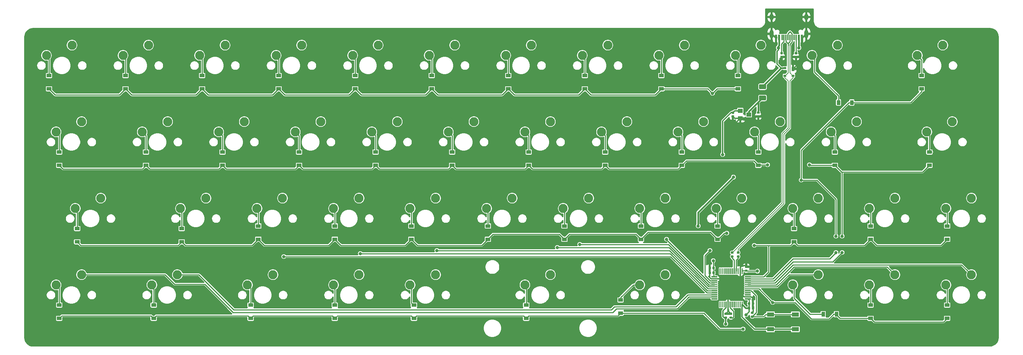
<source format=gbr>
G04 #@! TF.GenerationSoftware,KiCad,Pcbnew,(5.1.4)-1*
G04 #@! TF.CreationDate,2024-08-25T15:45:26-04:00*
G04 #@! TF.ProjectId,smolboi-pcb,736d6f6c-626f-4692-9d70-63622e6b6963,rev?*
G04 #@! TF.SameCoordinates,Original*
G04 #@! TF.FileFunction,Copper,L2,Bot*
G04 #@! TF.FilePolarity,Positive*
%FSLAX46Y46*%
G04 Gerber Fmt 4.6, Leading zero omitted, Abs format (unit mm)*
G04 Created by KiCad (PCBNEW (5.1.4)-1) date 2024-08-25 15:45:26*
%MOMM*%
%LPD*%
G04 APERTURE LIST*
%ADD10R,1.800000X1.100000*%
%ADD11C,2.250000*%
%ADD12O,1.000000X1.600000*%
%ADD13O,1.000000X2.100000*%
%ADD14R,0.300000X1.450000*%
%ADD15R,0.600000X1.450000*%
%ADD16R,1.200000X1.016000*%
%ADD17R,0.700000X1.000000*%
%ADD18R,0.700000X0.600000*%
%ADD19C,0.100000*%
%ADD20C,0.300000*%
%ADD21C,0.590000*%
%ADD22C,1.250000*%
%ADD23R,1.200000X0.900000*%
%ADD24R,0.900000X1.200000*%
%ADD25C,0.800000*%
%ADD26C,0.381000*%
%ADD27C,0.300000*%
%ADD28C,0.250000*%
%ADD29C,0.200000*%
%ADD30C,0.304800*%
G04 APERTURE END LIST*
D10*
X350826000Y-111180000D03*
X344626000Y-111180000D03*
X350826000Y-114880000D03*
X344626000Y-114880000D03*
D11*
X347027500Y-63182500D03*
X340677500Y-65722500D03*
X289877500Y-101282500D03*
X283527500Y-103822500D03*
X220821250Y-101282500D03*
X214471250Y-103822500D03*
X197008750Y-101282500D03*
X190658750Y-103822500D03*
X173196250Y-101282500D03*
X166846250Y-103822500D03*
X177958750Y-82232500D03*
X171608750Y-84772500D03*
X389890000Y-63182500D03*
X383540000Y-65722500D03*
X173196250Y-63182500D03*
X166846250Y-65722500D03*
X387508750Y-44132500D03*
X381158750Y-46672500D03*
X223202500Y-82232500D03*
X216852500Y-84772500D03*
X261302500Y-101282500D03*
X254952500Y-103822500D03*
X394652500Y-101282500D03*
X388302500Y-103822500D03*
X375602500Y-101282500D03*
X369252500Y-103822500D03*
X356552500Y-101282500D03*
X350202500Y-103822500D03*
X318452500Y-101282500D03*
X312102500Y-103822500D03*
X242252500Y-101282500D03*
X235902500Y-103822500D03*
X394652500Y-82232500D03*
X388302500Y-84772500D03*
X375602500Y-82232500D03*
X369252500Y-84772500D03*
X356552500Y-82232500D03*
X350202500Y-84772500D03*
X337502500Y-82232500D03*
X331152500Y-84772500D03*
X318452500Y-82232500D03*
X312102500Y-84772500D03*
X299402500Y-82232500D03*
X293052500Y-84772500D03*
X280352500Y-82232500D03*
X274002500Y-84772500D03*
X261302500Y-82232500D03*
X254952500Y-84772500D03*
X242252500Y-82232500D03*
X235902500Y-84772500D03*
X204152500Y-82232500D03*
X197802500Y-84772500D03*
X366077500Y-63182500D03*
X359727500Y-65722500D03*
X327977500Y-63182500D03*
X321627500Y-65722500D03*
X308927500Y-63182500D03*
X302577500Y-65722500D03*
X289877500Y-63182500D03*
X283527500Y-65722500D03*
X270827500Y-63182500D03*
X264477500Y-65722500D03*
X251777500Y-63182500D03*
X245427500Y-65722500D03*
X232727500Y-63182500D03*
X226377500Y-65722500D03*
X213677500Y-63182500D03*
X207327500Y-65722500D03*
X194627500Y-63182500D03*
X188277500Y-65722500D03*
X361315000Y-44132500D03*
X354965000Y-46672500D03*
X342265000Y-44132500D03*
X335915000Y-46672500D03*
X323215000Y-44132500D03*
X316865000Y-46672500D03*
X304165000Y-44132500D03*
X297815000Y-46672500D03*
X285115000Y-44132500D03*
X278765000Y-46672500D03*
X266065000Y-44132500D03*
X259715000Y-46672500D03*
X247015000Y-44132500D03*
X240665000Y-46672500D03*
X227965000Y-44132500D03*
X221615000Y-46672500D03*
X208915000Y-44132500D03*
X202565000Y-46672500D03*
X189865000Y-44132500D03*
X183515000Y-46672500D03*
X170815000Y-44132500D03*
X164465000Y-46672500D03*
D12*
X353570000Y-37144000D03*
X344930000Y-37144000D03*
D13*
X353570000Y-41324000D03*
X344930000Y-41324000D03*
D14*
X349000000Y-42239000D03*
X349500000Y-42239000D03*
X350000000Y-42239000D03*
X348500000Y-42239000D03*
X350500000Y-42239000D03*
X348000000Y-42239000D03*
X351000000Y-42239000D03*
X347500000Y-42239000D03*
D15*
X346800000Y-42239000D03*
X351700000Y-42239000D03*
X346025000Y-42239000D03*
X352475000Y-42239000D03*
D16*
X337140000Y-62350000D03*
X337140000Y-60450000D03*
X339260000Y-61400000D03*
D17*
X350250000Y-50050000D03*
D18*
X348250000Y-49850000D03*
X350250000Y-51750000D03*
X348250000Y-51750000D03*
D19*
G36*
X337667851Y-107978111D02*
G01*
X337675132Y-107979191D01*
X337682271Y-107980979D01*
X337689201Y-107983459D01*
X337695855Y-107986606D01*
X337702168Y-107990390D01*
X337708079Y-107994774D01*
X337713533Y-107999717D01*
X337718476Y-108005171D01*
X337722860Y-108011082D01*
X337726644Y-108017395D01*
X337729791Y-108024049D01*
X337732271Y-108030979D01*
X337734059Y-108038118D01*
X337735139Y-108045399D01*
X337735500Y-108052750D01*
X337735500Y-109377750D01*
X337735139Y-109385101D01*
X337734059Y-109392382D01*
X337732271Y-109399521D01*
X337729791Y-109406451D01*
X337726644Y-109413105D01*
X337722860Y-109419418D01*
X337718476Y-109425329D01*
X337713533Y-109430783D01*
X337708079Y-109435726D01*
X337702168Y-109440110D01*
X337695855Y-109443894D01*
X337689201Y-109447041D01*
X337682271Y-109449521D01*
X337675132Y-109451309D01*
X337667851Y-109452389D01*
X337660500Y-109452750D01*
X337510500Y-109452750D01*
X337503149Y-109452389D01*
X337495868Y-109451309D01*
X337488729Y-109449521D01*
X337481799Y-109447041D01*
X337475145Y-109443894D01*
X337468832Y-109440110D01*
X337462921Y-109435726D01*
X337457467Y-109430783D01*
X337452524Y-109425329D01*
X337448140Y-109419418D01*
X337444356Y-109413105D01*
X337441209Y-109406451D01*
X337438729Y-109399521D01*
X337436941Y-109392382D01*
X337435861Y-109385101D01*
X337435500Y-109377750D01*
X337435500Y-108052750D01*
X337435861Y-108045399D01*
X337436941Y-108038118D01*
X337438729Y-108030979D01*
X337441209Y-108024049D01*
X337444356Y-108017395D01*
X337448140Y-108011082D01*
X337452524Y-108005171D01*
X337457467Y-107999717D01*
X337462921Y-107994774D01*
X337468832Y-107990390D01*
X337475145Y-107986606D01*
X337481799Y-107983459D01*
X337488729Y-107980979D01*
X337495868Y-107979191D01*
X337503149Y-107978111D01*
X337510500Y-107977750D01*
X337660500Y-107977750D01*
X337667851Y-107978111D01*
X337667851Y-107978111D01*
G37*
D20*
X337585500Y-108715250D03*
D19*
G36*
X337167851Y-107978111D02*
G01*
X337175132Y-107979191D01*
X337182271Y-107980979D01*
X337189201Y-107983459D01*
X337195855Y-107986606D01*
X337202168Y-107990390D01*
X337208079Y-107994774D01*
X337213533Y-107999717D01*
X337218476Y-108005171D01*
X337222860Y-108011082D01*
X337226644Y-108017395D01*
X337229791Y-108024049D01*
X337232271Y-108030979D01*
X337234059Y-108038118D01*
X337235139Y-108045399D01*
X337235500Y-108052750D01*
X337235500Y-109377750D01*
X337235139Y-109385101D01*
X337234059Y-109392382D01*
X337232271Y-109399521D01*
X337229791Y-109406451D01*
X337226644Y-109413105D01*
X337222860Y-109419418D01*
X337218476Y-109425329D01*
X337213533Y-109430783D01*
X337208079Y-109435726D01*
X337202168Y-109440110D01*
X337195855Y-109443894D01*
X337189201Y-109447041D01*
X337182271Y-109449521D01*
X337175132Y-109451309D01*
X337167851Y-109452389D01*
X337160500Y-109452750D01*
X337010500Y-109452750D01*
X337003149Y-109452389D01*
X336995868Y-109451309D01*
X336988729Y-109449521D01*
X336981799Y-109447041D01*
X336975145Y-109443894D01*
X336968832Y-109440110D01*
X336962921Y-109435726D01*
X336957467Y-109430783D01*
X336952524Y-109425329D01*
X336948140Y-109419418D01*
X336944356Y-109413105D01*
X336941209Y-109406451D01*
X336938729Y-109399521D01*
X336936941Y-109392382D01*
X336935861Y-109385101D01*
X336935500Y-109377750D01*
X336935500Y-108052750D01*
X336935861Y-108045399D01*
X336936941Y-108038118D01*
X336938729Y-108030979D01*
X336941209Y-108024049D01*
X336944356Y-108017395D01*
X336948140Y-108011082D01*
X336952524Y-108005171D01*
X336957467Y-107999717D01*
X336962921Y-107994774D01*
X336968832Y-107990390D01*
X336975145Y-107986606D01*
X336981799Y-107983459D01*
X336988729Y-107980979D01*
X336995868Y-107979191D01*
X337003149Y-107978111D01*
X337010500Y-107977750D01*
X337160500Y-107977750D01*
X337167851Y-107978111D01*
X337167851Y-107978111D01*
G37*
D20*
X337085500Y-108715250D03*
D19*
G36*
X336667851Y-107978111D02*
G01*
X336675132Y-107979191D01*
X336682271Y-107980979D01*
X336689201Y-107983459D01*
X336695855Y-107986606D01*
X336702168Y-107990390D01*
X336708079Y-107994774D01*
X336713533Y-107999717D01*
X336718476Y-108005171D01*
X336722860Y-108011082D01*
X336726644Y-108017395D01*
X336729791Y-108024049D01*
X336732271Y-108030979D01*
X336734059Y-108038118D01*
X336735139Y-108045399D01*
X336735500Y-108052750D01*
X336735500Y-109377750D01*
X336735139Y-109385101D01*
X336734059Y-109392382D01*
X336732271Y-109399521D01*
X336729791Y-109406451D01*
X336726644Y-109413105D01*
X336722860Y-109419418D01*
X336718476Y-109425329D01*
X336713533Y-109430783D01*
X336708079Y-109435726D01*
X336702168Y-109440110D01*
X336695855Y-109443894D01*
X336689201Y-109447041D01*
X336682271Y-109449521D01*
X336675132Y-109451309D01*
X336667851Y-109452389D01*
X336660500Y-109452750D01*
X336510500Y-109452750D01*
X336503149Y-109452389D01*
X336495868Y-109451309D01*
X336488729Y-109449521D01*
X336481799Y-109447041D01*
X336475145Y-109443894D01*
X336468832Y-109440110D01*
X336462921Y-109435726D01*
X336457467Y-109430783D01*
X336452524Y-109425329D01*
X336448140Y-109419418D01*
X336444356Y-109413105D01*
X336441209Y-109406451D01*
X336438729Y-109399521D01*
X336436941Y-109392382D01*
X336435861Y-109385101D01*
X336435500Y-109377750D01*
X336435500Y-108052750D01*
X336435861Y-108045399D01*
X336436941Y-108038118D01*
X336438729Y-108030979D01*
X336441209Y-108024049D01*
X336444356Y-108017395D01*
X336448140Y-108011082D01*
X336452524Y-108005171D01*
X336457467Y-107999717D01*
X336462921Y-107994774D01*
X336468832Y-107990390D01*
X336475145Y-107986606D01*
X336481799Y-107983459D01*
X336488729Y-107980979D01*
X336495868Y-107979191D01*
X336503149Y-107978111D01*
X336510500Y-107977750D01*
X336660500Y-107977750D01*
X336667851Y-107978111D01*
X336667851Y-107978111D01*
G37*
D20*
X336585500Y-108715250D03*
D19*
G36*
X336167851Y-107978111D02*
G01*
X336175132Y-107979191D01*
X336182271Y-107980979D01*
X336189201Y-107983459D01*
X336195855Y-107986606D01*
X336202168Y-107990390D01*
X336208079Y-107994774D01*
X336213533Y-107999717D01*
X336218476Y-108005171D01*
X336222860Y-108011082D01*
X336226644Y-108017395D01*
X336229791Y-108024049D01*
X336232271Y-108030979D01*
X336234059Y-108038118D01*
X336235139Y-108045399D01*
X336235500Y-108052750D01*
X336235500Y-109377750D01*
X336235139Y-109385101D01*
X336234059Y-109392382D01*
X336232271Y-109399521D01*
X336229791Y-109406451D01*
X336226644Y-109413105D01*
X336222860Y-109419418D01*
X336218476Y-109425329D01*
X336213533Y-109430783D01*
X336208079Y-109435726D01*
X336202168Y-109440110D01*
X336195855Y-109443894D01*
X336189201Y-109447041D01*
X336182271Y-109449521D01*
X336175132Y-109451309D01*
X336167851Y-109452389D01*
X336160500Y-109452750D01*
X336010500Y-109452750D01*
X336003149Y-109452389D01*
X335995868Y-109451309D01*
X335988729Y-109449521D01*
X335981799Y-109447041D01*
X335975145Y-109443894D01*
X335968832Y-109440110D01*
X335962921Y-109435726D01*
X335957467Y-109430783D01*
X335952524Y-109425329D01*
X335948140Y-109419418D01*
X335944356Y-109413105D01*
X335941209Y-109406451D01*
X335938729Y-109399521D01*
X335936941Y-109392382D01*
X335935861Y-109385101D01*
X335935500Y-109377750D01*
X335935500Y-108052750D01*
X335935861Y-108045399D01*
X335936941Y-108038118D01*
X335938729Y-108030979D01*
X335941209Y-108024049D01*
X335944356Y-108017395D01*
X335948140Y-108011082D01*
X335952524Y-108005171D01*
X335957467Y-107999717D01*
X335962921Y-107994774D01*
X335968832Y-107990390D01*
X335975145Y-107986606D01*
X335981799Y-107983459D01*
X335988729Y-107980979D01*
X335995868Y-107979191D01*
X336003149Y-107978111D01*
X336010500Y-107977750D01*
X336160500Y-107977750D01*
X336167851Y-107978111D01*
X336167851Y-107978111D01*
G37*
D20*
X336085500Y-108715250D03*
D19*
G36*
X335667851Y-107978111D02*
G01*
X335675132Y-107979191D01*
X335682271Y-107980979D01*
X335689201Y-107983459D01*
X335695855Y-107986606D01*
X335702168Y-107990390D01*
X335708079Y-107994774D01*
X335713533Y-107999717D01*
X335718476Y-108005171D01*
X335722860Y-108011082D01*
X335726644Y-108017395D01*
X335729791Y-108024049D01*
X335732271Y-108030979D01*
X335734059Y-108038118D01*
X335735139Y-108045399D01*
X335735500Y-108052750D01*
X335735500Y-109377750D01*
X335735139Y-109385101D01*
X335734059Y-109392382D01*
X335732271Y-109399521D01*
X335729791Y-109406451D01*
X335726644Y-109413105D01*
X335722860Y-109419418D01*
X335718476Y-109425329D01*
X335713533Y-109430783D01*
X335708079Y-109435726D01*
X335702168Y-109440110D01*
X335695855Y-109443894D01*
X335689201Y-109447041D01*
X335682271Y-109449521D01*
X335675132Y-109451309D01*
X335667851Y-109452389D01*
X335660500Y-109452750D01*
X335510500Y-109452750D01*
X335503149Y-109452389D01*
X335495868Y-109451309D01*
X335488729Y-109449521D01*
X335481799Y-109447041D01*
X335475145Y-109443894D01*
X335468832Y-109440110D01*
X335462921Y-109435726D01*
X335457467Y-109430783D01*
X335452524Y-109425329D01*
X335448140Y-109419418D01*
X335444356Y-109413105D01*
X335441209Y-109406451D01*
X335438729Y-109399521D01*
X335436941Y-109392382D01*
X335435861Y-109385101D01*
X335435500Y-109377750D01*
X335435500Y-108052750D01*
X335435861Y-108045399D01*
X335436941Y-108038118D01*
X335438729Y-108030979D01*
X335441209Y-108024049D01*
X335444356Y-108017395D01*
X335448140Y-108011082D01*
X335452524Y-108005171D01*
X335457467Y-107999717D01*
X335462921Y-107994774D01*
X335468832Y-107990390D01*
X335475145Y-107986606D01*
X335481799Y-107983459D01*
X335488729Y-107980979D01*
X335495868Y-107979191D01*
X335503149Y-107978111D01*
X335510500Y-107977750D01*
X335660500Y-107977750D01*
X335667851Y-107978111D01*
X335667851Y-107978111D01*
G37*
D20*
X335585500Y-108715250D03*
D19*
G36*
X335167851Y-107978111D02*
G01*
X335175132Y-107979191D01*
X335182271Y-107980979D01*
X335189201Y-107983459D01*
X335195855Y-107986606D01*
X335202168Y-107990390D01*
X335208079Y-107994774D01*
X335213533Y-107999717D01*
X335218476Y-108005171D01*
X335222860Y-108011082D01*
X335226644Y-108017395D01*
X335229791Y-108024049D01*
X335232271Y-108030979D01*
X335234059Y-108038118D01*
X335235139Y-108045399D01*
X335235500Y-108052750D01*
X335235500Y-109377750D01*
X335235139Y-109385101D01*
X335234059Y-109392382D01*
X335232271Y-109399521D01*
X335229791Y-109406451D01*
X335226644Y-109413105D01*
X335222860Y-109419418D01*
X335218476Y-109425329D01*
X335213533Y-109430783D01*
X335208079Y-109435726D01*
X335202168Y-109440110D01*
X335195855Y-109443894D01*
X335189201Y-109447041D01*
X335182271Y-109449521D01*
X335175132Y-109451309D01*
X335167851Y-109452389D01*
X335160500Y-109452750D01*
X335010500Y-109452750D01*
X335003149Y-109452389D01*
X334995868Y-109451309D01*
X334988729Y-109449521D01*
X334981799Y-109447041D01*
X334975145Y-109443894D01*
X334968832Y-109440110D01*
X334962921Y-109435726D01*
X334957467Y-109430783D01*
X334952524Y-109425329D01*
X334948140Y-109419418D01*
X334944356Y-109413105D01*
X334941209Y-109406451D01*
X334938729Y-109399521D01*
X334936941Y-109392382D01*
X334935861Y-109385101D01*
X334935500Y-109377750D01*
X334935500Y-108052750D01*
X334935861Y-108045399D01*
X334936941Y-108038118D01*
X334938729Y-108030979D01*
X334941209Y-108024049D01*
X334944356Y-108017395D01*
X334948140Y-108011082D01*
X334952524Y-108005171D01*
X334957467Y-107999717D01*
X334962921Y-107994774D01*
X334968832Y-107990390D01*
X334975145Y-107986606D01*
X334981799Y-107983459D01*
X334988729Y-107980979D01*
X334995868Y-107979191D01*
X335003149Y-107978111D01*
X335010500Y-107977750D01*
X335160500Y-107977750D01*
X335167851Y-107978111D01*
X335167851Y-107978111D01*
G37*
D20*
X335085500Y-108715250D03*
D19*
G36*
X334667851Y-107978111D02*
G01*
X334675132Y-107979191D01*
X334682271Y-107980979D01*
X334689201Y-107983459D01*
X334695855Y-107986606D01*
X334702168Y-107990390D01*
X334708079Y-107994774D01*
X334713533Y-107999717D01*
X334718476Y-108005171D01*
X334722860Y-108011082D01*
X334726644Y-108017395D01*
X334729791Y-108024049D01*
X334732271Y-108030979D01*
X334734059Y-108038118D01*
X334735139Y-108045399D01*
X334735500Y-108052750D01*
X334735500Y-109377750D01*
X334735139Y-109385101D01*
X334734059Y-109392382D01*
X334732271Y-109399521D01*
X334729791Y-109406451D01*
X334726644Y-109413105D01*
X334722860Y-109419418D01*
X334718476Y-109425329D01*
X334713533Y-109430783D01*
X334708079Y-109435726D01*
X334702168Y-109440110D01*
X334695855Y-109443894D01*
X334689201Y-109447041D01*
X334682271Y-109449521D01*
X334675132Y-109451309D01*
X334667851Y-109452389D01*
X334660500Y-109452750D01*
X334510500Y-109452750D01*
X334503149Y-109452389D01*
X334495868Y-109451309D01*
X334488729Y-109449521D01*
X334481799Y-109447041D01*
X334475145Y-109443894D01*
X334468832Y-109440110D01*
X334462921Y-109435726D01*
X334457467Y-109430783D01*
X334452524Y-109425329D01*
X334448140Y-109419418D01*
X334444356Y-109413105D01*
X334441209Y-109406451D01*
X334438729Y-109399521D01*
X334436941Y-109392382D01*
X334435861Y-109385101D01*
X334435500Y-109377750D01*
X334435500Y-108052750D01*
X334435861Y-108045399D01*
X334436941Y-108038118D01*
X334438729Y-108030979D01*
X334441209Y-108024049D01*
X334444356Y-108017395D01*
X334448140Y-108011082D01*
X334452524Y-108005171D01*
X334457467Y-107999717D01*
X334462921Y-107994774D01*
X334468832Y-107990390D01*
X334475145Y-107986606D01*
X334481799Y-107983459D01*
X334488729Y-107980979D01*
X334495868Y-107979191D01*
X334503149Y-107978111D01*
X334510500Y-107977750D01*
X334660500Y-107977750D01*
X334667851Y-107978111D01*
X334667851Y-107978111D01*
G37*
D20*
X334585500Y-108715250D03*
D19*
G36*
X334167851Y-107978111D02*
G01*
X334175132Y-107979191D01*
X334182271Y-107980979D01*
X334189201Y-107983459D01*
X334195855Y-107986606D01*
X334202168Y-107990390D01*
X334208079Y-107994774D01*
X334213533Y-107999717D01*
X334218476Y-108005171D01*
X334222860Y-108011082D01*
X334226644Y-108017395D01*
X334229791Y-108024049D01*
X334232271Y-108030979D01*
X334234059Y-108038118D01*
X334235139Y-108045399D01*
X334235500Y-108052750D01*
X334235500Y-109377750D01*
X334235139Y-109385101D01*
X334234059Y-109392382D01*
X334232271Y-109399521D01*
X334229791Y-109406451D01*
X334226644Y-109413105D01*
X334222860Y-109419418D01*
X334218476Y-109425329D01*
X334213533Y-109430783D01*
X334208079Y-109435726D01*
X334202168Y-109440110D01*
X334195855Y-109443894D01*
X334189201Y-109447041D01*
X334182271Y-109449521D01*
X334175132Y-109451309D01*
X334167851Y-109452389D01*
X334160500Y-109452750D01*
X334010500Y-109452750D01*
X334003149Y-109452389D01*
X333995868Y-109451309D01*
X333988729Y-109449521D01*
X333981799Y-109447041D01*
X333975145Y-109443894D01*
X333968832Y-109440110D01*
X333962921Y-109435726D01*
X333957467Y-109430783D01*
X333952524Y-109425329D01*
X333948140Y-109419418D01*
X333944356Y-109413105D01*
X333941209Y-109406451D01*
X333938729Y-109399521D01*
X333936941Y-109392382D01*
X333935861Y-109385101D01*
X333935500Y-109377750D01*
X333935500Y-108052750D01*
X333935861Y-108045399D01*
X333936941Y-108038118D01*
X333938729Y-108030979D01*
X333941209Y-108024049D01*
X333944356Y-108017395D01*
X333948140Y-108011082D01*
X333952524Y-108005171D01*
X333957467Y-107999717D01*
X333962921Y-107994774D01*
X333968832Y-107990390D01*
X333975145Y-107986606D01*
X333981799Y-107983459D01*
X333988729Y-107980979D01*
X333995868Y-107979191D01*
X334003149Y-107978111D01*
X334010500Y-107977750D01*
X334160500Y-107977750D01*
X334167851Y-107978111D01*
X334167851Y-107978111D01*
G37*
D20*
X334085500Y-108715250D03*
D19*
G36*
X333667851Y-107978111D02*
G01*
X333675132Y-107979191D01*
X333682271Y-107980979D01*
X333689201Y-107983459D01*
X333695855Y-107986606D01*
X333702168Y-107990390D01*
X333708079Y-107994774D01*
X333713533Y-107999717D01*
X333718476Y-108005171D01*
X333722860Y-108011082D01*
X333726644Y-108017395D01*
X333729791Y-108024049D01*
X333732271Y-108030979D01*
X333734059Y-108038118D01*
X333735139Y-108045399D01*
X333735500Y-108052750D01*
X333735500Y-109377750D01*
X333735139Y-109385101D01*
X333734059Y-109392382D01*
X333732271Y-109399521D01*
X333729791Y-109406451D01*
X333726644Y-109413105D01*
X333722860Y-109419418D01*
X333718476Y-109425329D01*
X333713533Y-109430783D01*
X333708079Y-109435726D01*
X333702168Y-109440110D01*
X333695855Y-109443894D01*
X333689201Y-109447041D01*
X333682271Y-109449521D01*
X333675132Y-109451309D01*
X333667851Y-109452389D01*
X333660500Y-109452750D01*
X333510500Y-109452750D01*
X333503149Y-109452389D01*
X333495868Y-109451309D01*
X333488729Y-109449521D01*
X333481799Y-109447041D01*
X333475145Y-109443894D01*
X333468832Y-109440110D01*
X333462921Y-109435726D01*
X333457467Y-109430783D01*
X333452524Y-109425329D01*
X333448140Y-109419418D01*
X333444356Y-109413105D01*
X333441209Y-109406451D01*
X333438729Y-109399521D01*
X333436941Y-109392382D01*
X333435861Y-109385101D01*
X333435500Y-109377750D01*
X333435500Y-108052750D01*
X333435861Y-108045399D01*
X333436941Y-108038118D01*
X333438729Y-108030979D01*
X333441209Y-108024049D01*
X333444356Y-108017395D01*
X333448140Y-108011082D01*
X333452524Y-108005171D01*
X333457467Y-107999717D01*
X333462921Y-107994774D01*
X333468832Y-107990390D01*
X333475145Y-107986606D01*
X333481799Y-107983459D01*
X333488729Y-107980979D01*
X333495868Y-107979191D01*
X333503149Y-107978111D01*
X333510500Y-107977750D01*
X333660500Y-107977750D01*
X333667851Y-107978111D01*
X333667851Y-107978111D01*
G37*
D20*
X333585500Y-108715250D03*
D19*
G36*
X333167851Y-107978111D02*
G01*
X333175132Y-107979191D01*
X333182271Y-107980979D01*
X333189201Y-107983459D01*
X333195855Y-107986606D01*
X333202168Y-107990390D01*
X333208079Y-107994774D01*
X333213533Y-107999717D01*
X333218476Y-108005171D01*
X333222860Y-108011082D01*
X333226644Y-108017395D01*
X333229791Y-108024049D01*
X333232271Y-108030979D01*
X333234059Y-108038118D01*
X333235139Y-108045399D01*
X333235500Y-108052750D01*
X333235500Y-109377750D01*
X333235139Y-109385101D01*
X333234059Y-109392382D01*
X333232271Y-109399521D01*
X333229791Y-109406451D01*
X333226644Y-109413105D01*
X333222860Y-109419418D01*
X333218476Y-109425329D01*
X333213533Y-109430783D01*
X333208079Y-109435726D01*
X333202168Y-109440110D01*
X333195855Y-109443894D01*
X333189201Y-109447041D01*
X333182271Y-109449521D01*
X333175132Y-109451309D01*
X333167851Y-109452389D01*
X333160500Y-109452750D01*
X333010500Y-109452750D01*
X333003149Y-109452389D01*
X332995868Y-109451309D01*
X332988729Y-109449521D01*
X332981799Y-109447041D01*
X332975145Y-109443894D01*
X332968832Y-109440110D01*
X332962921Y-109435726D01*
X332957467Y-109430783D01*
X332952524Y-109425329D01*
X332948140Y-109419418D01*
X332944356Y-109413105D01*
X332941209Y-109406451D01*
X332938729Y-109399521D01*
X332936941Y-109392382D01*
X332935861Y-109385101D01*
X332935500Y-109377750D01*
X332935500Y-108052750D01*
X332935861Y-108045399D01*
X332936941Y-108038118D01*
X332938729Y-108030979D01*
X332941209Y-108024049D01*
X332944356Y-108017395D01*
X332948140Y-108011082D01*
X332952524Y-108005171D01*
X332957467Y-107999717D01*
X332962921Y-107994774D01*
X332968832Y-107990390D01*
X332975145Y-107986606D01*
X332981799Y-107983459D01*
X332988729Y-107980979D01*
X332995868Y-107979191D01*
X333003149Y-107978111D01*
X333010500Y-107977750D01*
X333160500Y-107977750D01*
X333167851Y-107978111D01*
X333167851Y-107978111D01*
G37*
D20*
X333085500Y-108715250D03*
D19*
G36*
X332667851Y-107978111D02*
G01*
X332675132Y-107979191D01*
X332682271Y-107980979D01*
X332689201Y-107983459D01*
X332695855Y-107986606D01*
X332702168Y-107990390D01*
X332708079Y-107994774D01*
X332713533Y-107999717D01*
X332718476Y-108005171D01*
X332722860Y-108011082D01*
X332726644Y-108017395D01*
X332729791Y-108024049D01*
X332732271Y-108030979D01*
X332734059Y-108038118D01*
X332735139Y-108045399D01*
X332735500Y-108052750D01*
X332735500Y-109377750D01*
X332735139Y-109385101D01*
X332734059Y-109392382D01*
X332732271Y-109399521D01*
X332729791Y-109406451D01*
X332726644Y-109413105D01*
X332722860Y-109419418D01*
X332718476Y-109425329D01*
X332713533Y-109430783D01*
X332708079Y-109435726D01*
X332702168Y-109440110D01*
X332695855Y-109443894D01*
X332689201Y-109447041D01*
X332682271Y-109449521D01*
X332675132Y-109451309D01*
X332667851Y-109452389D01*
X332660500Y-109452750D01*
X332510500Y-109452750D01*
X332503149Y-109452389D01*
X332495868Y-109451309D01*
X332488729Y-109449521D01*
X332481799Y-109447041D01*
X332475145Y-109443894D01*
X332468832Y-109440110D01*
X332462921Y-109435726D01*
X332457467Y-109430783D01*
X332452524Y-109425329D01*
X332448140Y-109419418D01*
X332444356Y-109413105D01*
X332441209Y-109406451D01*
X332438729Y-109399521D01*
X332436941Y-109392382D01*
X332435861Y-109385101D01*
X332435500Y-109377750D01*
X332435500Y-108052750D01*
X332435861Y-108045399D01*
X332436941Y-108038118D01*
X332438729Y-108030979D01*
X332441209Y-108024049D01*
X332444356Y-108017395D01*
X332448140Y-108011082D01*
X332452524Y-108005171D01*
X332457467Y-107999717D01*
X332462921Y-107994774D01*
X332468832Y-107990390D01*
X332475145Y-107986606D01*
X332481799Y-107983459D01*
X332488729Y-107980979D01*
X332495868Y-107979191D01*
X332503149Y-107978111D01*
X332510500Y-107977750D01*
X332660500Y-107977750D01*
X332667851Y-107978111D01*
X332667851Y-107978111D01*
G37*
D20*
X332585500Y-108715250D03*
D19*
G36*
X332167851Y-107978111D02*
G01*
X332175132Y-107979191D01*
X332182271Y-107980979D01*
X332189201Y-107983459D01*
X332195855Y-107986606D01*
X332202168Y-107990390D01*
X332208079Y-107994774D01*
X332213533Y-107999717D01*
X332218476Y-108005171D01*
X332222860Y-108011082D01*
X332226644Y-108017395D01*
X332229791Y-108024049D01*
X332232271Y-108030979D01*
X332234059Y-108038118D01*
X332235139Y-108045399D01*
X332235500Y-108052750D01*
X332235500Y-109377750D01*
X332235139Y-109385101D01*
X332234059Y-109392382D01*
X332232271Y-109399521D01*
X332229791Y-109406451D01*
X332226644Y-109413105D01*
X332222860Y-109419418D01*
X332218476Y-109425329D01*
X332213533Y-109430783D01*
X332208079Y-109435726D01*
X332202168Y-109440110D01*
X332195855Y-109443894D01*
X332189201Y-109447041D01*
X332182271Y-109449521D01*
X332175132Y-109451309D01*
X332167851Y-109452389D01*
X332160500Y-109452750D01*
X332010500Y-109452750D01*
X332003149Y-109452389D01*
X331995868Y-109451309D01*
X331988729Y-109449521D01*
X331981799Y-109447041D01*
X331975145Y-109443894D01*
X331968832Y-109440110D01*
X331962921Y-109435726D01*
X331957467Y-109430783D01*
X331952524Y-109425329D01*
X331948140Y-109419418D01*
X331944356Y-109413105D01*
X331941209Y-109406451D01*
X331938729Y-109399521D01*
X331936941Y-109392382D01*
X331935861Y-109385101D01*
X331935500Y-109377750D01*
X331935500Y-108052750D01*
X331935861Y-108045399D01*
X331936941Y-108038118D01*
X331938729Y-108030979D01*
X331941209Y-108024049D01*
X331944356Y-108017395D01*
X331948140Y-108011082D01*
X331952524Y-108005171D01*
X331957467Y-107999717D01*
X331962921Y-107994774D01*
X331968832Y-107990390D01*
X331975145Y-107986606D01*
X331981799Y-107983459D01*
X331988729Y-107980979D01*
X331995868Y-107979191D01*
X332003149Y-107978111D01*
X332010500Y-107977750D01*
X332160500Y-107977750D01*
X332167851Y-107978111D01*
X332167851Y-107978111D01*
G37*
D20*
X332085500Y-108715250D03*
D19*
G36*
X331342851Y-107153111D02*
G01*
X331350132Y-107154191D01*
X331357271Y-107155979D01*
X331364201Y-107158459D01*
X331370855Y-107161606D01*
X331377168Y-107165390D01*
X331383079Y-107169774D01*
X331388533Y-107174717D01*
X331393476Y-107180171D01*
X331397860Y-107186082D01*
X331401644Y-107192395D01*
X331404791Y-107199049D01*
X331407271Y-107205979D01*
X331409059Y-107213118D01*
X331410139Y-107220399D01*
X331410500Y-107227750D01*
X331410500Y-107377750D01*
X331410139Y-107385101D01*
X331409059Y-107392382D01*
X331407271Y-107399521D01*
X331404791Y-107406451D01*
X331401644Y-107413105D01*
X331397860Y-107419418D01*
X331393476Y-107425329D01*
X331388533Y-107430783D01*
X331383079Y-107435726D01*
X331377168Y-107440110D01*
X331370855Y-107443894D01*
X331364201Y-107447041D01*
X331357271Y-107449521D01*
X331350132Y-107451309D01*
X331342851Y-107452389D01*
X331335500Y-107452750D01*
X330010500Y-107452750D01*
X330003149Y-107452389D01*
X329995868Y-107451309D01*
X329988729Y-107449521D01*
X329981799Y-107447041D01*
X329975145Y-107443894D01*
X329968832Y-107440110D01*
X329962921Y-107435726D01*
X329957467Y-107430783D01*
X329952524Y-107425329D01*
X329948140Y-107419418D01*
X329944356Y-107413105D01*
X329941209Y-107406451D01*
X329938729Y-107399521D01*
X329936941Y-107392382D01*
X329935861Y-107385101D01*
X329935500Y-107377750D01*
X329935500Y-107227750D01*
X329935861Y-107220399D01*
X329936941Y-107213118D01*
X329938729Y-107205979D01*
X329941209Y-107199049D01*
X329944356Y-107192395D01*
X329948140Y-107186082D01*
X329952524Y-107180171D01*
X329957467Y-107174717D01*
X329962921Y-107169774D01*
X329968832Y-107165390D01*
X329975145Y-107161606D01*
X329981799Y-107158459D01*
X329988729Y-107155979D01*
X329995868Y-107154191D01*
X330003149Y-107153111D01*
X330010500Y-107152750D01*
X331335500Y-107152750D01*
X331342851Y-107153111D01*
X331342851Y-107153111D01*
G37*
D20*
X330673000Y-107302750D03*
D19*
G36*
X331342851Y-106653111D02*
G01*
X331350132Y-106654191D01*
X331357271Y-106655979D01*
X331364201Y-106658459D01*
X331370855Y-106661606D01*
X331377168Y-106665390D01*
X331383079Y-106669774D01*
X331388533Y-106674717D01*
X331393476Y-106680171D01*
X331397860Y-106686082D01*
X331401644Y-106692395D01*
X331404791Y-106699049D01*
X331407271Y-106705979D01*
X331409059Y-106713118D01*
X331410139Y-106720399D01*
X331410500Y-106727750D01*
X331410500Y-106877750D01*
X331410139Y-106885101D01*
X331409059Y-106892382D01*
X331407271Y-106899521D01*
X331404791Y-106906451D01*
X331401644Y-106913105D01*
X331397860Y-106919418D01*
X331393476Y-106925329D01*
X331388533Y-106930783D01*
X331383079Y-106935726D01*
X331377168Y-106940110D01*
X331370855Y-106943894D01*
X331364201Y-106947041D01*
X331357271Y-106949521D01*
X331350132Y-106951309D01*
X331342851Y-106952389D01*
X331335500Y-106952750D01*
X330010500Y-106952750D01*
X330003149Y-106952389D01*
X329995868Y-106951309D01*
X329988729Y-106949521D01*
X329981799Y-106947041D01*
X329975145Y-106943894D01*
X329968832Y-106940110D01*
X329962921Y-106935726D01*
X329957467Y-106930783D01*
X329952524Y-106925329D01*
X329948140Y-106919418D01*
X329944356Y-106913105D01*
X329941209Y-106906451D01*
X329938729Y-106899521D01*
X329936941Y-106892382D01*
X329935861Y-106885101D01*
X329935500Y-106877750D01*
X329935500Y-106727750D01*
X329935861Y-106720399D01*
X329936941Y-106713118D01*
X329938729Y-106705979D01*
X329941209Y-106699049D01*
X329944356Y-106692395D01*
X329948140Y-106686082D01*
X329952524Y-106680171D01*
X329957467Y-106674717D01*
X329962921Y-106669774D01*
X329968832Y-106665390D01*
X329975145Y-106661606D01*
X329981799Y-106658459D01*
X329988729Y-106655979D01*
X329995868Y-106654191D01*
X330003149Y-106653111D01*
X330010500Y-106652750D01*
X331335500Y-106652750D01*
X331342851Y-106653111D01*
X331342851Y-106653111D01*
G37*
D20*
X330673000Y-106802750D03*
D19*
G36*
X331342851Y-106153111D02*
G01*
X331350132Y-106154191D01*
X331357271Y-106155979D01*
X331364201Y-106158459D01*
X331370855Y-106161606D01*
X331377168Y-106165390D01*
X331383079Y-106169774D01*
X331388533Y-106174717D01*
X331393476Y-106180171D01*
X331397860Y-106186082D01*
X331401644Y-106192395D01*
X331404791Y-106199049D01*
X331407271Y-106205979D01*
X331409059Y-106213118D01*
X331410139Y-106220399D01*
X331410500Y-106227750D01*
X331410500Y-106377750D01*
X331410139Y-106385101D01*
X331409059Y-106392382D01*
X331407271Y-106399521D01*
X331404791Y-106406451D01*
X331401644Y-106413105D01*
X331397860Y-106419418D01*
X331393476Y-106425329D01*
X331388533Y-106430783D01*
X331383079Y-106435726D01*
X331377168Y-106440110D01*
X331370855Y-106443894D01*
X331364201Y-106447041D01*
X331357271Y-106449521D01*
X331350132Y-106451309D01*
X331342851Y-106452389D01*
X331335500Y-106452750D01*
X330010500Y-106452750D01*
X330003149Y-106452389D01*
X329995868Y-106451309D01*
X329988729Y-106449521D01*
X329981799Y-106447041D01*
X329975145Y-106443894D01*
X329968832Y-106440110D01*
X329962921Y-106435726D01*
X329957467Y-106430783D01*
X329952524Y-106425329D01*
X329948140Y-106419418D01*
X329944356Y-106413105D01*
X329941209Y-106406451D01*
X329938729Y-106399521D01*
X329936941Y-106392382D01*
X329935861Y-106385101D01*
X329935500Y-106377750D01*
X329935500Y-106227750D01*
X329935861Y-106220399D01*
X329936941Y-106213118D01*
X329938729Y-106205979D01*
X329941209Y-106199049D01*
X329944356Y-106192395D01*
X329948140Y-106186082D01*
X329952524Y-106180171D01*
X329957467Y-106174717D01*
X329962921Y-106169774D01*
X329968832Y-106165390D01*
X329975145Y-106161606D01*
X329981799Y-106158459D01*
X329988729Y-106155979D01*
X329995868Y-106154191D01*
X330003149Y-106153111D01*
X330010500Y-106152750D01*
X331335500Y-106152750D01*
X331342851Y-106153111D01*
X331342851Y-106153111D01*
G37*
D20*
X330673000Y-106302750D03*
D19*
G36*
X331342851Y-105653111D02*
G01*
X331350132Y-105654191D01*
X331357271Y-105655979D01*
X331364201Y-105658459D01*
X331370855Y-105661606D01*
X331377168Y-105665390D01*
X331383079Y-105669774D01*
X331388533Y-105674717D01*
X331393476Y-105680171D01*
X331397860Y-105686082D01*
X331401644Y-105692395D01*
X331404791Y-105699049D01*
X331407271Y-105705979D01*
X331409059Y-105713118D01*
X331410139Y-105720399D01*
X331410500Y-105727750D01*
X331410500Y-105877750D01*
X331410139Y-105885101D01*
X331409059Y-105892382D01*
X331407271Y-105899521D01*
X331404791Y-105906451D01*
X331401644Y-105913105D01*
X331397860Y-105919418D01*
X331393476Y-105925329D01*
X331388533Y-105930783D01*
X331383079Y-105935726D01*
X331377168Y-105940110D01*
X331370855Y-105943894D01*
X331364201Y-105947041D01*
X331357271Y-105949521D01*
X331350132Y-105951309D01*
X331342851Y-105952389D01*
X331335500Y-105952750D01*
X330010500Y-105952750D01*
X330003149Y-105952389D01*
X329995868Y-105951309D01*
X329988729Y-105949521D01*
X329981799Y-105947041D01*
X329975145Y-105943894D01*
X329968832Y-105940110D01*
X329962921Y-105935726D01*
X329957467Y-105930783D01*
X329952524Y-105925329D01*
X329948140Y-105919418D01*
X329944356Y-105913105D01*
X329941209Y-105906451D01*
X329938729Y-105899521D01*
X329936941Y-105892382D01*
X329935861Y-105885101D01*
X329935500Y-105877750D01*
X329935500Y-105727750D01*
X329935861Y-105720399D01*
X329936941Y-105713118D01*
X329938729Y-105705979D01*
X329941209Y-105699049D01*
X329944356Y-105692395D01*
X329948140Y-105686082D01*
X329952524Y-105680171D01*
X329957467Y-105674717D01*
X329962921Y-105669774D01*
X329968832Y-105665390D01*
X329975145Y-105661606D01*
X329981799Y-105658459D01*
X329988729Y-105655979D01*
X329995868Y-105654191D01*
X330003149Y-105653111D01*
X330010500Y-105652750D01*
X331335500Y-105652750D01*
X331342851Y-105653111D01*
X331342851Y-105653111D01*
G37*
D20*
X330673000Y-105802750D03*
D19*
G36*
X331342851Y-105153111D02*
G01*
X331350132Y-105154191D01*
X331357271Y-105155979D01*
X331364201Y-105158459D01*
X331370855Y-105161606D01*
X331377168Y-105165390D01*
X331383079Y-105169774D01*
X331388533Y-105174717D01*
X331393476Y-105180171D01*
X331397860Y-105186082D01*
X331401644Y-105192395D01*
X331404791Y-105199049D01*
X331407271Y-105205979D01*
X331409059Y-105213118D01*
X331410139Y-105220399D01*
X331410500Y-105227750D01*
X331410500Y-105377750D01*
X331410139Y-105385101D01*
X331409059Y-105392382D01*
X331407271Y-105399521D01*
X331404791Y-105406451D01*
X331401644Y-105413105D01*
X331397860Y-105419418D01*
X331393476Y-105425329D01*
X331388533Y-105430783D01*
X331383079Y-105435726D01*
X331377168Y-105440110D01*
X331370855Y-105443894D01*
X331364201Y-105447041D01*
X331357271Y-105449521D01*
X331350132Y-105451309D01*
X331342851Y-105452389D01*
X331335500Y-105452750D01*
X330010500Y-105452750D01*
X330003149Y-105452389D01*
X329995868Y-105451309D01*
X329988729Y-105449521D01*
X329981799Y-105447041D01*
X329975145Y-105443894D01*
X329968832Y-105440110D01*
X329962921Y-105435726D01*
X329957467Y-105430783D01*
X329952524Y-105425329D01*
X329948140Y-105419418D01*
X329944356Y-105413105D01*
X329941209Y-105406451D01*
X329938729Y-105399521D01*
X329936941Y-105392382D01*
X329935861Y-105385101D01*
X329935500Y-105377750D01*
X329935500Y-105227750D01*
X329935861Y-105220399D01*
X329936941Y-105213118D01*
X329938729Y-105205979D01*
X329941209Y-105199049D01*
X329944356Y-105192395D01*
X329948140Y-105186082D01*
X329952524Y-105180171D01*
X329957467Y-105174717D01*
X329962921Y-105169774D01*
X329968832Y-105165390D01*
X329975145Y-105161606D01*
X329981799Y-105158459D01*
X329988729Y-105155979D01*
X329995868Y-105154191D01*
X330003149Y-105153111D01*
X330010500Y-105152750D01*
X331335500Y-105152750D01*
X331342851Y-105153111D01*
X331342851Y-105153111D01*
G37*
D20*
X330673000Y-105302750D03*
D19*
G36*
X331342851Y-104653111D02*
G01*
X331350132Y-104654191D01*
X331357271Y-104655979D01*
X331364201Y-104658459D01*
X331370855Y-104661606D01*
X331377168Y-104665390D01*
X331383079Y-104669774D01*
X331388533Y-104674717D01*
X331393476Y-104680171D01*
X331397860Y-104686082D01*
X331401644Y-104692395D01*
X331404791Y-104699049D01*
X331407271Y-104705979D01*
X331409059Y-104713118D01*
X331410139Y-104720399D01*
X331410500Y-104727750D01*
X331410500Y-104877750D01*
X331410139Y-104885101D01*
X331409059Y-104892382D01*
X331407271Y-104899521D01*
X331404791Y-104906451D01*
X331401644Y-104913105D01*
X331397860Y-104919418D01*
X331393476Y-104925329D01*
X331388533Y-104930783D01*
X331383079Y-104935726D01*
X331377168Y-104940110D01*
X331370855Y-104943894D01*
X331364201Y-104947041D01*
X331357271Y-104949521D01*
X331350132Y-104951309D01*
X331342851Y-104952389D01*
X331335500Y-104952750D01*
X330010500Y-104952750D01*
X330003149Y-104952389D01*
X329995868Y-104951309D01*
X329988729Y-104949521D01*
X329981799Y-104947041D01*
X329975145Y-104943894D01*
X329968832Y-104940110D01*
X329962921Y-104935726D01*
X329957467Y-104930783D01*
X329952524Y-104925329D01*
X329948140Y-104919418D01*
X329944356Y-104913105D01*
X329941209Y-104906451D01*
X329938729Y-104899521D01*
X329936941Y-104892382D01*
X329935861Y-104885101D01*
X329935500Y-104877750D01*
X329935500Y-104727750D01*
X329935861Y-104720399D01*
X329936941Y-104713118D01*
X329938729Y-104705979D01*
X329941209Y-104699049D01*
X329944356Y-104692395D01*
X329948140Y-104686082D01*
X329952524Y-104680171D01*
X329957467Y-104674717D01*
X329962921Y-104669774D01*
X329968832Y-104665390D01*
X329975145Y-104661606D01*
X329981799Y-104658459D01*
X329988729Y-104655979D01*
X329995868Y-104654191D01*
X330003149Y-104653111D01*
X330010500Y-104652750D01*
X331335500Y-104652750D01*
X331342851Y-104653111D01*
X331342851Y-104653111D01*
G37*
D20*
X330673000Y-104802750D03*
D19*
G36*
X331342851Y-104153111D02*
G01*
X331350132Y-104154191D01*
X331357271Y-104155979D01*
X331364201Y-104158459D01*
X331370855Y-104161606D01*
X331377168Y-104165390D01*
X331383079Y-104169774D01*
X331388533Y-104174717D01*
X331393476Y-104180171D01*
X331397860Y-104186082D01*
X331401644Y-104192395D01*
X331404791Y-104199049D01*
X331407271Y-104205979D01*
X331409059Y-104213118D01*
X331410139Y-104220399D01*
X331410500Y-104227750D01*
X331410500Y-104377750D01*
X331410139Y-104385101D01*
X331409059Y-104392382D01*
X331407271Y-104399521D01*
X331404791Y-104406451D01*
X331401644Y-104413105D01*
X331397860Y-104419418D01*
X331393476Y-104425329D01*
X331388533Y-104430783D01*
X331383079Y-104435726D01*
X331377168Y-104440110D01*
X331370855Y-104443894D01*
X331364201Y-104447041D01*
X331357271Y-104449521D01*
X331350132Y-104451309D01*
X331342851Y-104452389D01*
X331335500Y-104452750D01*
X330010500Y-104452750D01*
X330003149Y-104452389D01*
X329995868Y-104451309D01*
X329988729Y-104449521D01*
X329981799Y-104447041D01*
X329975145Y-104443894D01*
X329968832Y-104440110D01*
X329962921Y-104435726D01*
X329957467Y-104430783D01*
X329952524Y-104425329D01*
X329948140Y-104419418D01*
X329944356Y-104413105D01*
X329941209Y-104406451D01*
X329938729Y-104399521D01*
X329936941Y-104392382D01*
X329935861Y-104385101D01*
X329935500Y-104377750D01*
X329935500Y-104227750D01*
X329935861Y-104220399D01*
X329936941Y-104213118D01*
X329938729Y-104205979D01*
X329941209Y-104199049D01*
X329944356Y-104192395D01*
X329948140Y-104186082D01*
X329952524Y-104180171D01*
X329957467Y-104174717D01*
X329962921Y-104169774D01*
X329968832Y-104165390D01*
X329975145Y-104161606D01*
X329981799Y-104158459D01*
X329988729Y-104155979D01*
X329995868Y-104154191D01*
X330003149Y-104153111D01*
X330010500Y-104152750D01*
X331335500Y-104152750D01*
X331342851Y-104153111D01*
X331342851Y-104153111D01*
G37*
D20*
X330673000Y-104302750D03*
D19*
G36*
X331342851Y-103653111D02*
G01*
X331350132Y-103654191D01*
X331357271Y-103655979D01*
X331364201Y-103658459D01*
X331370855Y-103661606D01*
X331377168Y-103665390D01*
X331383079Y-103669774D01*
X331388533Y-103674717D01*
X331393476Y-103680171D01*
X331397860Y-103686082D01*
X331401644Y-103692395D01*
X331404791Y-103699049D01*
X331407271Y-103705979D01*
X331409059Y-103713118D01*
X331410139Y-103720399D01*
X331410500Y-103727750D01*
X331410500Y-103877750D01*
X331410139Y-103885101D01*
X331409059Y-103892382D01*
X331407271Y-103899521D01*
X331404791Y-103906451D01*
X331401644Y-103913105D01*
X331397860Y-103919418D01*
X331393476Y-103925329D01*
X331388533Y-103930783D01*
X331383079Y-103935726D01*
X331377168Y-103940110D01*
X331370855Y-103943894D01*
X331364201Y-103947041D01*
X331357271Y-103949521D01*
X331350132Y-103951309D01*
X331342851Y-103952389D01*
X331335500Y-103952750D01*
X330010500Y-103952750D01*
X330003149Y-103952389D01*
X329995868Y-103951309D01*
X329988729Y-103949521D01*
X329981799Y-103947041D01*
X329975145Y-103943894D01*
X329968832Y-103940110D01*
X329962921Y-103935726D01*
X329957467Y-103930783D01*
X329952524Y-103925329D01*
X329948140Y-103919418D01*
X329944356Y-103913105D01*
X329941209Y-103906451D01*
X329938729Y-103899521D01*
X329936941Y-103892382D01*
X329935861Y-103885101D01*
X329935500Y-103877750D01*
X329935500Y-103727750D01*
X329935861Y-103720399D01*
X329936941Y-103713118D01*
X329938729Y-103705979D01*
X329941209Y-103699049D01*
X329944356Y-103692395D01*
X329948140Y-103686082D01*
X329952524Y-103680171D01*
X329957467Y-103674717D01*
X329962921Y-103669774D01*
X329968832Y-103665390D01*
X329975145Y-103661606D01*
X329981799Y-103658459D01*
X329988729Y-103655979D01*
X329995868Y-103654191D01*
X330003149Y-103653111D01*
X330010500Y-103652750D01*
X331335500Y-103652750D01*
X331342851Y-103653111D01*
X331342851Y-103653111D01*
G37*
D20*
X330673000Y-103802750D03*
D19*
G36*
X331342851Y-103153111D02*
G01*
X331350132Y-103154191D01*
X331357271Y-103155979D01*
X331364201Y-103158459D01*
X331370855Y-103161606D01*
X331377168Y-103165390D01*
X331383079Y-103169774D01*
X331388533Y-103174717D01*
X331393476Y-103180171D01*
X331397860Y-103186082D01*
X331401644Y-103192395D01*
X331404791Y-103199049D01*
X331407271Y-103205979D01*
X331409059Y-103213118D01*
X331410139Y-103220399D01*
X331410500Y-103227750D01*
X331410500Y-103377750D01*
X331410139Y-103385101D01*
X331409059Y-103392382D01*
X331407271Y-103399521D01*
X331404791Y-103406451D01*
X331401644Y-103413105D01*
X331397860Y-103419418D01*
X331393476Y-103425329D01*
X331388533Y-103430783D01*
X331383079Y-103435726D01*
X331377168Y-103440110D01*
X331370855Y-103443894D01*
X331364201Y-103447041D01*
X331357271Y-103449521D01*
X331350132Y-103451309D01*
X331342851Y-103452389D01*
X331335500Y-103452750D01*
X330010500Y-103452750D01*
X330003149Y-103452389D01*
X329995868Y-103451309D01*
X329988729Y-103449521D01*
X329981799Y-103447041D01*
X329975145Y-103443894D01*
X329968832Y-103440110D01*
X329962921Y-103435726D01*
X329957467Y-103430783D01*
X329952524Y-103425329D01*
X329948140Y-103419418D01*
X329944356Y-103413105D01*
X329941209Y-103406451D01*
X329938729Y-103399521D01*
X329936941Y-103392382D01*
X329935861Y-103385101D01*
X329935500Y-103377750D01*
X329935500Y-103227750D01*
X329935861Y-103220399D01*
X329936941Y-103213118D01*
X329938729Y-103205979D01*
X329941209Y-103199049D01*
X329944356Y-103192395D01*
X329948140Y-103186082D01*
X329952524Y-103180171D01*
X329957467Y-103174717D01*
X329962921Y-103169774D01*
X329968832Y-103165390D01*
X329975145Y-103161606D01*
X329981799Y-103158459D01*
X329988729Y-103155979D01*
X329995868Y-103154191D01*
X330003149Y-103153111D01*
X330010500Y-103152750D01*
X331335500Y-103152750D01*
X331342851Y-103153111D01*
X331342851Y-103153111D01*
G37*
D20*
X330673000Y-103302750D03*
D19*
G36*
X331342851Y-102653111D02*
G01*
X331350132Y-102654191D01*
X331357271Y-102655979D01*
X331364201Y-102658459D01*
X331370855Y-102661606D01*
X331377168Y-102665390D01*
X331383079Y-102669774D01*
X331388533Y-102674717D01*
X331393476Y-102680171D01*
X331397860Y-102686082D01*
X331401644Y-102692395D01*
X331404791Y-102699049D01*
X331407271Y-102705979D01*
X331409059Y-102713118D01*
X331410139Y-102720399D01*
X331410500Y-102727750D01*
X331410500Y-102877750D01*
X331410139Y-102885101D01*
X331409059Y-102892382D01*
X331407271Y-102899521D01*
X331404791Y-102906451D01*
X331401644Y-102913105D01*
X331397860Y-102919418D01*
X331393476Y-102925329D01*
X331388533Y-102930783D01*
X331383079Y-102935726D01*
X331377168Y-102940110D01*
X331370855Y-102943894D01*
X331364201Y-102947041D01*
X331357271Y-102949521D01*
X331350132Y-102951309D01*
X331342851Y-102952389D01*
X331335500Y-102952750D01*
X330010500Y-102952750D01*
X330003149Y-102952389D01*
X329995868Y-102951309D01*
X329988729Y-102949521D01*
X329981799Y-102947041D01*
X329975145Y-102943894D01*
X329968832Y-102940110D01*
X329962921Y-102935726D01*
X329957467Y-102930783D01*
X329952524Y-102925329D01*
X329948140Y-102919418D01*
X329944356Y-102913105D01*
X329941209Y-102906451D01*
X329938729Y-102899521D01*
X329936941Y-102892382D01*
X329935861Y-102885101D01*
X329935500Y-102877750D01*
X329935500Y-102727750D01*
X329935861Y-102720399D01*
X329936941Y-102713118D01*
X329938729Y-102705979D01*
X329941209Y-102699049D01*
X329944356Y-102692395D01*
X329948140Y-102686082D01*
X329952524Y-102680171D01*
X329957467Y-102674717D01*
X329962921Y-102669774D01*
X329968832Y-102665390D01*
X329975145Y-102661606D01*
X329981799Y-102658459D01*
X329988729Y-102655979D01*
X329995868Y-102654191D01*
X330003149Y-102653111D01*
X330010500Y-102652750D01*
X331335500Y-102652750D01*
X331342851Y-102653111D01*
X331342851Y-102653111D01*
G37*
D20*
X330673000Y-102802750D03*
D19*
G36*
X331342851Y-102153111D02*
G01*
X331350132Y-102154191D01*
X331357271Y-102155979D01*
X331364201Y-102158459D01*
X331370855Y-102161606D01*
X331377168Y-102165390D01*
X331383079Y-102169774D01*
X331388533Y-102174717D01*
X331393476Y-102180171D01*
X331397860Y-102186082D01*
X331401644Y-102192395D01*
X331404791Y-102199049D01*
X331407271Y-102205979D01*
X331409059Y-102213118D01*
X331410139Y-102220399D01*
X331410500Y-102227750D01*
X331410500Y-102377750D01*
X331410139Y-102385101D01*
X331409059Y-102392382D01*
X331407271Y-102399521D01*
X331404791Y-102406451D01*
X331401644Y-102413105D01*
X331397860Y-102419418D01*
X331393476Y-102425329D01*
X331388533Y-102430783D01*
X331383079Y-102435726D01*
X331377168Y-102440110D01*
X331370855Y-102443894D01*
X331364201Y-102447041D01*
X331357271Y-102449521D01*
X331350132Y-102451309D01*
X331342851Y-102452389D01*
X331335500Y-102452750D01*
X330010500Y-102452750D01*
X330003149Y-102452389D01*
X329995868Y-102451309D01*
X329988729Y-102449521D01*
X329981799Y-102447041D01*
X329975145Y-102443894D01*
X329968832Y-102440110D01*
X329962921Y-102435726D01*
X329957467Y-102430783D01*
X329952524Y-102425329D01*
X329948140Y-102419418D01*
X329944356Y-102413105D01*
X329941209Y-102406451D01*
X329938729Y-102399521D01*
X329936941Y-102392382D01*
X329935861Y-102385101D01*
X329935500Y-102377750D01*
X329935500Y-102227750D01*
X329935861Y-102220399D01*
X329936941Y-102213118D01*
X329938729Y-102205979D01*
X329941209Y-102199049D01*
X329944356Y-102192395D01*
X329948140Y-102186082D01*
X329952524Y-102180171D01*
X329957467Y-102174717D01*
X329962921Y-102169774D01*
X329968832Y-102165390D01*
X329975145Y-102161606D01*
X329981799Y-102158459D01*
X329988729Y-102155979D01*
X329995868Y-102154191D01*
X330003149Y-102153111D01*
X330010500Y-102152750D01*
X331335500Y-102152750D01*
X331342851Y-102153111D01*
X331342851Y-102153111D01*
G37*
D20*
X330673000Y-102302750D03*
D19*
G36*
X331342851Y-101653111D02*
G01*
X331350132Y-101654191D01*
X331357271Y-101655979D01*
X331364201Y-101658459D01*
X331370855Y-101661606D01*
X331377168Y-101665390D01*
X331383079Y-101669774D01*
X331388533Y-101674717D01*
X331393476Y-101680171D01*
X331397860Y-101686082D01*
X331401644Y-101692395D01*
X331404791Y-101699049D01*
X331407271Y-101705979D01*
X331409059Y-101713118D01*
X331410139Y-101720399D01*
X331410500Y-101727750D01*
X331410500Y-101877750D01*
X331410139Y-101885101D01*
X331409059Y-101892382D01*
X331407271Y-101899521D01*
X331404791Y-101906451D01*
X331401644Y-101913105D01*
X331397860Y-101919418D01*
X331393476Y-101925329D01*
X331388533Y-101930783D01*
X331383079Y-101935726D01*
X331377168Y-101940110D01*
X331370855Y-101943894D01*
X331364201Y-101947041D01*
X331357271Y-101949521D01*
X331350132Y-101951309D01*
X331342851Y-101952389D01*
X331335500Y-101952750D01*
X330010500Y-101952750D01*
X330003149Y-101952389D01*
X329995868Y-101951309D01*
X329988729Y-101949521D01*
X329981799Y-101947041D01*
X329975145Y-101943894D01*
X329968832Y-101940110D01*
X329962921Y-101935726D01*
X329957467Y-101930783D01*
X329952524Y-101925329D01*
X329948140Y-101919418D01*
X329944356Y-101913105D01*
X329941209Y-101906451D01*
X329938729Y-101899521D01*
X329936941Y-101892382D01*
X329935861Y-101885101D01*
X329935500Y-101877750D01*
X329935500Y-101727750D01*
X329935861Y-101720399D01*
X329936941Y-101713118D01*
X329938729Y-101705979D01*
X329941209Y-101699049D01*
X329944356Y-101692395D01*
X329948140Y-101686082D01*
X329952524Y-101680171D01*
X329957467Y-101674717D01*
X329962921Y-101669774D01*
X329968832Y-101665390D01*
X329975145Y-101661606D01*
X329981799Y-101658459D01*
X329988729Y-101655979D01*
X329995868Y-101654191D01*
X330003149Y-101653111D01*
X330010500Y-101652750D01*
X331335500Y-101652750D01*
X331342851Y-101653111D01*
X331342851Y-101653111D01*
G37*
D20*
X330673000Y-101802750D03*
D19*
G36*
X332167851Y-99653111D02*
G01*
X332175132Y-99654191D01*
X332182271Y-99655979D01*
X332189201Y-99658459D01*
X332195855Y-99661606D01*
X332202168Y-99665390D01*
X332208079Y-99669774D01*
X332213533Y-99674717D01*
X332218476Y-99680171D01*
X332222860Y-99686082D01*
X332226644Y-99692395D01*
X332229791Y-99699049D01*
X332232271Y-99705979D01*
X332234059Y-99713118D01*
X332235139Y-99720399D01*
X332235500Y-99727750D01*
X332235500Y-101052750D01*
X332235139Y-101060101D01*
X332234059Y-101067382D01*
X332232271Y-101074521D01*
X332229791Y-101081451D01*
X332226644Y-101088105D01*
X332222860Y-101094418D01*
X332218476Y-101100329D01*
X332213533Y-101105783D01*
X332208079Y-101110726D01*
X332202168Y-101115110D01*
X332195855Y-101118894D01*
X332189201Y-101122041D01*
X332182271Y-101124521D01*
X332175132Y-101126309D01*
X332167851Y-101127389D01*
X332160500Y-101127750D01*
X332010500Y-101127750D01*
X332003149Y-101127389D01*
X331995868Y-101126309D01*
X331988729Y-101124521D01*
X331981799Y-101122041D01*
X331975145Y-101118894D01*
X331968832Y-101115110D01*
X331962921Y-101110726D01*
X331957467Y-101105783D01*
X331952524Y-101100329D01*
X331948140Y-101094418D01*
X331944356Y-101088105D01*
X331941209Y-101081451D01*
X331938729Y-101074521D01*
X331936941Y-101067382D01*
X331935861Y-101060101D01*
X331935500Y-101052750D01*
X331935500Y-99727750D01*
X331935861Y-99720399D01*
X331936941Y-99713118D01*
X331938729Y-99705979D01*
X331941209Y-99699049D01*
X331944356Y-99692395D01*
X331948140Y-99686082D01*
X331952524Y-99680171D01*
X331957467Y-99674717D01*
X331962921Y-99669774D01*
X331968832Y-99665390D01*
X331975145Y-99661606D01*
X331981799Y-99658459D01*
X331988729Y-99655979D01*
X331995868Y-99654191D01*
X332003149Y-99653111D01*
X332010500Y-99652750D01*
X332160500Y-99652750D01*
X332167851Y-99653111D01*
X332167851Y-99653111D01*
G37*
D20*
X332085500Y-100390250D03*
D19*
G36*
X332667851Y-99653111D02*
G01*
X332675132Y-99654191D01*
X332682271Y-99655979D01*
X332689201Y-99658459D01*
X332695855Y-99661606D01*
X332702168Y-99665390D01*
X332708079Y-99669774D01*
X332713533Y-99674717D01*
X332718476Y-99680171D01*
X332722860Y-99686082D01*
X332726644Y-99692395D01*
X332729791Y-99699049D01*
X332732271Y-99705979D01*
X332734059Y-99713118D01*
X332735139Y-99720399D01*
X332735500Y-99727750D01*
X332735500Y-101052750D01*
X332735139Y-101060101D01*
X332734059Y-101067382D01*
X332732271Y-101074521D01*
X332729791Y-101081451D01*
X332726644Y-101088105D01*
X332722860Y-101094418D01*
X332718476Y-101100329D01*
X332713533Y-101105783D01*
X332708079Y-101110726D01*
X332702168Y-101115110D01*
X332695855Y-101118894D01*
X332689201Y-101122041D01*
X332682271Y-101124521D01*
X332675132Y-101126309D01*
X332667851Y-101127389D01*
X332660500Y-101127750D01*
X332510500Y-101127750D01*
X332503149Y-101127389D01*
X332495868Y-101126309D01*
X332488729Y-101124521D01*
X332481799Y-101122041D01*
X332475145Y-101118894D01*
X332468832Y-101115110D01*
X332462921Y-101110726D01*
X332457467Y-101105783D01*
X332452524Y-101100329D01*
X332448140Y-101094418D01*
X332444356Y-101088105D01*
X332441209Y-101081451D01*
X332438729Y-101074521D01*
X332436941Y-101067382D01*
X332435861Y-101060101D01*
X332435500Y-101052750D01*
X332435500Y-99727750D01*
X332435861Y-99720399D01*
X332436941Y-99713118D01*
X332438729Y-99705979D01*
X332441209Y-99699049D01*
X332444356Y-99692395D01*
X332448140Y-99686082D01*
X332452524Y-99680171D01*
X332457467Y-99674717D01*
X332462921Y-99669774D01*
X332468832Y-99665390D01*
X332475145Y-99661606D01*
X332481799Y-99658459D01*
X332488729Y-99655979D01*
X332495868Y-99654191D01*
X332503149Y-99653111D01*
X332510500Y-99652750D01*
X332660500Y-99652750D01*
X332667851Y-99653111D01*
X332667851Y-99653111D01*
G37*
D20*
X332585500Y-100390250D03*
D19*
G36*
X333167851Y-99653111D02*
G01*
X333175132Y-99654191D01*
X333182271Y-99655979D01*
X333189201Y-99658459D01*
X333195855Y-99661606D01*
X333202168Y-99665390D01*
X333208079Y-99669774D01*
X333213533Y-99674717D01*
X333218476Y-99680171D01*
X333222860Y-99686082D01*
X333226644Y-99692395D01*
X333229791Y-99699049D01*
X333232271Y-99705979D01*
X333234059Y-99713118D01*
X333235139Y-99720399D01*
X333235500Y-99727750D01*
X333235500Y-101052750D01*
X333235139Y-101060101D01*
X333234059Y-101067382D01*
X333232271Y-101074521D01*
X333229791Y-101081451D01*
X333226644Y-101088105D01*
X333222860Y-101094418D01*
X333218476Y-101100329D01*
X333213533Y-101105783D01*
X333208079Y-101110726D01*
X333202168Y-101115110D01*
X333195855Y-101118894D01*
X333189201Y-101122041D01*
X333182271Y-101124521D01*
X333175132Y-101126309D01*
X333167851Y-101127389D01*
X333160500Y-101127750D01*
X333010500Y-101127750D01*
X333003149Y-101127389D01*
X332995868Y-101126309D01*
X332988729Y-101124521D01*
X332981799Y-101122041D01*
X332975145Y-101118894D01*
X332968832Y-101115110D01*
X332962921Y-101110726D01*
X332957467Y-101105783D01*
X332952524Y-101100329D01*
X332948140Y-101094418D01*
X332944356Y-101088105D01*
X332941209Y-101081451D01*
X332938729Y-101074521D01*
X332936941Y-101067382D01*
X332935861Y-101060101D01*
X332935500Y-101052750D01*
X332935500Y-99727750D01*
X332935861Y-99720399D01*
X332936941Y-99713118D01*
X332938729Y-99705979D01*
X332941209Y-99699049D01*
X332944356Y-99692395D01*
X332948140Y-99686082D01*
X332952524Y-99680171D01*
X332957467Y-99674717D01*
X332962921Y-99669774D01*
X332968832Y-99665390D01*
X332975145Y-99661606D01*
X332981799Y-99658459D01*
X332988729Y-99655979D01*
X332995868Y-99654191D01*
X333003149Y-99653111D01*
X333010500Y-99652750D01*
X333160500Y-99652750D01*
X333167851Y-99653111D01*
X333167851Y-99653111D01*
G37*
D20*
X333085500Y-100390250D03*
D19*
G36*
X333667851Y-99653111D02*
G01*
X333675132Y-99654191D01*
X333682271Y-99655979D01*
X333689201Y-99658459D01*
X333695855Y-99661606D01*
X333702168Y-99665390D01*
X333708079Y-99669774D01*
X333713533Y-99674717D01*
X333718476Y-99680171D01*
X333722860Y-99686082D01*
X333726644Y-99692395D01*
X333729791Y-99699049D01*
X333732271Y-99705979D01*
X333734059Y-99713118D01*
X333735139Y-99720399D01*
X333735500Y-99727750D01*
X333735500Y-101052750D01*
X333735139Y-101060101D01*
X333734059Y-101067382D01*
X333732271Y-101074521D01*
X333729791Y-101081451D01*
X333726644Y-101088105D01*
X333722860Y-101094418D01*
X333718476Y-101100329D01*
X333713533Y-101105783D01*
X333708079Y-101110726D01*
X333702168Y-101115110D01*
X333695855Y-101118894D01*
X333689201Y-101122041D01*
X333682271Y-101124521D01*
X333675132Y-101126309D01*
X333667851Y-101127389D01*
X333660500Y-101127750D01*
X333510500Y-101127750D01*
X333503149Y-101127389D01*
X333495868Y-101126309D01*
X333488729Y-101124521D01*
X333481799Y-101122041D01*
X333475145Y-101118894D01*
X333468832Y-101115110D01*
X333462921Y-101110726D01*
X333457467Y-101105783D01*
X333452524Y-101100329D01*
X333448140Y-101094418D01*
X333444356Y-101088105D01*
X333441209Y-101081451D01*
X333438729Y-101074521D01*
X333436941Y-101067382D01*
X333435861Y-101060101D01*
X333435500Y-101052750D01*
X333435500Y-99727750D01*
X333435861Y-99720399D01*
X333436941Y-99713118D01*
X333438729Y-99705979D01*
X333441209Y-99699049D01*
X333444356Y-99692395D01*
X333448140Y-99686082D01*
X333452524Y-99680171D01*
X333457467Y-99674717D01*
X333462921Y-99669774D01*
X333468832Y-99665390D01*
X333475145Y-99661606D01*
X333481799Y-99658459D01*
X333488729Y-99655979D01*
X333495868Y-99654191D01*
X333503149Y-99653111D01*
X333510500Y-99652750D01*
X333660500Y-99652750D01*
X333667851Y-99653111D01*
X333667851Y-99653111D01*
G37*
D20*
X333585500Y-100390250D03*
D19*
G36*
X334167851Y-99653111D02*
G01*
X334175132Y-99654191D01*
X334182271Y-99655979D01*
X334189201Y-99658459D01*
X334195855Y-99661606D01*
X334202168Y-99665390D01*
X334208079Y-99669774D01*
X334213533Y-99674717D01*
X334218476Y-99680171D01*
X334222860Y-99686082D01*
X334226644Y-99692395D01*
X334229791Y-99699049D01*
X334232271Y-99705979D01*
X334234059Y-99713118D01*
X334235139Y-99720399D01*
X334235500Y-99727750D01*
X334235500Y-101052750D01*
X334235139Y-101060101D01*
X334234059Y-101067382D01*
X334232271Y-101074521D01*
X334229791Y-101081451D01*
X334226644Y-101088105D01*
X334222860Y-101094418D01*
X334218476Y-101100329D01*
X334213533Y-101105783D01*
X334208079Y-101110726D01*
X334202168Y-101115110D01*
X334195855Y-101118894D01*
X334189201Y-101122041D01*
X334182271Y-101124521D01*
X334175132Y-101126309D01*
X334167851Y-101127389D01*
X334160500Y-101127750D01*
X334010500Y-101127750D01*
X334003149Y-101127389D01*
X333995868Y-101126309D01*
X333988729Y-101124521D01*
X333981799Y-101122041D01*
X333975145Y-101118894D01*
X333968832Y-101115110D01*
X333962921Y-101110726D01*
X333957467Y-101105783D01*
X333952524Y-101100329D01*
X333948140Y-101094418D01*
X333944356Y-101088105D01*
X333941209Y-101081451D01*
X333938729Y-101074521D01*
X333936941Y-101067382D01*
X333935861Y-101060101D01*
X333935500Y-101052750D01*
X333935500Y-99727750D01*
X333935861Y-99720399D01*
X333936941Y-99713118D01*
X333938729Y-99705979D01*
X333941209Y-99699049D01*
X333944356Y-99692395D01*
X333948140Y-99686082D01*
X333952524Y-99680171D01*
X333957467Y-99674717D01*
X333962921Y-99669774D01*
X333968832Y-99665390D01*
X333975145Y-99661606D01*
X333981799Y-99658459D01*
X333988729Y-99655979D01*
X333995868Y-99654191D01*
X334003149Y-99653111D01*
X334010500Y-99652750D01*
X334160500Y-99652750D01*
X334167851Y-99653111D01*
X334167851Y-99653111D01*
G37*
D20*
X334085500Y-100390250D03*
D19*
G36*
X334667851Y-99653111D02*
G01*
X334675132Y-99654191D01*
X334682271Y-99655979D01*
X334689201Y-99658459D01*
X334695855Y-99661606D01*
X334702168Y-99665390D01*
X334708079Y-99669774D01*
X334713533Y-99674717D01*
X334718476Y-99680171D01*
X334722860Y-99686082D01*
X334726644Y-99692395D01*
X334729791Y-99699049D01*
X334732271Y-99705979D01*
X334734059Y-99713118D01*
X334735139Y-99720399D01*
X334735500Y-99727750D01*
X334735500Y-101052750D01*
X334735139Y-101060101D01*
X334734059Y-101067382D01*
X334732271Y-101074521D01*
X334729791Y-101081451D01*
X334726644Y-101088105D01*
X334722860Y-101094418D01*
X334718476Y-101100329D01*
X334713533Y-101105783D01*
X334708079Y-101110726D01*
X334702168Y-101115110D01*
X334695855Y-101118894D01*
X334689201Y-101122041D01*
X334682271Y-101124521D01*
X334675132Y-101126309D01*
X334667851Y-101127389D01*
X334660500Y-101127750D01*
X334510500Y-101127750D01*
X334503149Y-101127389D01*
X334495868Y-101126309D01*
X334488729Y-101124521D01*
X334481799Y-101122041D01*
X334475145Y-101118894D01*
X334468832Y-101115110D01*
X334462921Y-101110726D01*
X334457467Y-101105783D01*
X334452524Y-101100329D01*
X334448140Y-101094418D01*
X334444356Y-101088105D01*
X334441209Y-101081451D01*
X334438729Y-101074521D01*
X334436941Y-101067382D01*
X334435861Y-101060101D01*
X334435500Y-101052750D01*
X334435500Y-99727750D01*
X334435861Y-99720399D01*
X334436941Y-99713118D01*
X334438729Y-99705979D01*
X334441209Y-99699049D01*
X334444356Y-99692395D01*
X334448140Y-99686082D01*
X334452524Y-99680171D01*
X334457467Y-99674717D01*
X334462921Y-99669774D01*
X334468832Y-99665390D01*
X334475145Y-99661606D01*
X334481799Y-99658459D01*
X334488729Y-99655979D01*
X334495868Y-99654191D01*
X334503149Y-99653111D01*
X334510500Y-99652750D01*
X334660500Y-99652750D01*
X334667851Y-99653111D01*
X334667851Y-99653111D01*
G37*
D20*
X334585500Y-100390250D03*
D19*
G36*
X335167851Y-99653111D02*
G01*
X335175132Y-99654191D01*
X335182271Y-99655979D01*
X335189201Y-99658459D01*
X335195855Y-99661606D01*
X335202168Y-99665390D01*
X335208079Y-99669774D01*
X335213533Y-99674717D01*
X335218476Y-99680171D01*
X335222860Y-99686082D01*
X335226644Y-99692395D01*
X335229791Y-99699049D01*
X335232271Y-99705979D01*
X335234059Y-99713118D01*
X335235139Y-99720399D01*
X335235500Y-99727750D01*
X335235500Y-101052750D01*
X335235139Y-101060101D01*
X335234059Y-101067382D01*
X335232271Y-101074521D01*
X335229791Y-101081451D01*
X335226644Y-101088105D01*
X335222860Y-101094418D01*
X335218476Y-101100329D01*
X335213533Y-101105783D01*
X335208079Y-101110726D01*
X335202168Y-101115110D01*
X335195855Y-101118894D01*
X335189201Y-101122041D01*
X335182271Y-101124521D01*
X335175132Y-101126309D01*
X335167851Y-101127389D01*
X335160500Y-101127750D01*
X335010500Y-101127750D01*
X335003149Y-101127389D01*
X334995868Y-101126309D01*
X334988729Y-101124521D01*
X334981799Y-101122041D01*
X334975145Y-101118894D01*
X334968832Y-101115110D01*
X334962921Y-101110726D01*
X334957467Y-101105783D01*
X334952524Y-101100329D01*
X334948140Y-101094418D01*
X334944356Y-101088105D01*
X334941209Y-101081451D01*
X334938729Y-101074521D01*
X334936941Y-101067382D01*
X334935861Y-101060101D01*
X334935500Y-101052750D01*
X334935500Y-99727750D01*
X334935861Y-99720399D01*
X334936941Y-99713118D01*
X334938729Y-99705979D01*
X334941209Y-99699049D01*
X334944356Y-99692395D01*
X334948140Y-99686082D01*
X334952524Y-99680171D01*
X334957467Y-99674717D01*
X334962921Y-99669774D01*
X334968832Y-99665390D01*
X334975145Y-99661606D01*
X334981799Y-99658459D01*
X334988729Y-99655979D01*
X334995868Y-99654191D01*
X335003149Y-99653111D01*
X335010500Y-99652750D01*
X335160500Y-99652750D01*
X335167851Y-99653111D01*
X335167851Y-99653111D01*
G37*
D20*
X335085500Y-100390250D03*
D19*
G36*
X335667851Y-99653111D02*
G01*
X335675132Y-99654191D01*
X335682271Y-99655979D01*
X335689201Y-99658459D01*
X335695855Y-99661606D01*
X335702168Y-99665390D01*
X335708079Y-99669774D01*
X335713533Y-99674717D01*
X335718476Y-99680171D01*
X335722860Y-99686082D01*
X335726644Y-99692395D01*
X335729791Y-99699049D01*
X335732271Y-99705979D01*
X335734059Y-99713118D01*
X335735139Y-99720399D01*
X335735500Y-99727750D01*
X335735500Y-101052750D01*
X335735139Y-101060101D01*
X335734059Y-101067382D01*
X335732271Y-101074521D01*
X335729791Y-101081451D01*
X335726644Y-101088105D01*
X335722860Y-101094418D01*
X335718476Y-101100329D01*
X335713533Y-101105783D01*
X335708079Y-101110726D01*
X335702168Y-101115110D01*
X335695855Y-101118894D01*
X335689201Y-101122041D01*
X335682271Y-101124521D01*
X335675132Y-101126309D01*
X335667851Y-101127389D01*
X335660500Y-101127750D01*
X335510500Y-101127750D01*
X335503149Y-101127389D01*
X335495868Y-101126309D01*
X335488729Y-101124521D01*
X335481799Y-101122041D01*
X335475145Y-101118894D01*
X335468832Y-101115110D01*
X335462921Y-101110726D01*
X335457467Y-101105783D01*
X335452524Y-101100329D01*
X335448140Y-101094418D01*
X335444356Y-101088105D01*
X335441209Y-101081451D01*
X335438729Y-101074521D01*
X335436941Y-101067382D01*
X335435861Y-101060101D01*
X335435500Y-101052750D01*
X335435500Y-99727750D01*
X335435861Y-99720399D01*
X335436941Y-99713118D01*
X335438729Y-99705979D01*
X335441209Y-99699049D01*
X335444356Y-99692395D01*
X335448140Y-99686082D01*
X335452524Y-99680171D01*
X335457467Y-99674717D01*
X335462921Y-99669774D01*
X335468832Y-99665390D01*
X335475145Y-99661606D01*
X335481799Y-99658459D01*
X335488729Y-99655979D01*
X335495868Y-99654191D01*
X335503149Y-99653111D01*
X335510500Y-99652750D01*
X335660500Y-99652750D01*
X335667851Y-99653111D01*
X335667851Y-99653111D01*
G37*
D20*
X335585500Y-100390250D03*
D19*
G36*
X336167851Y-99653111D02*
G01*
X336175132Y-99654191D01*
X336182271Y-99655979D01*
X336189201Y-99658459D01*
X336195855Y-99661606D01*
X336202168Y-99665390D01*
X336208079Y-99669774D01*
X336213533Y-99674717D01*
X336218476Y-99680171D01*
X336222860Y-99686082D01*
X336226644Y-99692395D01*
X336229791Y-99699049D01*
X336232271Y-99705979D01*
X336234059Y-99713118D01*
X336235139Y-99720399D01*
X336235500Y-99727750D01*
X336235500Y-101052750D01*
X336235139Y-101060101D01*
X336234059Y-101067382D01*
X336232271Y-101074521D01*
X336229791Y-101081451D01*
X336226644Y-101088105D01*
X336222860Y-101094418D01*
X336218476Y-101100329D01*
X336213533Y-101105783D01*
X336208079Y-101110726D01*
X336202168Y-101115110D01*
X336195855Y-101118894D01*
X336189201Y-101122041D01*
X336182271Y-101124521D01*
X336175132Y-101126309D01*
X336167851Y-101127389D01*
X336160500Y-101127750D01*
X336010500Y-101127750D01*
X336003149Y-101127389D01*
X335995868Y-101126309D01*
X335988729Y-101124521D01*
X335981799Y-101122041D01*
X335975145Y-101118894D01*
X335968832Y-101115110D01*
X335962921Y-101110726D01*
X335957467Y-101105783D01*
X335952524Y-101100329D01*
X335948140Y-101094418D01*
X335944356Y-101088105D01*
X335941209Y-101081451D01*
X335938729Y-101074521D01*
X335936941Y-101067382D01*
X335935861Y-101060101D01*
X335935500Y-101052750D01*
X335935500Y-99727750D01*
X335935861Y-99720399D01*
X335936941Y-99713118D01*
X335938729Y-99705979D01*
X335941209Y-99699049D01*
X335944356Y-99692395D01*
X335948140Y-99686082D01*
X335952524Y-99680171D01*
X335957467Y-99674717D01*
X335962921Y-99669774D01*
X335968832Y-99665390D01*
X335975145Y-99661606D01*
X335981799Y-99658459D01*
X335988729Y-99655979D01*
X335995868Y-99654191D01*
X336003149Y-99653111D01*
X336010500Y-99652750D01*
X336160500Y-99652750D01*
X336167851Y-99653111D01*
X336167851Y-99653111D01*
G37*
D20*
X336085500Y-100390250D03*
D19*
G36*
X336667851Y-99653111D02*
G01*
X336675132Y-99654191D01*
X336682271Y-99655979D01*
X336689201Y-99658459D01*
X336695855Y-99661606D01*
X336702168Y-99665390D01*
X336708079Y-99669774D01*
X336713533Y-99674717D01*
X336718476Y-99680171D01*
X336722860Y-99686082D01*
X336726644Y-99692395D01*
X336729791Y-99699049D01*
X336732271Y-99705979D01*
X336734059Y-99713118D01*
X336735139Y-99720399D01*
X336735500Y-99727750D01*
X336735500Y-101052750D01*
X336735139Y-101060101D01*
X336734059Y-101067382D01*
X336732271Y-101074521D01*
X336729791Y-101081451D01*
X336726644Y-101088105D01*
X336722860Y-101094418D01*
X336718476Y-101100329D01*
X336713533Y-101105783D01*
X336708079Y-101110726D01*
X336702168Y-101115110D01*
X336695855Y-101118894D01*
X336689201Y-101122041D01*
X336682271Y-101124521D01*
X336675132Y-101126309D01*
X336667851Y-101127389D01*
X336660500Y-101127750D01*
X336510500Y-101127750D01*
X336503149Y-101127389D01*
X336495868Y-101126309D01*
X336488729Y-101124521D01*
X336481799Y-101122041D01*
X336475145Y-101118894D01*
X336468832Y-101115110D01*
X336462921Y-101110726D01*
X336457467Y-101105783D01*
X336452524Y-101100329D01*
X336448140Y-101094418D01*
X336444356Y-101088105D01*
X336441209Y-101081451D01*
X336438729Y-101074521D01*
X336436941Y-101067382D01*
X336435861Y-101060101D01*
X336435500Y-101052750D01*
X336435500Y-99727750D01*
X336435861Y-99720399D01*
X336436941Y-99713118D01*
X336438729Y-99705979D01*
X336441209Y-99699049D01*
X336444356Y-99692395D01*
X336448140Y-99686082D01*
X336452524Y-99680171D01*
X336457467Y-99674717D01*
X336462921Y-99669774D01*
X336468832Y-99665390D01*
X336475145Y-99661606D01*
X336481799Y-99658459D01*
X336488729Y-99655979D01*
X336495868Y-99654191D01*
X336503149Y-99653111D01*
X336510500Y-99652750D01*
X336660500Y-99652750D01*
X336667851Y-99653111D01*
X336667851Y-99653111D01*
G37*
D20*
X336585500Y-100390250D03*
D19*
G36*
X337167851Y-99653111D02*
G01*
X337175132Y-99654191D01*
X337182271Y-99655979D01*
X337189201Y-99658459D01*
X337195855Y-99661606D01*
X337202168Y-99665390D01*
X337208079Y-99669774D01*
X337213533Y-99674717D01*
X337218476Y-99680171D01*
X337222860Y-99686082D01*
X337226644Y-99692395D01*
X337229791Y-99699049D01*
X337232271Y-99705979D01*
X337234059Y-99713118D01*
X337235139Y-99720399D01*
X337235500Y-99727750D01*
X337235500Y-101052750D01*
X337235139Y-101060101D01*
X337234059Y-101067382D01*
X337232271Y-101074521D01*
X337229791Y-101081451D01*
X337226644Y-101088105D01*
X337222860Y-101094418D01*
X337218476Y-101100329D01*
X337213533Y-101105783D01*
X337208079Y-101110726D01*
X337202168Y-101115110D01*
X337195855Y-101118894D01*
X337189201Y-101122041D01*
X337182271Y-101124521D01*
X337175132Y-101126309D01*
X337167851Y-101127389D01*
X337160500Y-101127750D01*
X337010500Y-101127750D01*
X337003149Y-101127389D01*
X336995868Y-101126309D01*
X336988729Y-101124521D01*
X336981799Y-101122041D01*
X336975145Y-101118894D01*
X336968832Y-101115110D01*
X336962921Y-101110726D01*
X336957467Y-101105783D01*
X336952524Y-101100329D01*
X336948140Y-101094418D01*
X336944356Y-101088105D01*
X336941209Y-101081451D01*
X336938729Y-101074521D01*
X336936941Y-101067382D01*
X336935861Y-101060101D01*
X336935500Y-101052750D01*
X336935500Y-99727750D01*
X336935861Y-99720399D01*
X336936941Y-99713118D01*
X336938729Y-99705979D01*
X336941209Y-99699049D01*
X336944356Y-99692395D01*
X336948140Y-99686082D01*
X336952524Y-99680171D01*
X336957467Y-99674717D01*
X336962921Y-99669774D01*
X336968832Y-99665390D01*
X336975145Y-99661606D01*
X336981799Y-99658459D01*
X336988729Y-99655979D01*
X336995868Y-99654191D01*
X337003149Y-99653111D01*
X337010500Y-99652750D01*
X337160500Y-99652750D01*
X337167851Y-99653111D01*
X337167851Y-99653111D01*
G37*
D20*
X337085500Y-100390250D03*
D19*
G36*
X337667851Y-99653111D02*
G01*
X337675132Y-99654191D01*
X337682271Y-99655979D01*
X337689201Y-99658459D01*
X337695855Y-99661606D01*
X337702168Y-99665390D01*
X337708079Y-99669774D01*
X337713533Y-99674717D01*
X337718476Y-99680171D01*
X337722860Y-99686082D01*
X337726644Y-99692395D01*
X337729791Y-99699049D01*
X337732271Y-99705979D01*
X337734059Y-99713118D01*
X337735139Y-99720399D01*
X337735500Y-99727750D01*
X337735500Y-101052750D01*
X337735139Y-101060101D01*
X337734059Y-101067382D01*
X337732271Y-101074521D01*
X337729791Y-101081451D01*
X337726644Y-101088105D01*
X337722860Y-101094418D01*
X337718476Y-101100329D01*
X337713533Y-101105783D01*
X337708079Y-101110726D01*
X337702168Y-101115110D01*
X337695855Y-101118894D01*
X337689201Y-101122041D01*
X337682271Y-101124521D01*
X337675132Y-101126309D01*
X337667851Y-101127389D01*
X337660500Y-101127750D01*
X337510500Y-101127750D01*
X337503149Y-101127389D01*
X337495868Y-101126309D01*
X337488729Y-101124521D01*
X337481799Y-101122041D01*
X337475145Y-101118894D01*
X337468832Y-101115110D01*
X337462921Y-101110726D01*
X337457467Y-101105783D01*
X337452524Y-101100329D01*
X337448140Y-101094418D01*
X337444356Y-101088105D01*
X337441209Y-101081451D01*
X337438729Y-101074521D01*
X337436941Y-101067382D01*
X337435861Y-101060101D01*
X337435500Y-101052750D01*
X337435500Y-99727750D01*
X337435861Y-99720399D01*
X337436941Y-99713118D01*
X337438729Y-99705979D01*
X337441209Y-99699049D01*
X337444356Y-99692395D01*
X337448140Y-99686082D01*
X337452524Y-99680171D01*
X337457467Y-99674717D01*
X337462921Y-99669774D01*
X337468832Y-99665390D01*
X337475145Y-99661606D01*
X337481799Y-99658459D01*
X337488729Y-99655979D01*
X337495868Y-99654191D01*
X337503149Y-99653111D01*
X337510500Y-99652750D01*
X337660500Y-99652750D01*
X337667851Y-99653111D01*
X337667851Y-99653111D01*
G37*
D20*
X337585500Y-100390250D03*
D19*
G36*
X339667851Y-101653111D02*
G01*
X339675132Y-101654191D01*
X339682271Y-101655979D01*
X339689201Y-101658459D01*
X339695855Y-101661606D01*
X339702168Y-101665390D01*
X339708079Y-101669774D01*
X339713533Y-101674717D01*
X339718476Y-101680171D01*
X339722860Y-101686082D01*
X339726644Y-101692395D01*
X339729791Y-101699049D01*
X339732271Y-101705979D01*
X339734059Y-101713118D01*
X339735139Y-101720399D01*
X339735500Y-101727750D01*
X339735500Y-101877750D01*
X339735139Y-101885101D01*
X339734059Y-101892382D01*
X339732271Y-101899521D01*
X339729791Y-101906451D01*
X339726644Y-101913105D01*
X339722860Y-101919418D01*
X339718476Y-101925329D01*
X339713533Y-101930783D01*
X339708079Y-101935726D01*
X339702168Y-101940110D01*
X339695855Y-101943894D01*
X339689201Y-101947041D01*
X339682271Y-101949521D01*
X339675132Y-101951309D01*
X339667851Y-101952389D01*
X339660500Y-101952750D01*
X338335500Y-101952750D01*
X338328149Y-101952389D01*
X338320868Y-101951309D01*
X338313729Y-101949521D01*
X338306799Y-101947041D01*
X338300145Y-101943894D01*
X338293832Y-101940110D01*
X338287921Y-101935726D01*
X338282467Y-101930783D01*
X338277524Y-101925329D01*
X338273140Y-101919418D01*
X338269356Y-101913105D01*
X338266209Y-101906451D01*
X338263729Y-101899521D01*
X338261941Y-101892382D01*
X338260861Y-101885101D01*
X338260500Y-101877750D01*
X338260500Y-101727750D01*
X338260861Y-101720399D01*
X338261941Y-101713118D01*
X338263729Y-101705979D01*
X338266209Y-101699049D01*
X338269356Y-101692395D01*
X338273140Y-101686082D01*
X338277524Y-101680171D01*
X338282467Y-101674717D01*
X338287921Y-101669774D01*
X338293832Y-101665390D01*
X338300145Y-101661606D01*
X338306799Y-101658459D01*
X338313729Y-101655979D01*
X338320868Y-101654191D01*
X338328149Y-101653111D01*
X338335500Y-101652750D01*
X339660500Y-101652750D01*
X339667851Y-101653111D01*
X339667851Y-101653111D01*
G37*
D20*
X338998000Y-101802750D03*
D19*
G36*
X339667851Y-102153111D02*
G01*
X339675132Y-102154191D01*
X339682271Y-102155979D01*
X339689201Y-102158459D01*
X339695855Y-102161606D01*
X339702168Y-102165390D01*
X339708079Y-102169774D01*
X339713533Y-102174717D01*
X339718476Y-102180171D01*
X339722860Y-102186082D01*
X339726644Y-102192395D01*
X339729791Y-102199049D01*
X339732271Y-102205979D01*
X339734059Y-102213118D01*
X339735139Y-102220399D01*
X339735500Y-102227750D01*
X339735500Y-102377750D01*
X339735139Y-102385101D01*
X339734059Y-102392382D01*
X339732271Y-102399521D01*
X339729791Y-102406451D01*
X339726644Y-102413105D01*
X339722860Y-102419418D01*
X339718476Y-102425329D01*
X339713533Y-102430783D01*
X339708079Y-102435726D01*
X339702168Y-102440110D01*
X339695855Y-102443894D01*
X339689201Y-102447041D01*
X339682271Y-102449521D01*
X339675132Y-102451309D01*
X339667851Y-102452389D01*
X339660500Y-102452750D01*
X338335500Y-102452750D01*
X338328149Y-102452389D01*
X338320868Y-102451309D01*
X338313729Y-102449521D01*
X338306799Y-102447041D01*
X338300145Y-102443894D01*
X338293832Y-102440110D01*
X338287921Y-102435726D01*
X338282467Y-102430783D01*
X338277524Y-102425329D01*
X338273140Y-102419418D01*
X338269356Y-102413105D01*
X338266209Y-102406451D01*
X338263729Y-102399521D01*
X338261941Y-102392382D01*
X338260861Y-102385101D01*
X338260500Y-102377750D01*
X338260500Y-102227750D01*
X338260861Y-102220399D01*
X338261941Y-102213118D01*
X338263729Y-102205979D01*
X338266209Y-102199049D01*
X338269356Y-102192395D01*
X338273140Y-102186082D01*
X338277524Y-102180171D01*
X338282467Y-102174717D01*
X338287921Y-102169774D01*
X338293832Y-102165390D01*
X338300145Y-102161606D01*
X338306799Y-102158459D01*
X338313729Y-102155979D01*
X338320868Y-102154191D01*
X338328149Y-102153111D01*
X338335500Y-102152750D01*
X339660500Y-102152750D01*
X339667851Y-102153111D01*
X339667851Y-102153111D01*
G37*
D20*
X338998000Y-102302750D03*
D19*
G36*
X339667851Y-102653111D02*
G01*
X339675132Y-102654191D01*
X339682271Y-102655979D01*
X339689201Y-102658459D01*
X339695855Y-102661606D01*
X339702168Y-102665390D01*
X339708079Y-102669774D01*
X339713533Y-102674717D01*
X339718476Y-102680171D01*
X339722860Y-102686082D01*
X339726644Y-102692395D01*
X339729791Y-102699049D01*
X339732271Y-102705979D01*
X339734059Y-102713118D01*
X339735139Y-102720399D01*
X339735500Y-102727750D01*
X339735500Y-102877750D01*
X339735139Y-102885101D01*
X339734059Y-102892382D01*
X339732271Y-102899521D01*
X339729791Y-102906451D01*
X339726644Y-102913105D01*
X339722860Y-102919418D01*
X339718476Y-102925329D01*
X339713533Y-102930783D01*
X339708079Y-102935726D01*
X339702168Y-102940110D01*
X339695855Y-102943894D01*
X339689201Y-102947041D01*
X339682271Y-102949521D01*
X339675132Y-102951309D01*
X339667851Y-102952389D01*
X339660500Y-102952750D01*
X338335500Y-102952750D01*
X338328149Y-102952389D01*
X338320868Y-102951309D01*
X338313729Y-102949521D01*
X338306799Y-102947041D01*
X338300145Y-102943894D01*
X338293832Y-102940110D01*
X338287921Y-102935726D01*
X338282467Y-102930783D01*
X338277524Y-102925329D01*
X338273140Y-102919418D01*
X338269356Y-102913105D01*
X338266209Y-102906451D01*
X338263729Y-102899521D01*
X338261941Y-102892382D01*
X338260861Y-102885101D01*
X338260500Y-102877750D01*
X338260500Y-102727750D01*
X338260861Y-102720399D01*
X338261941Y-102713118D01*
X338263729Y-102705979D01*
X338266209Y-102699049D01*
X338269356Y-102692395D01*
X338273140Y-102686082D01*
X338277524Y-102680171D01*
X338282467Y-102674717D01*
X338287921Y-102669774D01*
X338293832Y-102665390D01*
X338300145Y-102661606D01*
X338306799Y-102658459D01*
X338313729Y-102655979D01*
X338320868Y-102654191D01*
X338328149Y-102653111D01*
X338335500Y-102652750D01*
X339660500Y-102652750D01*
X339667851Y-102653111D01*
X339667851Y-102653111D01*
G37*
D20*
X338998000Y-102802750D03*
D19*
G36*
X339667851Y-103153111D02*
G01*
X339675132Y-103154191D01*
X339682271Y-103155979D01*
X339689201Y-103158459D01*
X339695855Y-103161606D01*
X339702168Y-103165390D01*
X339708079Y-103169774D01*
X339713533Y-103174717D01*
X339718476Y-103180171D01*
X339722860Y-103186082D01*
X339726644Y-103192395D01*
X339729791Y-103199049D01*
X339732271Y-103205979D01*
X339734059Y-103213118D01*
X339735139Y-103220399D01*
X339735500Y-103227750D01*
X339735500Y-103377750D01*
X339735139Y-103385101D01*
X339734059Y-103392382D01*
X339732271Y-103399521D01*
X339729791Y-103406451D01*
X339726644Y-103413105D01*
X339722860Y-103419418D01*
X339718476Y-103425329D01*
X339713533Y-103430783D01*
X339708079Y-103435726D01*
X339702168Y-103440110D01*
X339695855Y-103443894D01*
X339689201Y-103447041D01*
X339682271Y-103449521D01*
X339675132Y-103451309D01*
X339667851Y-103452389D01*
X339660500Y-103452750D01*
X338335500Y-103452750D01*
X338328149Y-103452389D01*
X338320868Y-103451309D01*
X338313729Y-103449521D01*
X338306799Y-103447041D01*
X338300145Y-103443894D01*
X338293832Y-103440110D01*
X338287921Y-103435726D01*
X338282467Y-103430783D01*
X338277524Y-103425329D01*
X338273140Y-103419418D01*
X338269356Y-103413105D01*
X338266209Y-103406451D01*
X338263729Y-103399521D01*
X338261941Y-103392382D01*
X338260861Y-103385101D01*
X338260500Y-103377750D01*
X338260500Y-103227750D01*
X338260861Y-103220399D01*
X338261941Y-103213118D01*
X338263729Y-103205979D01*
X338266209Y-103199049D01*
X338269356Y-103192395D01*
X338273140Y-103186082D01*
X338277524Y-103180171D01*
X338282467Y-103174717D01*
X338287921Y-103169774D01*
X338293832Y-103165390D01*
X338300145Y-103161606D01*
X338306799Y-103158459D01*
X338313729Y-103155979D01*
X338320868Y-103154191D01*
X338328149Y-103153111D01*
X338335500Y-103152750D01*
X339660500Y-103152750D01*
X339667851Y-103153111D01*
X339667851Y-103153111D01*
G37*
D20*
X338998000Y-103302750D03*
D19*
G36*
X339667851Y-103653111D02*
G01*
X339675132Y-103654191D01*
X339682271Y-103655979D01*
X339689201Y-103658459D01*
X339695855Y-103661606D01*
X339702168Y-103665390D01*
X339708079Y-103669774D01*
X339713533Y-103674717D01*
X339718476Y-103680171D01*
X339722860Y-103686082D01*
X339726644Y-103692395D01*
X339729791Y-103699049D01*
X339732271Y-103705979D01*
X339734059Y-103713118D01*
X339735139Y-103720399D01*
X339735500Y-103727750D01*
X339735500Y-103877750D01*
X339735139Y-103885101D01*
X339734059Y-103892382D01*
X339732271Y-103899521D01*
X339729791Y-103906451D01*
X339726644Y-103913105D01*
X339722860Y-103919418D01*
X339718476Y-103925329D01*
X339713533Y-103930783D01*
X339708079Y-103935726D01*
X339702168Y-103940110D01*
X339695855Y-103943894D01*
X339689201Y-103947041D01*
X339682271Y-103949521D01*
X339675132Y-103951309D01*
X339667851Y-103952389D01*
X339660500Y-103952750D01*
X338335500Y-103952750D01*
X338328149Y-103952389D01*
X338320868Y-103951309D01*
X338313729Y-103949521D01*
X338306799Y-103947041D01*
X338300145Y-103943894D01*
X338293832Y-103940110D01*
X338287921Y-103935726D01*
X338282467Y-103930783D01*
X338277524Y-103925329D01*
X338273140Y-103919418D01*
X338269356Y-103913105D01*
X338266209Y-103906451D01*
X338263729Y-103899521D01*
X338261941Y-103892382D01*
X338260861Y-103885101D01*
X338260500Y-103877750D01*
X338260500Y-103727750D01*
X338260861Y-103720399D01*
X338261941Y-103713118D01*
X338263729Y-103705979D01*
X338266209Y-103699049D01*
X338269356Y-103692395D01*
X338273140Y-103686082D01*
X338277524Y-103680171D01*
X338282467Y-103674717D01*
X338287921Y-103669774D01*
X338293832Y-103665390D01*
X338300145Y-103661606D01*
X338306799Y-103658459D01*
X338313729Y-103655979D01*
X338320868Y-103654191D01*
X338328149Y-103653111D01*
X338335500Y-103652750D01*
X339660500Y-103652750D01*
X339667851Y-103653111D01*
X339667851Y-103653111D01*
G37*
D20*
X338998000Y-103802750D03*
D19*
G36*
X339667851Y-104153111D02*
G01*
X339675132Y-104154191D01*
X339682271Y-104155979D01*
X339689201Y-104158459D01*
X339695855Y-104161606D01*
X339702168Y-104165390D01*
X339708079Y-104169774D01*
X339713533Y-104174717D01*
X339718476Y-104180171D01*
X339722860Y-104186082D01*
X339726644Y-104192395D01*
X339729791Y-104199049D01*
X339732271Y-104205979D01*
X339734059Y-104213118D01*
X339735139Y-104220399D01*
X339735500Y-104227750D01*
X339735500Y-104377750D01*
X339735139Y-104385101D01*
X339734059Y-104392382D01*
X339732271Y-104399521D01*
X339729791Y-104406451D01*
X339726644Y-104413105D01*
X339722860Y-104419418D01*
X339718476Y-104425329D01*
X339713533Y-104430783D01*
X339708079Y-104435726D01*
X339702168Y-104440110D01*
X339695855Y-104443894D01*
X339689201Y-104447041D01*
X339682271Y-104449521D01*
X339675132Y-104451309D01*
X339667851Y-104452389D01*
X339660500Y-104452750D01*
X338335500Y-104452750D01*
X338328149Y-104452389D01*
X338320868Y-104451309D01*
X338313729Y-104449521D01*
X338306799Y-104447041D01*
X338300145Y-104443894D01*
X338293832Y-104440110D01*
X338287921Y-104435726D01*
X338282467Y-104430783D01*
X338277524Y-104425329D01*
X338273140Y-104419418D01*
X338269356Y-104413105D01*
X338266209Y-104406451D01*
X338263729Y-104399521D01*
X338261941Y-104392382D01*
X338260861Y-104385101D01*
X338260500Y-104377750D01*
X338260500Y-104227750D01*
X338260861Y-104220399D01*
X338261941Y-104213118D01*
X338263729Y-104205979D01*
X338266209Y-104199049D01*
X338269356Y-104192395D01*
X338273140Y-104186082D01*
X338277524Y-104180171D01*
X338282467Y-104174717D01*
X338287921Y-104169774D01*
X338293832Y-104165390D01*
X338300145Y-104161606D01*
X338306799Y-104158459D01*
X338313729Y-104155979D01*
X338320868Y-104154191D01*
X338328149Y-104153111D01*
X338335500Y-104152750D01*
X339660500Y-104152750D01*
X339667851Y-104153111D01*
X339667851Y-104153111D01*
G37*
D20*
X338998000Y-104302750D03*
D19*
G36*
X339667851Y-104653111D02*
G01*
X339675132Y-104654191D01*
X339682271Y-104655979D01*
X339689201Y-104658459D01*
X339695855Y-104661606D01*
X339702168Y-104665390D01*
X339708079Y-104669774D01*
X339713533Y-104674717D01*
X339718476Y-104680171D01*
X339722860Y-104686082D01*
X339726644Y-104692395D01*
X339729791Y-104699049D01*
X339732271Y-104705979D01*
X339734059Y-104713118D01*
X339735139Y-104720399D01*
X339735500Y-104727750D01*
X339735500Y-104877750D01*
X339735139Y-104885101D01*
X339734059Y-104892382D01*
X339732271Y-104899521D01*
X339729791Y-104906451D01*
X339726644Y-104913105D01*
X339722860Y-104919418D01*
X339718476Y-104925329D01*
X339713533Y-104930783D01*
X339708079Y-104935726D01*
X339702168Y-104940110D01*
X339695855Y-104943894D01*
X339689201Y-104947041D01*
X339682271Y-104949521D01*
X339675132Y-104951309D01*
X339667851Y-104952389D01*
X339660500Y-104952750D01*
X338335500Y-104952750D01*
X338328149Y-104952389D01*
X338320868Y-104951309D01*
X338313729Y-104949521D01*
X338306799Y-104947041D01*
X338300145Y-104943894D01*
X338293832Y-104940110D01*
X338287921Y-104935726D01*
X338282467Y-104930783D01*
X338277524Y-104925329D01*
X338273140Y-104919418D01*
X338269356Y-104913105D01*
X338266209Y-104906451D01*
X338263729Y-104899521D01*
X338261941Y-104892382D01*
X338260861Y-104885101D01*
X338260500Y-104877750D01*
X338260500Y-104727750D01*
X338260861Y-104720399D01*
X338261941Y-104713118D01*
X338263729Y-104705979D01*
X338266209Y-104699049D01*
X338269356Y-104692395D01*
X338273140Y-104686082D01*
X338277524Y-104680171D01*
X338282467Y-104674717D01*
X338287921Y-104669774D01*
X338293832Y-104665390D01*
X338300145Y-104661606D01*
X338306799Y-104658459D01*
X338313729Y-104655979D01*
X338320868Y-104654191D01*
X338328149Y-104653111D01*
X338335500Y-104652750D01*
X339660500Y-104652750D01*
X339667851Y-104653111D01*
X339667851Y-104653111D01*
G37*
D20*
X338998000Y-104802750D03*
D19*
G36*
X339667851Y-105153111D02*
G01*
X339675132Y-105154191D01*
X339682271Y-105155979D01*
X339689201Y-105158459D01*
X339695855Y-105161606D01*
X339702168Y-105165390D01*
X339708079Y-105169774D01*
X339713533Y-105174717D01*
X339718476Y-105180171D01*
X339722860Y-105186082D01*
X339726644Y-105192395D01*
X339729791Y-105199049D01*
X339732271Y-105205979D01*
X339734059Y-105213118D01*
X339735139Y-105220399D01*
X339735500Y-105227750D01*
X339735500Y-105377750D01*
X339735139Y-105385101D01*
X339734059Y-105392382D01*
X339732271Y-105399521D01*
X339729791Y-105406451D01*
X339726644Y-105413105D01*
X339722860Y-105419418D01*
X339718476Y-105425329D01*
X339713533Y-105430783D01*
X339708079Y-105435726D01*
X339702168Y-105440110D01*
X339695855Y-105443894D01*
X339689201Y-105447041D01*
X339682271Y-105449521D01*
X339675132Y-105451309D01*
X339667851Y-105452389D01*
X339660500Y-105452750D01*
X338335500Y-105452750D01*
X338328149Y-105452389D01*
X338320868Y-105451309D01*
X338313729Y-105449521D01*
X338306799Y-105447041D01*
X338300145Y-105443894D01*
X338293832Y-105440110D01*
X338287921Y-105435726D01*
X338282467Y-105430783D01*
X338277524Y-105425329D01*
X338273140Y-105419418D01*
X338269356Y-105413105D01*
X338266209Y-105406451D01*
X338263729Y-105399521D01*
X338261941Y-105392382D01*
X338260861Y-105385101D01*
X338260500Y-105377750D01*
X338260500Y-105227750D01*
X338260861Y-105220399D01*
X338261941Y-105213118D01*
X338263729Y-105205979D01*
X338266209Y-105199049D01*
X338269356Y-105192395D01*
X338273140Y-105186082D01*
X338277524Y-105180171D01*
X338282467Y-105174717D01*
X338287921Y-105169774D01*
X338293832Y-105165390D01*
X338300145Y-105161606D01*
X338306799Y-105158459D01*
X338313729Y-105155979D01*
X338320868Y-105154191D01*
X338328149Y-105153111D01*
X338335500Y-105152750D01*
X339660500Y-105152750D01*
X339667851Y-105153111D01*
X339667851Y-105153111D01*
G37*
D20*
X338998000Y-105302750D03*
D19*
G36*
X339667851Y-105653111D02*
G01*
X339675132Y-105654191D01*
X339682271Y-105655979D01*
X339689201Y-105658459D01*
X339695855Y-105661606D01*
X339702168Y-105665390D01*
X339708079Y-105669774D01*
X339713533Y-105674717D01*
X339718476Y-105680171D01*
X339722860Y-105686082D01*
X339726644Y-105692395D01*
X339729791Y-105699049D01*
X339732271Y-105705979D01*
X339734059Y-105713118D01*
X339735139Y-105720399D01*
X339735500Y-105727750D01*
X339735500Y-105877750D01*
X339735139Y-105885101D01*
X339734059Y-105892382D01*
X339732271Y-105899521D01*
X339729791Y-105906451D01*
X339726644Y-105913105D01*
X339722860Y-105919418D01*
X339718476Y-105925329D01*
X339713533Y-105930783D01*
X339708079Y-105935726D01*
X339702168Y-105940110D01*
X339695855Y-105943894D01*
X339689201Y-105947041D01*
X339682271Y-105949521D01*
X339675132Y-105951309D01*
X339667851Y-105952389D01*
X339660500Y-105952750D01*
X338335500Y-105952750D01*
X338328149Y-105952389D01*
X338320868Y-105951309D01*
X338313729Y-105949521D01*
X338306799Y-105947041D01*
X338300145Y-105943894D01*
X338293832Y-105940110D01*
X338287921Y-105935726D01*
X338282467Y-105930783D01*
X338277524Y-105925329D01*
X338273140Y-105919418D01*
X338269356Y-105913105D01*
X338266209Y-105906451D01*
X338263729Y-105899521D01*
X338261941Y-105892382D01*
X338260861Y-105885101D01*
X338260500Y-105877750D01*
X338260500Y-105727750D01*
X338260861Y-105720399D01*
X338261941Y-105713118D01*
X338263729Y-105705979D01*
X338266209Y-105699049D01*
X338269356Y-105692395D01*
X338273140Y-105686082D01*
X338277524Y-105680171D01*
X338282467Y-105674717D01*
X338287921Y-105669774D01*
X338293832Y-105665390D01*
X338300145Y-105661606D01*
X338306799Y-105658459D01*
X338313729Y-105655979D01*
X338320868Y-105654191D01*
X338328149Y-105653111D01*
X338335500Y-105652750D01*
X339660500Y-105652750D01*
X339667851Y-105653111D01*
X339667851Y-105653111D01*
G37*
D20*
X338998000Y-105802750D03*
D19*
G36*
X339667851Y-106153111D02*
G01*
X339675132Y-106154191D01*
X339682271Y-106155979D01*
X339689201Y-106158459D01*
X339695855Y-106161606D01*
X339702168Y-106165390D01*
X339708079Y-106169774D01*
X339713533Y-106174717D01*
X339718476Y-106180171D01*
X339722860Y-106186082D01*
X339726644Y-106192395D01*
X339729791Y-106199049D01*
X339732271Y-106205979D01*
X339734059Y-106213118D01*
X339735139Y-106220399D01*
X339735500Y-106227750D01*
X339735500Y-106377750D01*
X339735139Y-106385101D01*
X339734059Y-106392382D01*
X339732271Y-106399521D01*
X339729791Y-106406451D01*
X339726644Y-106413105D01*
X339722860Y-106419418D01*
X339718476Y-106425329D01*
X339713533Y-106430783D01*
X339708079Y-106435726D01*
X339702168Y-106440110D01*
X339695855Y-106443894D01*
X339689201Y-106447041D01*
X339682271Y-106449521D01*
X339675132Y-106451309D01*
X339667851Y-106452389D01*
X339660500Y-106452750D01*
X338335500Y-106452750D01*
X338328149Y-106452389D01*
X338320868Y-106451309D01*
X338313729Y-106449521D01*
X338306799Y-106447041D01*
X338300145Y-106443894D01*
X338293832Y-106440110D01*
X338287921Y-106435726D01*
X338282467Y-106430783D01*
X338277524Y-106425329D01*
X338273140Y-106419418D01*
X338269356Y-106413105D01*
X338266209Y-106406451D01*
X338263729Y-106399521D01*
X338261941Y-106392382D01*
X338260861Y-106385101D01*
X338260500Y-106377750D01*
X338260500Y-106227750D01*
X338260861Y-106220399D01*
X338261941Y-106213118D01*
X338263729Y-106205979D01*
X338266209Y-106199049D01*
X338269356Y-106192395D01*
X338273140Y-106186082D01*
X338277524Y-106180171D01*
X338282467Y-106174717D01*
X338287921Y-106169774D01*
X338293832Y-106165390D01*
X338300145Y-106161606D01*
X338306799Y-106158459D01*
X338313729Y-106155979D01*
X338320868Y-106154191D01*
X338328149Y-106153111D01*
X338335500Y-106152750D01*
X339660500Y-106152750D01*
X339667851Y-106153111D01*
X339667851Y-106153111D01*
G37*
D20*
X338998000Y-106302750D03*
D19*
G36*
X339667851Y-106653111D02*
G01*
X339675132Y-106654191D01*
X339682271Y-106655979D01*
X339689201Y-106658459D01*
X339695855Y-106661606D01*
X339702168Y-106665390D01*
X339708079Y-106669774D01*
X339713533Y-106674717D01*
X339718476Y-106680171D01*
X339722860Y-106686082D01*
X339726644Y-106692395D01*
X339729791Y-106699049D01*
X339732271Y-106705979D01*
X339734059Y-106713118D01*
X339735139Y-106720399D01*
X339735500Y-106727750D01*
X339735500Y-106877750D01*
X339735139Y-106885101D01*
X339734059Y-106892382D01*
X339732271Y-106899521D01*
X339729791Y-106906451D01*
X339726644Y-106913105D01*
X339722860Y-106919418D01*
X339718476Y-106925329D01*
X339713533Y-106930783D01*
X339708079Y-106935726D01*
X339702168Y-106940110D01*
X339695855Y-106943894D01*
X339689201Y-106947041D01*
X339682271Y-106949521D01*
X339675132Y-106951309D01*
X339667851Y-106952389D01*
X339660500Y-106952750D01*
X338335500Y-106952750D01*
X338328149Y-106952389D01*
X338320868Y-106951309D01*
X338313729Y-106949521D01*
X338306799Y-106947041D01*
X338300145Y-106943894D01*
X338293832Y-106940110D01*
X338287921Y-106935726D01*
X338282467Y-106930783D01*
X338277524Y-106925329D01*
X338273140Y-106919418D01*
X338269356Y-106913105D01*
X338266209Y-106906451D01*
X338263729Y-106899521D01*
X338261941Y-106892382D01*
X338260861Y-106885101D01*
X338260500Y-106877750D01*
X338260500Y-106727750D01*
X338260861Y-106720399D01*
X338261941Y-106713118D01*
X338263729Y-106705979D01*
X338266209Y-106699049D01*
X338269356Y-106692395D01*
X338273140Y-106686082D01*
X338277524Y-106680171D01*
X338282467Y-106674717D01*
X338287921Y-106669774D01*
X338293832Y-106665390D01*
X338300145Y-106661606D01*
X338306799Y-106658459D01*
X338313729Y-106655979D01*
X338320868Y-106654191D01*
X338328149Y-106653111D01*
X338335500Y-106652750D01*
X339660500Y-106652750D01*
X339667851Y-106653111D01*
X339667851Y-106653111D01*
G37*
D20*
X338998000Y-106802750D03*
D19*
G36*
X339667851Y-107153111D02*
G01*
X339675132Y-107154191D01*
X339682271Y-107155979D01*
X339689201Y-107158459D01*
X339695855Y-107161606D01*
X339702168Y-107165390D01*
X339708079Y-107169774D01*
X339713533Y-107174717D01*
X339718476Y-107180171D01*
X339722860Y-107186082D01*
X339726644Y-107192395D01*
X339729791Y-107199049D01*
X339732271Y-107205979D01*
X339734059Y-107213118D01*
X339735139Y-107220399D01*
X339735500Y-107227750D01*
X339735500Y-107377750D01*
X339735139Y-107385101D01*
X339734059Y-107392382D01*
X339732271Y-107399521D01*
X339729791Y-107406451D01*
X339726644Y-107413105D01*
X339722860Y-107419418D01*
X339718476Y-107425329D01*
X339713533Y-107430783D01*
X339708079Y-107435726D01*
X339702168Y-107440110D01*
X339695855Y-107443894D01*
X339689201Y-107447041D01*
X339682271Y-107449521D01*
X339675132Y-107451309D01*
X339667851Y-107452389D01*
X339660500Y-107452750D01*
X338335500Y-107452750D01*
X338328149Y-107452389D01*
X338320868Y-107451309D01*
X338313729Y-107449521D01*
X338306799Y-107447041D01*
X338300145Y-107443894D01*
X338293832Y-107440110D01*
X338287921Y-107435726D01*
X338282467Y-107430783D01*
X338277524Y-107425329D01*
X338273140Y-107419418D01*
X338269356Y-107413105D01*
X338266209Y-107406451D01*
X338263729Y-107399521D01*
X338261941Y-107392382D01*
X338260861Y-107385101D01*
X338260500Y-107377750D01*
X338260500Y-107227750D01*
X338260861Y-107220399D01*
X338261941Y-107213118D01*
X338263729Y-107205979D01*
X338266209Y-107199049D01*
X338269356Y-107192395D01*
X338273140Y-107186082D01*
X338277524Y-107180171D01*
X338282467Y-107174717D01*
X338287921Y-107169774D01*
X338293832Y-107165390D01*
X338300145Y-107161606D01*
X338306799Y-107158459D01*
X338313729Y-107155979D01*
X338320868Y-107154191D01*
X338328149Y-107153111D01*
X338335500Y-107152750D01*
X339660500Y-107152750D01*
X339667851Y-107153111D01*
X339667851Y-107153111D01*
G37*
D20*
X338998000Y-107302750D03*
D19*
G36*
X340292958Y-111442710D02*
G01*
X340307276Y-111444834D01*
X340321317Y-111448351D01*
X340334946Y-111453228D01*
X340348031Y-111459417D01*
X340360447Y-111466858D01*
X340372073Y-111475481D01*
X340382798Y-111485202D01*
X340392519Y-111495927D01*
X340401142Y-111507553D01*
X340408583Y-111519969D01*
X340414772Y-111533054D01*
X340419649Y-111546683D01*
X340423166Y-111560724D01*
X340425290Y-111575042D01*
X340426000Y-111589500D01*
X340426000Y-111884500D01*
X340425290Y-111898958D01*
X340423166Y-111913276D01*
X340419649Y-111927317D01*
X340414772Y-111940946D01*
X340408583Y-111954031D01*
X340401142Y-111966447D01*
X340392519Y-111978073D01*
X340382798Y-111988798D01*
X340372073Y-111998519D01*
X340360447Y-112007142D01*
X340348031Y-112014583D01*
X340334946Y-112020772D01*
X340321317Y-112025649D01*
X340307276Y-112029166D01*
X340292958Y-112031290D01*
X340278500Y-112032000D01*
X339933500Y-112032000D01*
X339919042Y-112031290D01*
X339904724Y-112029166D01*
X339890683Y-112025649D01*
X339877054Y-112020772D01*
X339863969Y-112014583D01*
X339851553Y-112007142D01*
X339839927Y-111998519D01*
X339829202Y-111988798D01*
X339819481Y-111978073D01*
X339810858Y-111966447D01*
X339803417Y-111954031D01*
X339797228Y-111940946D01*
X339792351Y-111927317D01*
X339788834Y-111913276D01*
X339786710Y-111898958D01*
X339786000Y-111884500D01*
X339786000Y-111589500D01*
X339786710Y-111575042D01*
X339788834Y-111560724D01*
X339792351Y-111546683D01*
X339797228Y-111533054D01*
X339803417Y-111519969D01*
X339810858Y-111507553D01*
X339819481Y-111495927D01*
X339829202Y-111485202D01*
X339839927Y-111475481D01*
X339851553Y-111466858D01*
X339863969Y-111459417D01*
X339877054Y-111453228D01*
X339890683Y-111448351D01*
X339904724Y-111444834D01*
X339919042Y-111442710D01*
X339933500Y-111442000D01*
X340278500Y-111442000D01*
X340292958Y-111442710D01*
X340292958Y-111442710D01*
G37*
D21*
X340106000Y-111737000D03*
D19*
G36*
X340292958Y-110472710D02*
G01*
X340307276Y-110474834D01*
X340321317Y-110478351D01*
X340334946Y-110483228D01*
X340348031Y-110489417D01*
X340360447Y-110496858D01*
X340372073Y-110505481D01*
X340382798Y-110515202D01*
X340392519Y-110525927D01*
X340401142Y-110537553D01*
X340408583Y-110549969D01*
X340414772Y-110563054D01*
X340419649Y-110576683D01*
X340423166Y-110590724D01*
X340425290Y-110605042D01*
X340426000Y-110619500D01*
X340426000Y-110914500D01*
X340425290Y-110928958D01*
X340423166Y-110943276D01*
X340419649Y-110957317D01*
X340414772Y-110970946D01*
X340408583Y-110984031D01*
X340401142Y-110996447D01*
X340392519Y-111008073D01*
X340382798Y-111018798D01*
X340372073Y-111028519D01*
X340360447Y-111037142D01*
X340348031Y-111044583D01*
X340334946Y-111050772D01*
X340321317Y-111055649D01*
X340307276Y-111059166D01*
X340292958Y-111061290D01*
X340278500Y-111062000D01*
X339933500Y-111062000D01*
X339919042Y-111061290D01*
X339904724Y-111059166D01*
X339890683Y-111055649D01*
X339877054Y-111050772D01*
X339863969Y-111044583D01*
X339851553Y-111037142D01*
X339839927Y-111028519D01*
X339829202Y-111018798D01*
X339819481Y-111008073D01*
X339810858Y-110996447D01*
X339803417Y-110984031D01*
X339797228Y-110970946D01*
X339792351Y-110957317D01*
X339788834Y-110943276D01*
X339786710Y-110928958D01*
X339786000Y-110914500D01*
X339786000Y-110619500D01*
X339786710Y-110605042D01*
X339788834Y-110590724D01*
X339792351Y-110576683D01*
X339797228Y-110563054D01*
X339803417Y-110549969D01*
X339810858Y-110537553D01*
X339819481Y-110525927D01*
X339829202Y-110515202D01*
X339839927Y-110505481D01*
X339851553Y-110496858D01*
X339863969Y-110489417D01*
X339877054Y-110483228D01*
X339890683Y-110478351D01*
X339904724Y-110474834D01*
X339919042Y-110472710D01*
X339933500Y-110472000D01*
X340278500Y-110472000D01*
X340292958Y-110472710D01*
X340292958Y-110472710D01*
G37*
D21*
X340106000Y-110767000D03*
D19*
G36*
X347586958Y-46790710D02*
G01*
X347601276Y-46792834D01*
X347615317Y-46796351D01*
X347628946Y-46801228D01*
X347642031Y-46807417D01*
X347654447Y-46814858D01*
X347666073Y-46823481D01*
X347676798Y-46833202D01*
X347686519Y-46843927D01*
X347695142Y-46855553D01*
X347702583Y-46867969D01*
X347708772Y-46881054D01*
X347713649Y-46894683D01*
X347717166Y-46908724D01*
X347719290Y-46923042D01*
X347720000Y-46937500D01*
X347720000Y-47232500D01*
X347719290Y-47246958D01*
X347717166Y-47261276D01*
X347713649Y-47275317D01*
X347708772Y-47288946D01*
X347702583Y-47302031D01*
X347695142Y-47314447D01*
X347686519Y-47326073D01*
X347676798Y-47336798D01*
X347666073Y-47346519D01*
X347654447Y-47355142D01*
X347642031Y-47362583D01*
X347628946Y-47368772D01*
X347615317Y-47373649D01*
X347601276Y-47377166D01*
X347586958Y-47379290D01*
X347572500Y-47380000D01*
X347227500Y-47380000D01*
X347213042Y-47379290D01*
X347198724Y-47377166D01*
X347184683Y-47373649D01*
X347171054Y-47368772D01*
X347157969Y-47362583D01*
X347145553Y-47355142D01*
X347133927Y-47346519D01*
X347123202Y-47336798D01*
X347113481Y-47326073D01*
X347104858Y-47314447D01*
X347097417Y-47302031D01*
X347091228Y-47288946D01*
X347086351Y-47275317D01*
X347082834Y-47261276D01*
X347080710Y-47246958D01*
X347080000Y-47232500D01*
X347080000Y-46937500D01*
X347080710Y-46923042D01*
X347082834Y-46908724D01*
X347086351Y-46894683D01*
X347091228Y-46881054D01*
X347097417Y-46867969D01*
X347104858Y-46855553D01*
X347113481Y-46843927D01*
X347123202Y-46833202D01*
X347133927Y-46823481D01*
X347145553Y-46814858D01*
X347157969Y-46807417D01*
X347171054Y-46801228D01*
X347184683Y-46796351D01*
X347198724Y-46792834D01*
X347213042Y-46790710D01*
X347227500Y-46790000D01*
X347572500Y-46790000D01*
X347586958Y-46790710D01*
X347586958Y-46790710D01*
G37*
D21*
X347400000Y-47085000D03*
D19*
G36*
X347586958Y-45820710D02*
G01*
X347601276Y-45822834D01*
X347615317Y-45826351D01*
X347628946Y-45831228D01*
X347642031Y-45837417D01*
X347654447Y-45844858D01*
X347666073Y-45853481D01*
X347676798Y-45863202D01*
X347686519Y-45873927D01*
X347695142Y-45885553D01*
X347702583Y-45897969D01*
X347708772Y-45911054D01*
X347713649Y-45924683D01*
X347717166Y-45938724D01*
X347719290Y-45953042D01*
X347720000Y-45967500D01*
X347720000Y-46262500D01*
X347719290Y-46276958D01*
X347717166Y-46291276D01*
X347713649Y-46305317D01*
X347708772Y-46318946D01*
X347702583Y-46332031D01*
X347695142Y-46344447D01*
X347686519Y-46356073D01*
X347676798Y-46366798D01*
X347666073Y-46376519D01*
X347654447Y-46385142D01*
X347642031Y-46392583D01*
X347628946Y-46398772D01*
X347615317Y-46403649D01*
X347601276Y-46407166D01*
X347586958Y-46409290D01*
X347572500Y-46410000D01*
X347227500Y-46410000D01*
X347213042Y-46409290D01*
X347198724Y-46407166D01*
X347184683Y-46403649D01*
X347171054Y-46398772D01*
X347157969Y-46392583D01*
X347145553Y-46385142D01*
X347133927Y-46376519D01*
X347123202Y-46366798D01*
X347113481Y-46356073D01*
X347104858Y-46344447D01*
X347097417Y-46332031D01*
X347091228Y-46318946D01*
X347086351Y-46305317D01*
X347082834Y-46291276D01*
X347080710Y-46276958D01*
X347080000Y-46262500D01*
X347080000Y-45967500D01*
X347080710Y-45953042D01*
X347082834Y-45938724D01*
X347086351Y-45924683D01*
X347091228Y-45911054D01*
X347097417Y-45897969D01*
X347104858Y-45885553D01*
X347113481Y-45873927D01*
X347123202Y-45863202D01*
X347133927Y-45853481D01*
X347145553Y-45844858D01*
X347157969Y-45837417D01*
X347171054Y-45831228D01*
X347184683Y-45826351D01*
X347198724Y-45822834D01*
X347213042Y-45820710D01*
X347227500Y-45820000D01*
X347572500Y-45820000D01*
X347586958Y-45820710D01*
X347586958Y-45820710D01*
G37*
D21*
X347400000Y-46115000D03*
D19*
G36*
X351186958Y-46790710D02*
G01*
X351201276Y-46792834D01*
X351215317Y-46796351D01*
X351228946Y-46801228D01*
X351242031Y-46807417D01*
X351254447Y-46814858D01*
X351266073Y-46823481D01*
X351276798Y-46833202D01*
X351286519Y-46843927D01*
X351295142Y-46855553D01*
X351302583Y-46867969D01*
X351308772Y-46881054D01*
X351313649Y-46894683D01*
X351317166Y-46908724D01*
X351319290Y-46923042D01*
X351320000Y-46937500D01*
X351320000Y-47232500D01*
X351319290Y-47246958D01*
X351317166Y-47261276D01*
X351313649Y-47275317D01*
X351308772Y-47288946D01*
X351302583Y-47302031D01*
X351295142Y-47314447D01*
X351286519Y-47326073D01*
X351276798Y-47336798D01*
X351266073Y-47346519D01*
X351254447Y-47355142D01*
X351242031Y-47362583D01*
X351228946Y-47368772D01*
X351215317Y-47373649D01*
X351201276Y-47377166D01*
X351186958Y-47379290D01*
X351172500Y-47380000D01*
X350827500Y-47380000D01*
X350813042Y-47379290D01*
X350798724Y-47377166D01*
X350784683Y-47373649D01*
X350771054Y-47368772D01*
X350757969Y-47362583D01*
X350745553Y-47355142D01*
X350733927Y-47346519D01*
X350723202Y-47336798D01*
X350713481Y-47326073D01*
X350704858Y-47314447D01*
X350697417Y-47302031D01*
X350691228Y-47288946D01*
X350686351Y-47275317D01*
X350682834Y-47261276D01*
X350680710Y-47246958D01*
X350680000Y-47232500D01*
X350680000Y-46937500D01*
X350680710Y-46923042D01*
X350682834Y-46908724D01*
X350686351Y-46894683D01*
X350691228Y-46881054D01*
X350697417Y-46867969D01*
X350704858Y-46855553D01*
X350713481Y-46843927D01*
X350723202Y-46833202D01*
X350733927Y-46823481D01*
X350745553Y-46814858D01*
X350757969Y-46807417D01*
X350771054Y-46801228D01*
X350784683Y-46796351D01*
X350798724Y-46792834D01*
X350813042Y-46790710D01*
X350827500Y-46790000D01*
X351172500Y-46790000D01*
X351186958Y-46790710D01*
X351186958Y-46790710D01*
G37*
D21*
X351000000Y-47085000D03*
D19*
G36*
X351186958Y-45820710D02*
G01*
X351201276Y-45822834D01*
X351215317Y-45826351D01*
X351228946Y-45831228D01*
X351242031Y-45837417D01*
X351254447Y-45844858D01*
X351266073Y-45853481D01*
X351276798Y-45863202D01*
X351286519Y-45873927D01*
X351295142Y-45885553D01*
X351302583Y-45897969D01*
X351308772Y-45911054D01*
X351313649Y-45924683D01*
X351317166Y-45938724D01*
X351319290Y-45953042D01*
X351320000Y-45967500D01*
X351320000Y-46262500D01*
X351319290Y-46276958D01*
X351317166Y-46291276D01*
X351313649Y-46305317D01*
X351308772Y-46318946D01*
X351302583Y-46332031D01*
X351295142Y-46344447D01*
X351286519Y-46356073D01*
X351276798Y-46366798D01*
X351266073Y-46376519D01*
X351254447Y-46385142D01*
X351242031Y-46392583D01*
X351228946Y-46398772D01*
X351215317Y-46403649D01*
X351201276Y-46407166D01*
X351186958Y-46409290D01*
X351172500Y-46410000D01*
X350827500Y-46410000D01*
X350813042Y-46409290D01*
X350798724Y-46407166D01*
X350784683Y-46403649D01*
X350771054Y-46398772D01*
X350757969Y-46392583D01*
X350745553Y-46385142D01*
X350733927Y-46376519D01*
X350723202Y-46366798D01*
X350713481Y-46356073D01*
X350704858Y-46344447D01*
X350697417Y-46332031D01*
X350691228Y-46318946D01*
X350686351Y-46305317D01*
X350682834Y-46291276D01*
X350680710Y-46276958D01*
X350680000Y-46262500D01*
X350680000Y-45967500D01*
X350680710Y-45953042D01*
X350682834Y-45938724D01*
X350686351Y-45924683D01*
X350691228Y-45911054D01*
X350697417Y-45897969D01*
X350704858Y-45885553D01*
X350713481Y-45873927D01*
X350723202Y-45863202D01*
X350733927Y-45853481D01*
X350745553Y-45844858D01*
X350757969Y-45837417D01*
X350771054Y-45831228D01*
X350784683Y-45826351D01*
X350798724Y-45822834D01*
X350813042Y-45820710D01*
X350827500Y-45820000D01*
X351172500Y-45820000D01*
X351186958Y-45820710D01*
X351186958Y-45820710D01*
G37*
D21*
X351000000Y-46115000D03*
D19*
G36*
X335276458Y-96456710D02*
G01*
X335290776Y-96458834D01*
X335304817Y-96462351D01*
X335318446Y-96467228D01*
X335331531Y-96473417D01*
X335343947Y-96480858D01*
X335355573Y-96489481D01*
X335366298Y-96499202D01*
X335376019Y-96509927D01*
X335384642Y-96521553D01*
X335392083Y-96533969D01*
X335398272Y-96547054D01*
X335403149Y-96560683D01*
X335406666Y-96574724D01*
X335408790Y-96589042D01*
X335409500Y-96603500D01*
X335409500Y-96898500D01*
X335408790Y-96912958D01*
X335406666Y-96927276D01*
X335403149Y-96941317D01*
X335398272Y-96954946D01*
X335392083Y-96968031D01*
X335384642Y-96980447D01*
X335376019Y-96992073D01*
X335366298Y-97002798D01*
X335355573Y-97012519D01*
X335343947Y-97021142D01*
X335331531Y-97028583D01*
X335318446Y-97034772D01*
X335304817Y-97039649D01*
X335290776Y-97043166D01*
X335276458Y-97045290D01*
X335262000Y-97046000D01*
X334917000Y-97046000D01*
X334902542Y-97045290D01*
X334888224Y-97043166D01*
X334874183Y-97039649D01*
X334860554Y-97034772D01*
X334847469Y-97028583D01*
X334835053Y-97021142D01*
X334823427Y-97012519D01*
X334812702Y-97002798D01*
X334802981Y-96992073D01*
X334794358Y-96980447D01*
X334786917Y-96968031D01*
X334780728Y-96954946D01*
X334775851Y-96941317D01*
X334772334Y-96927276D01*
X334770210Y-96912958D01*
X334769500Y-96898500D01*
X334769500Y-96603500D01*
X334770210Y-96589042D01*
X334772334Y-96574724D01*
X334775851Y-96560683D01*
X334780728Y-96547054D01*
X334786917Y-96533969D01*
X334794358Y-96521553D01*
X334802981Y-96509927D01*
X334812702Y-96499202D01*
X334823427Y-96489481D01*
X334835053Y-96480858D01*
X334847469Y-96473417D01*
X334860554Y-96467228D01*
X334874183Y-96462351D01*
X334888224Y-96458834D01*
X334902542Y-96456710D01*
X334917000Y-96456000D01*
X335262000Y-96456000D01*
X335276458Y-96456710D01*
X335276458Y-96456710D01*
G37*
D21*
X335089500Y-96751000D03*
D19*
G36*
X335276458Y-95486710D02*
G01*
X335290776Y-95488834D01*
X335304817Y-95492351D01*
X335318446Y-95497228D01*
X335331531Y-95503417D01*
X335343947Y-95510858D01*
X335355573Y-95519481D01*
X335366298Y-95529202D01*
X335376019Y-95539927D01*
X335384642Y-95551553D01*
X335392083Y-95563969D01*
X335398272Y-95577054D01*
X335403149Y-95590683D01*
X335406666Y-95604724D01*
X335408790Y-95619042D01*
X335409500Y-95633500D01*
X335409500Y-95928500D01*
X335408790Y-95942958D01*
X335406666Y-95957276D01*
X335403149Y-95971317D01*
X335398272Y-95984946D01*
X335392083Y-95998031D01*
X335384642Y-96010447D01*
X335376019Y-96022073D01*
X335366298Y-96032798D01*
X335355573Y-96042519D01*
X335343947Y-96051142D01*
X335331531Y-96058583D01*
X335318446Y-96064772D01*
X335304817Y-96069649D01*
X335290776Y-96073166D01*
X335276458Y-96075290D01*
X335262000Y-96076000D01*
X334917000Y-96076000D01*
X334902542Y-96075290D01*
X334888224Y-96073166D01*
X334874183Y-96069649D01*
X334860554Y-96064772D01*
X334847469Y-96058583D01*
X334835053Y-96051142D01*
X334823427Y-96042519D01*
X334812702Y-96032798D01*
X334802981Y-96022073D01*
X334794358Y-96010447D01*
X334786917Y-95998031D01*
X334780728Y-95984946D01*
X334775851Y-95971317D01*
X334772334Y-95957276D01*
X334770210Y-95942958D01*
X334769500Y-95928500D01*
X334769500Y-95633500D01*
X334770210Y-95619042D01*
X334772334Y-95604724D01*
X334775851Y-95590683D01*
X334780728Y-95577054D01*
X334786917Y-95563969D01*
X334794358Y-95551553D01*
X334802981Y-95539927D01*
X334812702Y-95529202D01*
X334823427Y-95519481D01*
X334835053Y-95510858D01*
X334847469Y-95503417D01*
X334860554Y-95497228D01*
X334874183Y-95492351D01*
X334888224Y-95488834D01*
X334902542Y-95486710D01*
X334917000Y-95486000D01*
X335262000Y-95486000D01*
X335276458Y-95486710D01*
X335276458Y-95486710D01*
G37*
D21*
X335089500Y-95781000D03*
D19*
G36*
X336800458Y-95486710D02*
G01*
X336814776Y-95488834D01*
X336828817Y-95492351D01*
X336842446Y-95497228D01*
X336855531Y-95503417D01*
X336867947Y-95510858D01*
X336879573Y-95519481D01*
X336890298Y-95529202D01*
X336900019Y-95539927D01*
X336908642Y-95551553D01*
X336916083Y-95563969D01*
X336922272Y-95577054D01*
X336927149Y-95590683D01*
X336930666Y-95604724D01*
X336932790Y-95619042D01*
X336933500Y-95633500D01*
X336933500Y-95928500D01*
X336932790Y-95942958D01*
X336930666Y-95957276D01*
X336927149Y-95971317D01*
X336922272Y-95984946D01*
X336916083Y-95998031D01*
X336908642Y-96010447D01*
X336900019Y-96022073D01*
X336890298Y-96032798D01*
X336879573Y-96042519D01*
X336867947Y-96051142D01*
X336855531Y-96058583D01*
X336842446Y-96064772D01*
X336828817Y-96069649D01*
X336814776Y-96073166D01*
X336800458Y-96075290D01*
X336786000Y-96076000D01*
X336441000Y-96076000D01*
X336426542Y-96075290D01*
X336412224Y-96073166D01*
X336398183Y-96069649D01*
X336384554Y-96064772D01*
X336371469Y-96058583D01*
X336359053Y-96051142D01*
X336347427Y-96042519D01*
X336336702Y-96032798D01*
X336326981Y-96022073D01*
X336318358Y-96010447D01*
X336310917Y-95998031D01*
X336304728Y-95984946D01*
X336299851Y-95971317D01*
X336296334Y-95957276D01*
X336294210Y-95942958D01*
X336293500Y-95928500D01*
X336293500Y-95633500D01*
X336294210Y-95619042D01*
X336296334Y-95604724D01*
X336299851Y-95590683D01*
X336304728Y-95577054D01*
X336310917Y-95563969D01*
X336318358Y-95551553D01*
X336326981Y-95539927D01*
X336336702Y-95529202D01*
X336347427Y-95519481D01*
X336359053Y-95510858D01*
X336371469Y-95503417D01*
X336384554Y-95497228D01*
X336398183Y-95492351D01*
X336412224Y-95488834D01*
X336426542Y-95486710D01*
X336441000Y-95486000D01*
X336786000Y-95486000D01*
X336800458Y-95486710D01*
X336800458Y-95486710D01*
G37*
D21*
X336613500Y-95781000D03*
D19*
G36*
X336800458Y-96456710D02*
G01*
X336814776Y-96458834D01*
X336828817Y-96462351D01*
X336842446Y-96467228D01*
X336855531Y-96473417D01*
X336867947Y-96480858D01*
X336879573Y-96489481D01*
X336890298Y-96499202D01*
X336900019Y-96509927D01*
X336908642Y-96521553D01*
X336916083Y-96533969D01*
X336922272Y-96547054D01*
X336927149Y-96560683D01*
X336930666Y-96574724D01*
X336932790Y-96589042D01*
X336933500Y-96603500D01*
X336933500Y-96898500D01*
X336932790Y-96912958D01*
X336930666Y-96927276D01*
X336927149Y-96941317D01*
X336922272Y-96954946D01*
X336916083Y-96968031D01*
X336908642Y-96980447D01*
X336900019Y-96992073D01*
X336890298Y-97002798D01*
X336879573Y-97012519D01*
X336867947Y-97021142D01*
X336855531Y-97028583D01*
X336842446Y-97034772D01*
X336828817Y-97039649D01*
X336814776Y-97043166D01*
X336800458Y-97045290D01*
X336786000Y-97046000D01*
X336441000Y-97046000D01*
X336426542Y-97045290D01*
X336412224Y-97043166D01*
X336398183Y-97039649D01*
X336384554Y-97034772D01*
X336371469Y-97028583D01*
X336359053Y-97021142D01*
X336347427Y-97012519D01*
X336336702Y-97002798D01*
X336326981Y-96992073D01*
X336318358Y-96980447D01*
X336310917Y-96968031D01*
X336304728Y-96954946D01*
X336299851Y-96941317D01*
X336296334Y-96927276D01*
X336294210Y-96912958D01*
X336293500Y-96898500D01*
X336293500Y-96603500D01*
X336294210Y-96589042D01*
X336296334Y-96574724D01*
X336299851Y-96560683D01*
X336304728Y-96547054D01*
X336310917Y-96533969D01*
X336318358Y-96521553D01*
X336326981Y-96509927D01*
X336336702Y-96499202D01*
X336347427Y-96489481D01*
X336359053Y-96480858D01*
X336371469Y-96473417D01*
X336384554Y-96467228D01*
X336398183Y-96462351D01*
X336412224Y-96458834D01*
X336426542Y-96456710D01*
X336441000Y-96456000D01*
X336786000Y-96456000D01*
X336800458Y-96456710D01*
X336800458Y-96456710D01*
G37*
D21*
X336613500Y-96751000D03*
D19*
G36*
X343295504Y-53856204D02*
G01*
X343319773Y-53859804D01*
X343343571Y-53865765D01*
X343366671Y-53874030D01*
X343388849Y-53884520D01*
X343409893Y-53897133D01*
X343429598Y-53911747D01*
X343447777Y-53928223D01*
X343464253Y-53946402D01*
X343478867Y-53966107D01*
X343491480Y-53987151D01*
X343501970Y-54009329D01*
X343510235Y-54032429D01*
X343516196Y-54056227D01*
X343519796Y-54080496D01*
X343521000Y-54105000D01*
X343521000Y-54855000D01*
X343519796Y-54879504D01*
X343516196Y-54903773D01*
X343510235Y-54927571D01*
X343501970Y-54950671D01*
X343491480Y-54972849D01*
X343478867Y-54993893D01*
X343464253Y-55013598D01*
X343447777Y-55031777D01*
X343429598Y-55048253D01*
X343409893Y-55062867D01*
X343388849Y-55075480D01*
X343366671Y-55085970D01*
X343343571Y-55094235D01*
X343319773Y-55100196D01*
X343295504Y-55103796D01*
X343271000Y-55105000D01*
X342021000Y-55105000D01*
X341996496Y-55103796D01*
X341972227Y-55100196D01*
X341948429Y-55094235D01*
X341925329Y-55085970D01*
X341903151Y-55075480D01*
X341882107Y-55062867D01*
X341862402Y-55048253D01*
X341844223Y-55031777D01*
X341827747Y-55013598D01*
X341813133Y-54993893D01*
X341800520Y-54972849D01*
X341790030Y-54950671D01*
X341781765Y-54927571D01*
X341775804Y-54903773D01*
X341772204Y-54879504D01*
X341771000Y-54855000D01*
X341771000Y-54105000D01*
X341772204Y-54080496D01*
X341775804Y-54056227D01*
X341781765Y-54032429D01*
X341790030Y-54009329D01*
X341800520Y-53987151D01*
X341813133Y-53966107D01*
X341827747Y-53946402D01*
X341844223Y-53928223D01*
X341862402Y-53911747D01*
X341882107Y-53897133D01*
X341903151Y-53884520D01*
X341925329Y-53874030D01*
X341948429Y-53865765D01*
X341972227Y-53859804D01*
X341996496Y-53856204D01*
X342021000Y-53855000D01*
X343271000Y-53855000D01*
X343295504Y-53856204D01*
X343295504Y-53856204D01*
G37*
D22*
X342646000Y-54480000D03*
D19*
G36*
X343295504Y-56656204D02*
G01*
X343319773Y-56659804D01*
X343343571Y-56665765D01*
X343366671Y-56674030D01*
X343388849Y-56684520D01*
X343409893Y-56697133D01*
X343429598Y-56711747D01*
X343447777Y-56728223D01*
X343464253Y-56746402D01*
X343478867Y-56766107D01*
X343491480Y-56787151D01*
X343501970Y-56809329D01*
X343510235Y-56832429D01*
X343516196Y-56856227D01*
X343519796Y-56880496D01*
X343521000Y-56905000D01*
X343521000Y-57655000D01*
X343519796Y-57679504D01*
X343516196Y-57703773D01*
X343510235Y-57727571D01*
X343501970Y-57750671D01*
X343491480Y-57772849D01*
X343478867Y-57793893D01*
X343464253Y-57813598D01*
X343447777Y-57831777D01*
X343429598Y-57848253D01*
X343409893Y-57862867D01*
X343388849Y-57875480D01*
X343366671Y-57885970D01*
X343343571Y-57894235D01*
X343319773Y-57900196D01*
X343295504Y-57903796D01*
X343271000Y-57905000D01*
X342021000Y-57905000D01*
X341996496Y-57903796D01*
X341972227Y-57900196D01*
X341948429Y-57894235D01*
X341925329Y-57885970D01*
X341903151Y-57875480D01*
X341882107Y-57862867D01*
X341862402Y-57848253D01*
X341844223Y-57831777D01*
X341827747Y-57813598D01*
X341813133Y-57793893D01*
X341800520Y-57772849D01*
X341790030Y-57750671D01*
X341781765Y-57727571D01*
X341775804Y-57703773D01*
X341772204Y-57679504D01*
X341771000Y-57655000D01*
X341771000Y-56905000D01*
X341772204Y-56880496D01*
X341775804Y-56856227D01*
X341781765Y-56832429D01*
X341790030Y-56809329D01*
X341800520Y-56787151D01*
X341813133Y-56766107D01*
X341827747Y-56746402D01*
X341844223Y-56728223D01*
X341862402Y-56711747D01*
X341882107Y-56697133D01*
X341903151Y-56684520D01*
X341925329Y-56674030D01*
X341948429Y-56665765D01*
X341972227Y-56659804D01*
X341996496Y-56656204D01*
X342021000Y-56655000D01*
X343271000Y-56655000D01*
X343295504Y-56656204D01*
X343295504Y-56656204D01*
G37*
D22*
X342646000Y-57280000D03*
D23*
X388620000Y-108840000D03*
X388620000Y-112140000D03*
X369570000Y-108840000D03*
X369570000Y-112140000D03*
D24*
X357760000Y-111125000D03*
X361060000Y-111125000D03*
D23*
X307340000Y-107570000D03*
X307340000Y-110870000D03*
X283845000Y-108840000D03*
X283845000Y-112140000D03*
X255905000Y-108840000D03*
X255905000Y-112140000D03*
X236220000Y-108840000D03*
X236220000Y-112140000D03*
X215265000Y-108840000D03*
X215265000Y-112140000D03*
X191135000Y-108840000D03*
X191135000Y-112140000D03*
X167640000Y-108840000D03*
X167640000Y-112140000D03*
X388620000Y-89155000D03*
X388620000Y-92455000D03*
X369570000Y-89155000D03*
X369570000Y-92455000D03*
X350520000Y-89790000D03*
X350520000Y-93090000D03*
X331470000Y-89155000D03*
X331470000Y-92455000D03*
X312420000Y-89155000D03*
X312420000Y-92455000D03*
X293370000Y-89155000D03*
X293370000Y-92455000D03*
X274320000Y-89155000D03*
X274320000Y-92455000D03*
X255270000Y-89155000D03*
X255270000Y-92455000D03*
X236220000Y-89155000D03*
X236220000Y-92455000D03*
X217170000Y-89155000D03*
X217170000Y-92455000D03*
X198120000Y-89790000D03*
X198120000Y-93090000D03*
X172085000Y-89790000D03*
X172085000Y-93090000D03*
X384175000Y-70740000D03*
X384175000Y-74040000D03*
X360680000Y-70740000D03*
X360680000Y-74040000D03*
X341630000Y-70740000D03*
X341630000Y-74040000D03*
X322580000Y-70740000D03*
X322580000Y-74040000D03*
X303530000Y-70740000D03*
X303530000Y-74040000D03*
X284480000Y-70740000D03*
X284480000Y-74040000D03*
X265430000Y-70740000D03*
X265430000Y-74040000D03*
X246380000Y-70740000D03*
X246380000Y-74040000D03*
X227330000Y-70740000D03*
X227330000Y-74040000D03*
X208280000Y-70740000D03*
X208280000Y-74040000D03*
X189230000Y-70740000D03*
X189230000Y-74040000D03*
X167640000Y-70740000D03*
X167640000Y-74040000D03*
X382270000Y-51690000D03*
X382270000Y-54990000D03*
D24*
X361570000Y-58420000D03*
X364870000Y-58420000D03*
D23*
X336550000Y-51690000D03*
X336550000Y-54990000D03*
X317500000Y-51690000D03*
X317500000Y-54990000D03*
X298450000Y-51690000D03*
X298450000Y-54990000D03*
X279400000Y-51690000D03*
X279400000Y-54990000D03*
X260350000Y-51690000D03*
X260350000Y-54990000D03*
X241300000Y-51690000D03*
X241300000Y-54990000D03*
X222250000Y-51690000D03*
X222250000Y-54990000D03*
X203200000Y-51690000D03*
X203200000Y-54990000D03*
X184150000Y-51690000D03*
X184150000Y-54990000D03*
X165100000Y-51690000D03*
X165100000Y-54990000D03*
D19*
G36*
X335466958Y-61595210D02*
G01*
X335481276Y-61597334D01*
X335495317Y-61600851D01*
X335508946Y-61605728D01*
X335522031Y-61611917D01*
X335534447Y-61619358D01*
X335546073Y-61627981D01*
X335556798Y-61637702D01*
X335566519Y-61648427D01*
X335575142Y-61660053D01*
X335582583Y-61672469D01*
X335588772Y-61685554D01*
X335593649Y-61699183D01*
X335597166Y-61713224D01*
X335599290Y-61727542D01*
X335600000Y-61742000D01*
X335600000Y-62037000D01*
X335599290Y-62051458D01*
X335597166Y-62065776D01*
X335593649Y-62079817D01*
X335588772Y-62093446D01*
X335582583Y-62106531D01*
X335575142Y-62118947D01*
X335566519Y-62130573D01*
X335556798Y-62141298D01*
X335546073Y-62151019D01*
X335534447Y-62159642D01*
X335522031Y-62167083D01*
X335508946Y-62173272D01*
X335495317Y-62178149D01*
X335481276Y-62181666D01*
X335466958Y-62183790D01*
X335452500Y-62184500D01*
X335107500Y-62184500D01*
X335093042Y-62183790D01*
X335078724Y-62181666D01*
X335064683Y-62178149D01*
X335051054Y-62173272D01*
X335037969Y-62167083D01*
X335025553Y-62159642D01*
X335013927Y-62151019D01*
X335003202Y-62141298D01*
X334993481Y-62130573D01*
X334984858Y-62118947D01*
X334977417Y-62106531D01*
X334971228Y-62093446D01*
X334966351Y-62079817D01*
X334962834Y-62065776D01*
X334960710Y-62051458D01*
X334960000Y-62037000D01*
X334960000Y-61742000D01*
X334960710Y-61727542D01*
X334962834Y-61713224D01*
X334966351Y-61699183D01*
X334971228Y-61685554D01*
X334977417Y-61672469D01*
X334984858Y-61660053D01*
X334993481Y-61648427D01*
X335003202Y-61637702D01*
X335013927Y-61627981D01*
X335025553Y-61619358D01*
X335037969Y-61611917D01*
X335051054Y-61605728D01*
X335064683Y-61600851D01*
X335078724Y-61597334D01*
X335093042Y-61595210D01*
X335107500Y-61594500D01*
X335452500Y-61594500D01*
X335466958Y-61595210D01*
X335466958Y-61595210D01*
G37*
D21*
X335280000Y-61889500D03*
D19*
G36*
X335466958Y-60625210D02*
G01*
X335481276Y-60627334D01*
X335495317Y-60630851D01*
X335508946Y-60635728D01*
X335522031Y-60641917D01*
X335534447Y-60649358D01*
X335546073Y-60657981D01*
X335556798Y-60667702D01*
X335566519Y-60678427D01*
X335575142Y-60690053D01*
X335582583Y-60702469D01*
X335588772Y-60715554D01*
X335593649Y-60729183D01*
X335597166Y-60743224D01*
X335599290Y-60757542D01*
X335600000Y-60772000D01*
X335600000Y-61067000D01*
X335599290Y-61081458D01*
X335597166Y-61095776D01*
X335593649Y-61109817D01*
X335588772Y-61123446D01*
X335582583Y-61136531D01*
X335575142Y-61148947D01*
X335566519Y-61160573D01*
X335556798Y-61171298D01*
X335546073Y-61181019D01*
X335534447Y-61189642D01*
X335522031Y-61197083D01*
X335508946Y-61203272D01*
X335495317Y-61208149D01*
X335481276Y-61211666D01*
X335466958Y-61213790D01*
X335452500Y-61214500D01*
X335107500Y-61214500D01*
X335093042Y-61213790D01*
X335078724Y-61211666D01*
X335064683Y-61208149D01*
X335051054Y-61203272D01*
X335037969Y-61197083D01*
X335025553Y-61189642D01*
X335013927Y-61181019D01*
X335003202Y-61171298D01*
X334993481Y-61160573D01*
X334984858Y-61148947D01*
X334977417Y-61136531D01*
X334971228Y-61123446D01*
X334966351Y-61109817D01*
X334962834Y-61095776D01*
X334960710Y-61081458D01*
X334960000Y-61067000D01*
X334960000Y-60772000D01*
X334960710Y-60757542D01*
X334962834Y-60743224D01*
X334966351Y-60729183D01*
X334971228Y-60715554D01*
X334977417Y-60702469D01*
X334984858Y-60690053D01*
X334993481Y-60678427D01*
X335003202Y-60667702D01*
X335013927Y-60657981D01*
X335025553Y-60649358D01*
X335037969Y-60641917D01*
X335051054Y-60635728D01*
X335064683Y-60630851D01*
X335078724Y-60627334D01*
X335093042Y-60625210D01*
X335107500Y-60624500D01*
X335452500Y-60624500D01*
X335466958Y-60625210D01*
X335466958Y-60625210D01*
G37*
D21*
X335280000Y-60919500D03*
D19*
G36*
X341786958Y-61590710D02*
G01*
X341801276Y-61592834D01*
X341815317Y-61596351D01*
X341828946Y-61601228D01*
X341842031Y-61607417D01*
X341854447Y-61614858D01*
X341866073Y-61623481D01*
X341876798Y-61633202D01*
X341886519Y-61643927D01*
X341895142Y-61655553D01*
X341902583Y-61667969D01*
X341908772Y-61681054D01*
X341913649Y-61694683D01*
X341917166Y-61708724D01*
X341919290Y-61723042D01*
X341920000Y-61737500D01*
X341920000Y-62032500D01*
X341919290Y-62046958D01*
X341917166Y-62061276D01*
X341913649Y-62075317D01*
X341908772Y-62088946D01*
X341902583Y-62102031D01*
X341895142Y-62114447D01*
X341886519Y-62126073D01*
X341876798Y-62136798D01*
X341866073Y-62146519D01*
X341854447Y-62155142D01*
X341842031Y-62162583D01*
X341828946Y-62168772D01*
X341815317Y-62173649D01*
X341801276Y-62177166D01*
X341786958Y-62179290D01*
X341772500Y-62180000D01*
X341427500Y-62180000D01*
X341413042Y-62179290D01*
X341398724Y-62177166D01*
X341384683Y-62173649D01*
X341371054Y-62168772D01*
X341357969Y-62162583D01*
X341345553Y-62155142D01*
X341333927Y-62146519D01*
X341323202Y-62136798D01*
X341313481Y-62126073D01*
X341304858Y-62114447D01*
X341297417Y-62102031D01*
X341291228Y-62088946D01*
X341286351Y-62075317D01*
X341282834Y-62061276D01*
X341280710Y-62046958D01*
X341280000Y-62032500D01*
X341280000Y-61737500D01*
X341280710Y-61723042D01*
X341282834Y-61708724D01*
X341286351Y-61694683D01*
X341291228Y-61681054D01*
X341297417Y-61667969D01*
X341304858Y-61655553D01*
X341313481Y-61643927D01*
X341323202Y-61633202D01*
X341333927Y-61623481D01*
X341345553Y-61614858D01*
X341357969Y-61607417D01*
X341371054Y-61601228D01*
X341384683Y-61596351D01*
X341398724Y-61592834D01*
X341413042Y-61590710D01*
X341427500Y-61590000D01*
X341772500Y-61590000D01*
X341786958Y-61590710D01*
X341786958Y-61590710D01*
G37*
D21*
X341600000Y-61885000D03*
D19*
G36*
X341786958Y-60620710D02*
G01*
X341801276Y-60622834D01*
X341815317Y-60626351D01*
X341828946Y-60631228D01*
X341842031Y-60637417D01*
X341854447Y-60644858D01*
X341866073Y-60653481D01*
X341876798Y-60663202D01*
X341886519Y-60673927D01*
X341895142Y-60685553D01*
X341902583Y-60697969D01*
X341908772Y-60711054D01*
X341913649Y-60724683D01*
X341917166Y-60738724D01*
X341919290Y-60753042D01*
X341920000Y-60767500D01*
X341920000Y-61062500D01*
X341919290Y-61076958D01*
X341917166Y-61091276D01*
X341913649Y-61105317D01*
X341908772Y-61118946D01*
X341902583Y-61132031D01*
X341895142Y-61144447D01*
X341886519Y-61156073D01*
X341876798Y-61166798D01*
X341866073Y-61176519D01*
X341854447Y-61185142D01*
X341842031Y-61192583D01*
X341828946Y-61198772D01*
X341815317Y-61203649D01*
X341801276Y-61207166D01*
X341786958Y-61209290D01*
X341772500Y-61210000D01*
X341427500Y-61210000D01*
X341413042Y-61209290D01*
X341398724Y-61207166D01*
X341384683Y-61203649D01*
X341371054Y-61198772D01*
X341357969Y-61192583D01*
X341345553Y-61185142D01*
X341333927Y-61176519D01*
X341323202Y-61166798D01*
X341313481Y-61156073D01*
X341304858Y-61144447D01*
X341297417Y-61132031D01*
X341291228Y-61118946D01*
X341286351Y-61105317D01*
X341282834Y-61091276D01*
X341280710Y-61076958D01*
X341280000Y-61062500D01*
X341280000Y-60767500D01*
X341280710Y-60753042D01*
X341282834Y-60738724D01*
X341286351Y-60724683D01*
X341291228Y-60711054D01*
X341297417Y-60697969D01*
X341304858Y-60685553D01*
X341313481Y-60673927D01*
X341323202Y-60663202D01*
X341333927Y-60653481D01*
X341345553Y-60644858D01*
X341357969Y-60637417D01*
X341371054Y-60631228D01*
X341384683Y-60626351D01*
X341398724Y-60622834D01*
X341413042Y-60620710D01*
X341427500Y-60620000D01*
X341772500Y-60620000D01*
X341786958Y-60620710D01*
X341786958Y-60620710D01*
G37*
D21*
X341600000Y-60915000D03*
D19*
G36*
X329676958Y-99280710D02*
G01*
X329691276Y-99282834D01*
X329705317Y-99286351D01*
X329718946Y-99291228D01*
X329732031Y-99297417D01*
X329744447Y-99304858D01*
X329756073Y-99313481D01*
X329766798Y-99323202D01*
X329776519Y-99333927D01*
X329785142Y-99345553D01*
X329792583Y-99357969D01*
X329798772Y-99371054D01*
X329803649Y-99384683D01*
X329807166Y-99398724D01*
X329809290Y-99413042D01*
X329810000Y-99427500D01*
X329810000Y-99772500D01*
X329809290Y-99786958D01*
X329807166Y-99801276D01*
X329803649Y-99815317D01*
X329798772Y-99828946D01*
X329792583Y-99842031D01*
X329785142Y-99854447D01*
X329776519Y-99866073D01*
X329766798Y-99876798D01*
X329756073Y-99886519D01*
X329744447Y-99895142D01*
X329732031Y-99902583D01*
X329718946Y-99908772D01*
X329705317Y-99913649D01*
X329691276Y-99917166D01*
X329676958Y-99919290D01*
X329662500Y-99920000D01*
X329367500Y-99920000D01*
X329353042Y-99919290D01*
X329338724Y-99917166D01*
X329324683Y-99913649D01*
X329311054Y-99908772D01*
X329297969Y-99902583D01*
X329285553Y-99895142D01*
X329273927Y-99886519D01*
X329263202Y-99876798D01*
X329253481Y-99866073D01*
X329244858Y-99854447D01*
X329237417Y-99842031D01*
X329231228Y-99828946D01*
X329226351Y-99815317D01*
X329222834Y-99801276D01*
X329220710Y-99786958D01*
X329220000Y-99772500D01*
X329220000Y-99427500D01*
X329220710Y-99413042D01*
X329222834Y-99398724D01*
X329226351Y-99384683D01*
X329231228Y-99371054D01*
X329237417Y-99357969D01*
X329244858Y-99345553D01*
X329253481Y-99333927D01*
X329263202Y-99323202D01*
X329273927Y-99313481D01*
X329285553Y-99304858D01*
X329297969Y-99297417D01*
X329311054Y-99291228D01*
X329324683Y-99286351D01*
X329338724Y-99282834D01*
X329353042Y-99280710D01*
X329367500Y-99280000D01*
X329662500Y-99280000D01*
X329676958Y-99280710D01*
X329676958Y-99280710D01*
G37*
D21*
X329515000Y-99600000D03*
D19*
G36*
X330646958Y-99280710D02*
G01*
X330661276Y-99282834D01*
X330675317Y-99286351D01*
X330688946Y-99291228D01*
X330702031Y-99297417D01*
X330714447Y-99304858D01*
X330726073Y-99313481D01*
X330736798Y-99323202D01*
X330746519Y-99333927D01*
X330755142Y-99345553D01*
X330762583Y-99357969D01*
X330768772Y-99371054D01*
X330773649Y-99384683D01*
X330777166Y-99398724D01*
X330779290Y-99413042D01*
X330780000Y-99427500D01*
X330780000Y-99772500D01*
X330779290Y-99786958D01*
X330777166Y-99801276D01*
X330773649Y-99815317D01*
X330768772Y-99828946D01*
X330762583Y-99842031D01*
X330755142Y-99854447D01*
X330746519Y-99866073D01*
X330736798Y-99876798D01*
X330726073Y-99886519D01*
X330714447Y-99895142D01*
X330702031Y-99902583D01*
X330688946Y-99908772D01*
X330675317Y-99913649D01*
X330661276Y-99917166D01*
X330646958Y-99919290D01*
X330632500Y-99920000D01*
X330337500Y-99920000D01*
X330323042Y-99919290D01*
X330308724Y-99917166D01*
X330294683Y-99913649D01*
X330281054Y-99908772D01*
X330267969Y-99902583D01*
X330255553Y-99895142D01*
X330243927Y-99886519D01*
X330233202Y-99876798D01*
X330223481Y-99866073D01*
X330214858Y-99854447D01*
X330207417Y-99842031D01*
X330201228Y-99828946D01*
X330196351Y-99815317D01*
X330192834Y-99801276D01*
X330190710Y-99786958D01*
X330190000Y-99772500D01*
X330190000Y-99427500D01*
X330190710Y-99413042D01*
X330192834Y-99398724D01*
X330196351Y-99384683D01*
X330201228Y-99371054D01*
X330207417Y-99357969D01*
X330214858Y-99345553D01*
X330223481Y-99333927D01*
X330233202Y-99323202D01*
X330243927Y-99313481D01*
X330255553Y-99304858D01*
X330267969Y-99297417D01*
X330281054Y-99291228D01*
X330294683Y-99286351D01*
X330308724Y-99282834D01*
X330323042Y-99280710D01*
X330337500Y-99280000D01*
X330632500Y-99280000D01*
X330646958Y-99280710D01*
X330646958Y-99280710D01*
G37*
D21*
X330485000Y-99600000D03*
D19*
G36*
X340432458Y-108135460D02*
G01*
X340446776Y-108137584D01*
X340460817Y-108141101D01*
X340474446Y-108145978D01*
X340487531Y-108152167D01*
X340499947Y-108159608D01*
X340511573Y-108168231D01*
X340522298Y-108177952D01*
X340532019Y-108188677D01*
X340540642Y-108200303D01*
X340548083Y-108212719D01*
X340554272Y-108225804D01*
X340559149Y-108239433D01*
X340562666Y-108253474D01*
X340564790Y-108267792D01*
X340565500Y-108282250D01*
X340565500Y-108627250D01*
X340564790Y-108641708D01*
X340562666Y-108656026D01*
X340559149Y-108670067D01*
X340554272Y-108683696D01*
X340548083Y-108696781D01*
X340540642Y-108709197D01*
X340532019Y-108720823D01*
X340522298Y-108731548D01*
X340511573Y-108741269D01*
X340499947Y-108749892D01*
X340487531Y-108757333D01*
X340474446Y-108763522D01*
X340460817Y-108768399D01*
X340446776Y-108771916D01*
X340432458Y-108774040D01*
X340418000Y-108774750D01*
X340123000Y-108774750D01*
X340108542Y-108774040D01*
X340094224Y-108771916D01*
X340080183Y-108768399D01*
X340066554Y-108763522D01*
X340053469Y-108757333D01*
X340041053Y-108749892D01*
X340029427Y-108741269D01*
X340018702Y-108731548D01*
X340008981Y-108720823D01*
X340000358Y-108709197D01*
X339992917Y-108696781D01*
X339986728Y-108683696D01*
X339981851Y-108670067D01*
X339978334Y-108656026D01*
X339976210Y-108641708D01*
X339975500Y-108627250D01*
X339975500Y-108282250D01*
X339976210Y-108267792D01*
X339978334Y-108253474D01*
X339981851Y-108239433D01*
X339986728Y-108225804D01*
X339992917Y-108212719D01*
X340000358Y-108200303D01*
X340008981Y-108188677D01*
X340018702Y-108177952D01*
X340029427Y-108168231D01*
X340041053Y-108159608D01*
X340053469Y-108152167D01*
X340066554Y-108145978D01*
X340080183Y-108141101D01*
X340094224Y-108137584D01*
X340108542Y-108135460D01*
X340123000Y-108134750D01*
X340418000Y-108134750D01*
X340432458Y-108135460D01*
X340432458Y-108135460D01*
G37*
D21*
X340270500Y-108454750D03*
D19*
G36*
X339462458Y-108135460D02*
G01*
X339476776Y-108137584D01*
X339490817Y-108141101D01*
X339504446Y-108145978D01*
X339517531Y-108152167D01*
X339529947Y-108159608D01*
X339541573Y-108168231D01*
X339552298Y-108177952D01*
X339562019Y-108188677D01*
X339570642Y-108200303D01*
X339578083Y-108212719D01*
X339584272Y-108225804D01*
X339589149Y-108239433D01*
X339592666Y-108253474D01*
X339594790Y-108267792D01*
X339595500Y-108282250D01*
X339595500Y-108627250D01*
X339594790Y-108641708D01*
X339592666Y-108656026D01*
X339589149Y-108670067D01*
X339584272Y-108683696D01*
X339578083Y-108696781D01*
X339570642Y-108709197D01*
X339562019Y-108720823D01*
X339552298Y-108731548D01*
X339541573Y-108741269D01*
X339529947Y-108749892D01*
X339517531Y-108757333D01*
X339504446Y-108763522D01*
X339490817Y-108768399D01*
X339476776Y-108771916D01*
X339462458Y-108774040D01*
X339448000Y-108774750D01*
X339153000Y-108774750D01*
X339138542Y-108774040D01*
X339124224Y-108771916D01*
X339110183Y-108768399D01*
X339096554Y-108763522D01*
X339083469Y-108757333D01*
X339071053Y-108749892D01*
X339059427Y-108741269D01*
X339048702Y-108731548D01*
X339038981Y-108720823D01*
X339030358Y-108709197D01*
X339022917Y-108696781D01*
X339016728Y-108683696D01*
X339011851Y-108670067D01*
X339008334Y-108656026D01*
X339006210Y-108641708D01*
X339005500Y-108627250D01*
X339005500Y-108282250D01*
X339006210Y-108267792D01*
X339008334Y-108253474D01*
X339011851Y-108239433D01*
X339016728Y-108225804D01*
X339022917Y-108212719D01*
X339030358Y-108200303D01*
X339038981Y-108188677D01*
X339048702Y-108177952D01*
X339059427Y-108168231D01*
X339071053Y-108159608D01*
X339083469Y-108152167D01*
X339096554Y-108145978D01*
X339110183Y-108141101D01*
X339124224Y-108137584D01*
X339138542Y-108135460D01*
X339153000Y-108134750D01*
X339448000Y-108134750D01*
X339462458Y-108135460D01*
X339462458Y-108135460D01*
G37*
D21*
X339300500Y-108454750D03*
D19*
G36*
X340446958Y-109280710D02*
G01*
X340461276Y-109282834D01*
X340475317Y-109286351D01*
X340488946Y-109291228D01*
X340502031Y-109297417D01*
X340514447Y-109304858D01*
X340526073Y-109313481D01*
X340536798Y-109323202D01*
X340546519Y-109333927D01*
X340555142Y-109345553D01*
X340562583Y-109357969D01*
X340568772Y-109371054D01*
X340573649Y-109384683D01*
X340577166Y-109398724D01*
X340579290Y-109413042D01*
X340580000Y-109427500D01*
X340580000Y-109772500D01*
X340579290Y-109786958D01*
X340577166Y-109801276D01*
X340573649Y-109815317D01*
X340568772Y-109828946D01*
X340562583Y-109842031D01*
X340555142Y-109854447D01*
X340546519Y-109866073D01*
X340536798Y-109876798D01*
X340526073Y-109886519D01*
X340514447Y-109895142D01*
X340502031Y-109902583D01*
X340488946Y-109908772D01*
X340475317Y-109913649D01*
X340461276Y-109917166D01*
X340446958Y-109919290D01*
X340432500Y-109920000D01*
X340137500Y-109920000D01*
X340123042Y-109919290D01*
X340108724Y-109917166D01*
X340094683Y-109913649D01*
X340081054Y-109908772D01*
X340067969Y-109902583D01*
X340055553Y-109895142D01*
X340043927Y-109886519D01*
X340033202Y-109876798D01*
X340023481Y-109866073D01*
X340014858Y-109854447D01*
X340007417Y-109842031D01*
X340001228Y-109828946D01*
X339996351Y-109815317D01*
X339992834Y-109801276D01*
X339990710Y-109786958D01*
X339990000Y-109772500D01*
X339990000Y-109427500D01*
X339990710Y-109413042D01*
X339992834Y-109398724D01*
X339996351Y-109384683D01*
X340001228Y-109371054D01*
X340007417Y-109357969D01*
X340014858Y-109345553D01*
X340023481Y-109333927D01*
X340033202Y-109323202D01*
X340043927Y-109313481D01*
X340055553Y-109304858D01*
X340067969Y-109297417D01*
X340081054Y-109291228D01*
X340094683Y-109286351D01*
X340108724Y-109282834D01*
X340123042Y-109280710D01*
X340137500Y-109280000D01*
X340432500Y-109280000D01*
X340446958Y-109280710D01*
X340446958Y-109280710D01*
G37*
D21*
X340285000Y-109600000D03*
D19*
G36*
X339476958Y-109280710D02*
G01*
X339491276Y-109282834D01*
X339505317Y-109286351D01*
X339518946Y-109291228D01*
X339532031Y-109297417D01*
X339544447Y-109304858D01*
X339556073Y-109313481D01*
X339566798Y-109323202D01*
X339576519Y-109333927D01*
X339585142Y-109345553D01*
X339592583Y-109357969D01*
X339598772Y-109371054D01*
X339603649Y-109384683D01*
X339607166Y-109398724D01*
X339609290Y-109413042D01*
X339610000Y-109427500D01*
X339610000Y-109772500D01*
X339609290Y-109786958D01*
X339607166Y-109801276D01*
X339603649Y-109815317D01*
X339598772Y-109828946D01*
X339592583Y-109842031D01*
X339585142Y-109854447D01*
X339576519Y-109866073D01*
X339566798Y-109876798D01*
X339556073Y-109886519D01*
X339544447Y-109895142D01*
X339532031Y-109902583D01*
X339518946Y-109908772D01*
X339505317Y-109913649D01*
X339491276Y-109917166D01*
X339476958Y-109919290D01*
X339462500Y-109920000D01*
X339167500Y-109920000D01*
X339153042Y-109919290D01*
X339138724Y-109917166D01*
X339124683Y-109913649D01*
X339111054Y-109908772D01*
X339097969Y-109902583D01*
X339085553Y-109895142D01*
X339073927Y-109886519D01*
X339063202Y-109876798D01*
X339053481Y-109866073D01*
X339044858Y-109854447D01*
X339037417Y-109842031D01*
X339031228Y-109828946D01*
X339026351Y-109815317D01*
X339022834Y-109801276D01*
X339020710Y-109786958D01*
X339020000Y-109772500D01*
X339020000Y-109427500D01*
X339020710Y-109413042D01*
X339022834Y-109398724D01*
X339026351Y-109384683D01*
X339031228Y-109371054D01*
X339037417Y-109357969D01*
X339044858Y-109345553D01*
X339053481Y-109333927D01*
X339063202Y-109323202D01*
X339073927Y-109313481D01*
X339085553Y-109304858D01*
X339097969Y-109297417D01*
X339111054Y-109291228D01*
X339124683Y-109286351D01*
X339138724Y-109282834D01*
X339153042Y-109280710D01*
X339167500Y-109280000D01*
X339462500Y-109280000D01*
X339476958Y-109280710D01*
X339476958Y-109280710D01*
G37*
D21*
X339315000Y-109600000D03*
D19*
G36*
X333688958Y-110726710D02*
G01*
X333703276Y-110728834D01*
X333717317Y-110732351D01*
X333730946Y-110737228D01*
X333744031Y-110743417D01*
X333756447Y-110750858D01*
X333768073Y-110759481D01*
X333778798Y-110769202D01*
X333788519Y-110779927D01*
X333797142Y-110791553D01*
X333804583Y-110803969D01*
X333810772Y-110817054D01*
X333815649Y-110830683D01*
X333819166Y-110844724D01*
X333821290Y-110859042D01*
X333822000Y-110873500D01*
X333822000Y-111168500D01*
X333821290Y-111182958D01*
X333819166Y-111197276D01*
X333815649Y-111211317D01*
X333810772Y-111224946D01*
X333804583Y-111238031D01*
X333797142Y-111250447D01*
X333788519Y-111262073D01*
X333778798Y-111272798D01*
X333768073Y-111282519D01*
X333756447Y-111291142D01*
X333744031Y-111298583D01*
X333730946Y-111304772D01*
X333717317Y-111309649D01*
X333703276Y-111313166D01*
X333688958Y-111315290D01*
X333674500Y-111316000D01*
X333329500Y-111316000D01*
X333315042Y-111315290D01*
X333300724Y-111313166D01*
X333286683Y-111309649D01*
X333273054Y-111304772D01*
X333259969Y-111298583D01*
X333247553Y-111291142D01*
X333235927Y-111282519D01*
X333225202Y-111272798D01*
X333215481Y-111262073D01*
X333206858Y-111250447D01*
X333199417Y-111238031D01*
X333193228Y-111224946D01*
X333188351Y-111211317D01*
X333184834Y-111197276D01*
X333182710Y-111182958D01*
X333182000Y-111168500D01*
X333182000Y-110873500D01*
X333182710Y-110859042D01*
X333184834Y-110844724D01*
X333188351Y-110830683D01*
X333193228Y-110817054D01*
X333199417Y-110803969D01*
X333206858Y-110791553D01*
X333215481Y-110779927D01*
X333225202Y-110769202D01*
X333235927Y-110759481D01*
X333247553Y-110750858D01*
X333259969Y-110743417D01*
X333273054Y-110737228D01*
X333286683Y-110732351D01*
X333300724Y-110728834D01*
X333315042Y-110726710D01*
X333329500Y-110726000D01*
X333674500Y-110726000D01*
X333688958Y-110726710D01*
X333688958Y-110726710D01*
G37*
D21*
X333502000Y-111021000D03*
D19*
G36*
X333688958Y-111696710D02*
G01*
X333703276Y-111698834D01*
X333717317Y-111702351D01*
X333730946Y-111707228D01*
X333744031Y-111713417D01*
X333756447Y-111720858D01*
X333768073Y-111729481D01*
X333778798Y-111739202D01*
X333788519Y-111749927D01*
X333797142Y-111761553D01*
X333804583Y-111773969D01*
X333810772Y-111787054D01*
X333815649Y-111800683D01*
X333819166Y-111814724D01*
X333821290Y-111829042D01*
X333822000Y-111843500D01*
X333822000Y-112138500D01*
X333821290Y-112152958D01*
X333819166Y-112167276D01*
X333815649Y-112181317D01*
X333810772Y-112194946D01*
X333804583Y-112208031D01*
X333797142Y-112220447D01*
X333788519Y-112232073D01*
X333778798Y-112242798D01*
X333768073Y-112252519D01*
X333756447Y-112261142D01*
X333744031Y-112268583D01*
X333730946Y-112274772D01*
X333717317Y-112279649D01*
X333703276Y-112283166D01*
X333688958Y-112285290D01*
X333674500Y-112286000D01*
X333329500Y-112286000D01*
X333315042Y-112285290D01*
X333300724Y-112283166D01*
X333286683Y-112279649D01*
X333273054Y-112274772D01*
X333259969Y-112268583D01*
X333247553Y-112261142D01*
X333235927Y-112252519D01*
X333225202Y-112242798D01*
X333215481Y-112232073D01*
X333206858Y-112220447D01*
X333199417Y-112208031D01*
X333193228Y-112194946D01*
X333188351Y-112181317D01*
X333184834Y-112167276D01*
X333182710Y-112152958D01*
X333182000Y-112138500D01*
X333182000Y-111843500D01*
X333182710Y-111829042D01*
X333184834Y-111814724D01*
X333188351Y-111800683D01*
X333193228Y-111787054D01*
X333199417Y-111773969D01*
X333206858Y-111761553D01*
X333215481Y-111749927D01*
X333225202Y-111739202D01*
X333235927Y-111729481D01*
X333247553Y-111720858D01*
X333259969Y-111713417D01*
X333273054Y-111707228D01*
X333286683Y-111702351D01*
X333300724Y-111698834D01*
X333315042Y-111696710D01*
X333329500Y-111696000D01*
X333674500Y-111696000D01*
X333688958Y-111696710D01*
X333688958Y-111696710D01*
G37*
D21*
X333502000Y-111991000D03*
D19*
G36*
X329676958Y-100480710D02*
G01*
X329691276Y-100482834D01*
X329705317Y-100486351D01*
X329718946Y-100491228D01*
X329732031Y-100497417D01*
X329744447Y-100504858D01*
X329756073Y-100513481D01*
X329766798Y-100523202D01*
X329776519Y-100533927D01*
X329785142Y-100545553D01*
X329792583Y-100557969D01*
X329798772Y-100571054D01*
X329803649Y-100584683D01*
X329807166Y-100598724D01*
X329809290Y-100613042D01*
X329810000Y-100627500D01*
X329810000Y-100972500D01*
X329809290Y-100986958D01*
X329807166Y-101001276D01*
X329803649Y-101015317D01*
X329798772Y-101028946D01*
X329792583Y-101042031D01*
X329785142Y-101054447D01*
X329776519Y-101066073D01*
X329766798Y-101076798D01*
X329756073Y-101086519D01*
X329744447Y-101095142D01*
X329732031Y-101102583D01*
X329718946Y-101108772D01*
X329705317Y-101113649D01*
X329691276Y-101117166D01*
X329676958Y-101119290D01*
X329662500Y-101120000D01*
X329367500Y-101120000D01*
X329353042Y-101119290D01*
X329338724Y-101117166D01*
X329324683Y-101113649D01*
X329311054Y-101108772D01*
X329297969Y-101102583D01*
X329285553Y-101095142D01*
X329273927Y-101086519D01*
X329263202Y-101076798D01*
X329253481Y-101066073D01*
X329244858Y-101054447D01*
X329237417Y-101042031D01*
X329231228Y-101028946D01*
X329226351Y-101015317D01*
X329222834Y-101001276D01*
X329220710Y-100986958D01*
X329220000Y-100972500D01*
X329220000Y-100627500D01*
X329220710Y-100613042D01*
X329222834Y-100598724D01*
X329226351Y-100584683D01*
X329231228Y-100571054D01*
X329237417Y-100557969D01*
X329244858Y-100545553D01*
X329253481Y-100533927D01*
X329263202Y-100523202D01*
X329273927Y-100513481D01*
X329285553Y-100504858D01*
X329297969Y-100497417D01*
X329311054Y-100491228D01*
X329324683Y-100486351D01*
X329338724Y-100482834D01*
X329353042Y-100480710D01*
X329367500Y-100480000D01*
X329662500Y-100480000D01*
X329676958Y-100480710D01*
X329676958Y-100480710D01*
G37*
D21*
X329515000Y-100800000D03*
D19*
G36*
X330646958Y-100480710D02*
G01*
X330661276Y-100482834D01*
X330675317Y-100486351D01*
X330688946Y-100491228D01*
X330702031Y-100497417D01*
X330714447Y-100504858D01*
X330726073Y-100513481D01*
X330736798Y-100523202D01*
X330746519Y-100533927D01*
X330755142Y-100545553D01*
X330762583Y-100557969D01*
X330768772Y-100571054D01*
X330773649Y-100584683D01*
X330777166Y-100598724D01*
X330779290Y-100613042D01*
X330780000Y-100627500D01*
X330780000Y-100972500D01*
X330779290Y-100986958D01*
X330777166Y-101001276D01*
X330773649Y-101015317D01*
X330768772Y-101028946D01*
X330762583Y-101042031D01*
X330755142Y-101054447D01*
X330746519Y-101066073D01*
X330736798Y-101076798D01*
X330726073Y-101086519D01*
X330714447Y-101095142D01*
X330702031Y-101102583D01*
X330688946Y-101108772D01*
X330675317Y-101113649D01*
X330661276Y-101117166D01*
X330646958Y-101119290D01*
X330632500Y-101120000D01*
X330337500Y-101120000D01*
X330323042Y-101119290D01*
X330308724Y-101117166D01*
X330294683Y-101113649D01*
X330281054Y-101108772D01*
X330267969Y-101102583D01*
X330255553Y-101095142D01*
X330243927Y-101086519D01*
X330233202Y-101076798D01*
X330223481Y-101066073D01*
X330214858Y-101054447D01*
X330207417Y-101042031D01*
X330201228Y-101028946D01*
X330196351Y-101015317D01*
X330192834Y-101001276D01*
X330190710Y-100986958D01*
X330190000Y-100972500D01*
X330190000Y-100627500D01*
X330190710Y-100613042D01*
X330192834Y-100598724D01*
X330196351Y-100584683D01*
X330201228Y-100571054D01*
X330207417Y-100557969D01*
X330214858Y-100545553D01*
X330223481Y-100533927D01*
X330233202Y-100523202D01*
X330243927Y-100513481D01*
X330255553Y-100504858D01*
X330267969Y-100497417D01*
X330281054Y-100491228D01*
X330294683Y-100486351D01*
X330308724Y-100482834D01*
X330323042Y-100480710D01*
X330337500Y-100480000D01*
X330632500Y-100480000D01*
X330646958Y-100480710D01*
X330646958Y-100480710D01*
G37*
D21*
X330485000Y-100800000D03*
D19*
G36*
X338786958Y-99020710D02*
G01*
X338801276Y-99022834D01*
X338815317Y-99026351D01*
X338828946Y-99031228D01*
X338842031Y-99037417D01*
X338854447Y-99044858D01*
X338866073Y-99053481D01*
X338876798Y-99063202D01*
X338886519Y-99073927D01*
X338895142Y-99085553D01*
X338902583Y-99097969D01*
X338908772Y-99111054D01*
X338913649Y-99124683D01*
X338917166Y-99138724D01*
X338919290Y-99153042D01*
X338920000Y-99167500D01*
X338920000Y-99462500D01*
X338919290Y-99476958D01*
X338917166Y-99491276D01*
X338913649Y-99505317D01*
X338908772Y-99518946D01*
X338902583Y-99532031D01*
X338895142Y-99544447D01*
X338886519Y-99556073D01*
X338876798Y-99566798D01*
X338866073Y-99576519D01*
X338854447Y-99585142D01*
X338842031Y-99592583D01*
X338828946Y-99598772D01*
X338815317Y-99603649D01*
X338801276Y-99607166D01*
X338786958Y-99609290D01*
X338772500Y-99610000D01*
X338427500Y-99610000D01*
X338413042Y-99609290D01*
X338398724Y-99607166D01*
X338384683Y-99603649D01*
X338371054Y-99598772D01*
X338357969Y-99592583D01*
X338345553Y-99585142D01*
X338333927Y-99576519D01*
X338323202Y-99566798D01*
X338313481Y-99556073D01*
X338304858Y-99544447D01*
X338297417Y-99532031D01*
X338291228Y-99518946D01*
X338286351Y-99505317D01*
X338282834Y-99491276D01*
X338280710Y-99476958D01*
X338280000Y-99462500D01*
X338280000Y-99167500D01*
X338280710Y-99153042D01*
X338282834Y-99138724D01*
X338286351Y-99124683D01*
X338291228Y-99111054D01*
X338297417Y-99097969D01*
X338304858Y-99085553D01*
X338313481Y-99073927D01*
X338323202Y-99063202D01*
X338333927Y-99053481D01*
X338345553Y-99044858D01*
X338357969Y-99037417D01*
X338371054Y-99031228D01*
X338384683Y-99026351D01*
X338398724Y-99022834D01*
X338413042Y-99020710D01*
X338427500Y-99020000D01*
X338772500Y-99020000D01*
X338786958Y-99020710D01*
X338786958Y-99020710D01*
G37*
D21*
X338600000Y-99315000D03*
D19*
G36*
X338786958Y-99990710D02*
G01*
X338801276Y-99992834D01*
X338815317Y-99996351D01*
X338828946Y-100001228D01*
X338842031Y-100007417D01*
X338854447Y-100014858D01*
X338866073Y-100023481D01*
X338876798Y-100033202D01*
X338886519Y-100043927D01*
X338895142Y-100055553D01*
X338902583Y-100067969D01*
X338908772Y-100081054D01*
X338913649Y-100094683D01*
X338917166Y-100108724D01*
X338919290Y-100123042D01*
X338920000Y-100137500D01*
X338920000Y-100432500D01*
X338919290Y-100446958D01*
X338917166Y-100461276D01*
X338913649Y-100475317D01*
X338908772Y-100488946D01*
X338902583Y-100502031D01*
X338895142Y-100514447D01*
X338886519Y-100526073D01*
X338876798Y-100536798D01*
X338866073Y-100546519D01*
X338854447Y-100555142D01*
X338842031Y-100562583D01*
X338828946Y-100568772D01*
X338815317Y-100573649D01*
X338801276Y-100577166D01*
X338786958Y-100579290D01*
X338772500Y-100580000D01*
X338427500Y-100580000D01*
X338413042Y-100579290D01*
X338398724Y-100577166D01*
X338384683Y-100573649D01*
X338371054Y-100568772D01*
X338357969Y-100562583D01*
X338345553Y-100555142D01*
X338333927Y-100546519D01*
X338323202Y-100536798D01*
X338313481Y-100526073D01*
X338304858Y-100514447D01*
X338297417Y-100502031D01*
X338291228Y-100488946D01*
X338286351Y-100475317D01*
X338282834Y-100461276D01*
X338280710Y-100446958D01*
X338280000Y-100432500D01*
X338280000Y-100137500D01*
X338280710Y-100123042D01*
X338282834Y-100108724D01*
X338286351Y-100094683D01*
X338291228Y-100081054D01*
X338297417Y-100067969D01*
X338304858Y-100055553D01*
X338313481Y-100043927D01*
X338323202Y-100033202D01*
X338333927Y-100023481D01*
X338345553Y-100014858D01*
X338357969Y-100007417D01*
X338371054Y-100001228D01*
X338384683Y-99996351D01*
X338398724Y-99992834D01*
X338413042Y-99990710D01*
X338427500Y-99990000D01*
X338772500Y-99990000D01*
X338786958Y-99990710D01*
X338786958Y-99990710D01*
G37*
D21*
X338600000Y-100285000D03*
D19*
G36*
X334958958Y-110703710D02*
G01*
X334973276Y-110705834D01*
X334987317Y-110709351D01*
X335000946Y-110714228D01*
X335014031Y-110720417D01*
X335026447Y-110727858D01*
X335038073Y-110736481D01*
X335048798Y-110746202D01*
X335058519Y-110756927D01*
X335067142Y-110768553D01*
X335074583Y-110780969D01*
X335080772Y-110794054D01*
X335085649Y-110807683D01*
X335089166Y-110821724D01*
X335091290Y-110836042D01*
X335092000Y-110850500D01*
X335092000Y-111145500D01*
X335091290Y-111159958D01*
X335089166Y-111174276D01*
X335085649Y-111188317D01*
X335080772Y-111201946D01*
X335074583Y-111215031D01*
X335067142Y-111227447D01*
X335058519Y-111239073D01*
X335048798Y-111249798D01*
X335038073Y-111259519D01*
X335026447Y-111268142D01*
X335014031Y-111275583D01*
X335000946Y-111281772D01*
X334987317Y-111286649D01*
X334973276Y-111290166D01*
X334958958Y-111292290D01*
X334944500Y-111293000D01*
X334599500Y-111293000D01*
X334585042Y-111292290D01*
X334570724Y-111290166D01*
X334556683Y-111286649D01*
X334543054Y-111281772D01*
X334529969Y-111275583D01*
X334517553Y-111268142D01*
X334505927Y-111259519D01*
X334495202Y-111249798D01*
X334485481Y-111239073D01*
X334476858Y-111227447D01*
X334469417Y-111215031D01*
X334463228Y-111201946D01*
X334458351Y-111188317D01*
X334454834Y-111174276D01*
X334452710Y-111159958D01*
X334452000Y-111145500D01*
X334452000Y-110850500D01*
X334452710Y-110836042D01*
X334454834Y-110821724D01*
X334458351Y-110807683D01*
X334463228Y-110794054D01*
X334469417Y-110780969D01*
X334476858Y-110768553D01*
X334485481Y-110756927D01*
X334495202Y-110746202D01*
X334505927Y-110736481D01*
X334517553Y-110727858D01*
X334529969Y-110720417D01*
X334543054Y-110714228D01*
X334556683Y-110709351D01*
X334570724Y-110705834D01*
X334585042Y-110703710D01*
X334599500Y-110703000D01*
X334944500Y-110703000D01*
X334958958Y-110703710D01*
X334958958Y-110703710D01*
G37*
D21*
X334772000Y-110998000D03*
D19*
G36*
X334958958Y-111673710D02*
G01*
X334973276Y-111675834D01*
X334987317Y-111679351D01*
X335000946Y-111684228D01*
X335014031Y-111690417D01*
X335026447Y-111697858D01*
X335038073Y-111706481D01*
X335048798Y-111716202D01*
X335058519Y-111726927D01*
X335067142Y-111738553D01*
X335074583Y-111750969D01*
X335080772Y-111764054D01*
X335085649Y-111777683D01*
X335089166Y-111791724D01*
X335091290Y-111806042D01*
X335092000Y-111820500D01*
X335092000Y-112115500D01*
X335091290Y-112129958D01*
X335089166Y-112144276D01*
X335085649Y-112158317D01*
X335080772Y-112171946D01*
X335074583Y-112185031D01*
X335067142Y-112197447D01*
X335058519Y-112209073D01*
X335048798Y-112219798D01*
X335038073Y-112229519D01*
X335026447Y-112238142D01*
X335014031Y-112245583D01*
X335000946Y-112251772D01*
X334987317Y-112256649D01*
X334973276Y-112260166D01*
X334958958Y-112262290D01*
X334944500Y-112263000D01*
X334599500Y-112263000D01*
X334585042Y-112262290D01*
X334570724Y-112260166D01*
X334556683Y-112256649D01*
X334543054Y-112251772D01*
X334529969Y-112245583D01*
X334517553Y-112238142D01*
X334505927Y-112229519D01*
X334495202Y-112219798D01*
X334485481Y-112209073D01*
X334476858Y-112197447D01*
X334469417Y-112185031D01*
X334463228Y-112171946D01*
X334458351Y-112158317D01*
X334454834Y-112144276D01*
X334452710Y-112129958D01*
X334452000Y-112115500D01*
X334452000Y-111820500D01*
X334452710Y-111806042D01*
X334454834Y-111791724D01*
X334458351Y-111777683D01*
X334463228Y-111764054D01*
X334469417Y-111750969D01*
X334476858Y-111738553D01*
X334485481Y-111726927D01*
X334495202Y-111716202D01*
X334505927Y-111706481D01*
X334517553Y-111697858D01*
X334529969Y-111690417D01*
X334543054Y-111684228D01*
X334556683Y-111679351D01*
X334570724Y-111675834D01*
X334585042Y-111673710D01*
X334599500Y-111673000D01*
X334944500Y-111673000D01*
X334958958Y-111673710D01*
X334958958Y-111673710D01*
G37*
D21*
X334772000Y-111968000D03*
D25*
X351599500Y-48450500D03*
X347027500Y-48450500D03*
X345249500Y-47307500D03*
X344614500Y-53848000D03*
X337058000Y-76962000D03*
X334518000Y-71374000D03*
X330400000Y-97800000D03*
X341400000Y-100400000D03*
X326644000Y-89154000D03*
X332740000Y-71374000D03*
X335400000Y-77000000D03*
X333502000Y-113538000D03*
X338582000Y-111252000D03*
X352298000Y-77723988D03*
X330200000Y-56134006D03*
X362458000Y-91694000D03*
X362458000Y-95758000D03*
X354330000Y-73914000D03*
X343916000Y-73914000D03*
X360934000Y-95758000D03*
X360934000Y-91694000D03*
X333756000Y-90932000D03*
X340614000Y-93980000D03*
X337820000Y-114808000D03*
X345186016Y-108204000D03*
X346600000Y-44800000D03*
X351725000Y-44800000D03*
X223520000Y-96774000D03*
X242569992Y-96012000D03*
X261620000Y-95250000D03*
X291592000Y-94488000D03*
X297180000Y-93726000D03*
X318770000Y-92456000D03*
X329565000Y-95250000D03*
D26*
X352655000Y-42239000D02*
X353570000Y-41324000D01*
X352475000Y-42239000D02*
X352655000Y-42239000D01*
X345845000Y-42239000D02*
X344930000Y-41324000D01*
X346025000Y-42239000D02*
X345845000Y-42239000D01*
X344930000Y-38325000D02*
X344930000Y-41324000D01*
X344930000Y-37144000D02*
X344930000Y-38325000D01*
X353570000Y-38325000D02*
X353570000Y-41324000D01*
X353570000Y-37144000D02*
X353570000Y-38325000D01*
X351420000Y-47085000D02*
X351000000Y-47085000D01*
X352515501Y-45989499D02*
X351420000Y-47085000D01*
X352515501Y-43385501D02*
X352515501Y-45989499D01*
X352475000Y-43345000D02*
X352515501Y-43385501D01*
X352475000Y-42239000D02*
X352475000Y-43345000D01*
X340285000Y-108469250D02*
X340270500Y-108454750D01*
X340285000Y-109600000D02*
X340285000Y-108469250D01*
X329515000Y-99600000D02*
X329515000Y-100800000D01*
D27*
X329835500Y-102302750D02*
X330673000Y-102302750D01*
X329834442Y-102302750D02*
X329835500Y-102302750D01*
X329515000Y-101983308D02*
X329834442Y-102302750D01*
X329515000Y-100800000D02*
X329515000Y-101983308D01*
X338160500Y-106802750D02*
X338998000Y-106802750D01*
X338159442Y-106802750D02*
X338160500Y-106802750D01*
X330673000Y-102302750D02*
X333659442Y-102302750D01*
X333659442Y-102302750D02*
X335388346Y-104031654D01*
X335388346Y-104031654D02*
X338159442Y-106802750D01*
X337085500Y-102334500D02*
X335388346Y-104031654D01*
X337085500Y-100390250D02*
X337085500Y-102334500D01*
X339835500Y-106802750D02*
X338998000Y-106802750D01*
X339836558Y-106802750D02*
X339835500Y-106802750D01*
X340270500Y-107236692D02*
X339836558Y-106802750D01*
X340270500Y-108454750D02*
X340270500Y-107236692D01*
X337085500Y-99552750D02*
X337085500Y-100390250D01*
X337085500Y-99551692D02*
X337085500Y-99552750D01*
X337656360Y-98980832D02*
X337085500Y-99551692D01*
X338265832Y-98980832D02*
X337656360Y-98980832D01*
X338600000Y-99315000D02*
X338265832Y-98980832D01*
X351000000Y-47085000D02*
X351000000Y-47851000D01*
X351000000Y-47851000D02*
X351599500Y-48450500D01*
X347027500Y-47457500D02*
X347400000Y-47085000D01*
X347027500Y-48450500D02*
X347027500Y-47457500D01*
X351599500Y-48700500D02*
X350250000Y-50050000D01*
X351599500Y-48450500D02*
X351599500Y-48700500D01*
X346025000Y-42239000D02*
X346025000Y-43264000D01*
X345249500Y-44039500D02*
X345249500Y-47307500D01*
X346025000Y-43264000D02*
X345249500Y-44039500D01*
X342020000Y-61885000D02*
X341600000Y-61885000D01*
X344614500Y-59290500D02*
X342020000Y-61885000D01*
X344614500Y-53848000D02*
X344614500Y-59290500D01*
X337559000Y-62350000D02*
X337140000Y-62350000D01*
X337947000Y-62738000D02*
X337559000Y-62350000D01*
X340327000Y-62738000D02*
X337947000Y-62738000D01*
X341600000Y-61885000D02*
X341180000Y-61885000D01*
X341180000Y-61885000D02*
X340327000Y-62738000D01*
X335740500Y-62350000D02*
X335280000Y-61889500D01*
X337140000Y-62350000D02*
X335740500Y-62350000D01*
X339661500Y-79565500D02*
X339661500Y-83312000D01*
X339661500Y-83312000D02*
X337947000Y-85026500D01*
X337058000Y-76962000D02*
X339661500Y-79565500D01*
X337947000Y-88709500D02*
X329515000Y-97141500D01*
X329515000Y-99180000D02*
X329515000Y-99600000D01*
X337947000Y-85026500D02*
X337947000Y-88709500D01*
X329515000Y-97141500D02*
X329515000Y-99180000D01*
X334518000Y-64972000D02*
X334518000Y-71374000D01*
X337140000Y-62350000D02*
X334518000Y-64972000D01*
X340360000Y-109675000D02*
X340285000Y-109600000D01*
X340106000Y-110767000D02*
X340360000Y-110513000D01*
X340360000Y-110513000D02*
X340360000Y-109675000D01*
X334085500Y-110437500D02*
X334085500Y-108715250D01*
X333502000Y-111021000D02*
X334085500Y-110437500D01*
X334085500Y-110311500D02*
X334085500Y-108715250D01*
X334772000Y-110998000D02*
X334085500Y-110311500D01*
X334085500Y-105334500D02*
X335388346Y-104031654D01*
X334085500Y-108715250D02*
X334085500Y-105334500D01*
D28*
X334585500Y-109552750D02*
X334585500Y-108715250D01*
X335417010Y-110384260D02*
X334585500Y-109552750D01*
X335417010Y-111760000D02*
X335417010Y-110384260D01*
X335163010Y-112014000D02*
X335417010Y-111760000D01*
X334772000Y-111968000D02*
X334818000Y-112014000D01*
X334818000Y-112014000D02*
X335163010Y-112014000D01*
X337690750Y-100285000D02*
X337585500Y-100390250D01*
X338600000Y-100285000D02*
X337690750Y-100285000D01*
X339300500Y-107605250D02*
X338998000Y-107302750D01*
X339300500Y-108454750D02*
X339300500Y-107605250D01*
X330485000Y-101614750D02*
X330673000Y-101802750D01*
X330485000Y-100800000D02*
X330485000Y-101614750D01*
X330485000Y-99600000D02*
X330485000Y-100800000D01*
X330400000Y-99515000D02*
X330485000Y-99600000D01*
X330400000Y-97800000D02*
X330400000Y-99515000D01*
X338715000Y-100400000D02*
X338600000Y-100285000D01*
X341400000Y-100400000D02*
X338715000Y-100400000D01*
D26*
X338510760Y-109600000D02*
X337626010Y-108715250D01*
X339315000Y-109600000D02*
X338510760Y-109600000D01*
X337140000Y-60450000D02*
X336550000Y-60450000D01*
D27*
X339300500Y-108454750D02*
X339300500Y-109585500D01*
X335749500Y-60450000D02*
X335280000Y-60919500D01*
X337140000Y-60450000D02*
X335749500Y-60450000D01*
D26*
X326600000Y-85800000D02*
X326600000Y-89110000D01*
X335400000Y-77000000D02*
X326600000Y-85800000D01*
X326600000Y-89110000D02*
X326644000Y-89154000D01*
D27*
X332740000Y-63039500D02*
X332740000Y-70808315D01*
X332740000Y-70808315D02*
X332740000Y-71374000D01*
X335280000Y-60919500D02*
X334860000Y-60919500D01*
X334860000Y-60919500D02*
X332740000Y-63039500D01*
X333585500Y-109552750D02*
X333585500Y-108715250D01*
X333585500Y-109553808D02*
X333585500Y-109552750D01*
X332831990Y-110307318D02*
X333585500Y-109553808D01*
X332831990Y-111740990D02*
X332831990Y-110307318D01*
X333082000Y-111991000D02*
X332831990Y-111740990D01*
X333502000Y-111991000D02*
X333082000Y-111991000D01*
X333502000Y-113538000D02*
X333502000Y-111991000D01*
X339315000Y-110519000D02*
X338582000Y-111252000D01*
X339315000Y-109600000D02*
X339315000Y-110519000D01*
X340686000Y-114880000D02*
X344626000Y-114880000D01*
X337585500Y-108715250D02*
X337585500Y-111779500D01*
X337585500Y-111779500D02*
X340686000Y-114880000D01*
X345826000Y-114880000D02*
X350826000Y-114880000D01*
X344626000Y-114880000D02*
X345826000Y-114880000D01*
D26*
X339260000Y-60666000D02*
X339260000Y-61400000D01*
X342646000Y-57280000D02*
X339260000Y-60666000D01*
X341600000Y-58326000D02*
X342646000Y-57280000D01*
X341600000Y-60915000D02*
X341600000Y-58326000D01*
D28*
X165100000Y-47307500D02*
X165100000Y-51690000D01*
X164465000Y-46672500D02*
X165100000Y-47307500D01*
X182625000Y-56515000D02*
X184150000Y-54990000D01*
X165100000Y-54990000D02*
X166625000Y-56515000D01*
X166625000Y-56515000D02*
X182625000Y-56515000D01*
X382270000Y-55690000D02*
X382270000Y-54990000D01*
X379540000Y-58420000D02*
X382270000Y-55690000D01*
X364870000Y-58420000D02*
X379540000Y-58420000D01*
X201675000Y-56515000D02*
X203200000Y-54990000D01*
X184150000Y-54990000D02*
X185675000Y-56515000D01*
X185675000Y-56515000D02*
X201675000Y-56515000D01*
X220725000Y-56515000D02*
X222250000Y-54990000D01*
X203200000Y-54990000D02*
X204725000Y-56515000D01*
X204725000Y-56515000D02*
X220725000Y-56515000D01*
X239775000Y-56515000D02*
X241300000Y-54990000D01*
X222250000Y-54990000D02*
X223775000Y-56515000D01*
X223775000Y-56515000D02*
X239775000Y-56515000D01*
X258825000Y-56515000D02*
X260350000Y-54990000D01*
X241300000Y-54990000D02*
X242825000Y-56515000D01*
X242825000Y-56515000D02*
X258825000Y-56515000D01*
X260350000Y-54990000D02*
X261875000Y-56515000D01*
X277875000Y-56515000D02*
X279400000Y-54990000D01*
X261875000Y-56515000D02*
X277875000Y-56515000D01*
X279400000Y-54990000D02*
X280925000Y-56515000D01*
X296925000Y-56515000D02*
X298450000Y-54990000D01*
X280925000Y-56515000D02*
X296925000Y-56515000D01*
X298450000Y-54990000D02*
X299975000Y-56515000D01*
X315975000Y-56515000D02*
X317500000Y-54990000D01*
X299975000Y-56515000D02*
X315975000Y-56515000D01*
X352298000Y-70292000D02*
X352298000Y-77158303D01*
X364170000Y-58420000D02*
X352298000Y-70292000D01*
X364870000Y-58420000D02*
X364170000Y-58420000D01*
X352298000Y-77158303D02*
X352298000Y-77723988D01*
X331344006Y-54990000D02*
X330599999Y-55734007D01*
X336550000Y-54990000D02*
X331344006Y-54990000D01*
X330599999Y-55734007D02*
X330200000Y-56134006D01*
X329055994Y-54990000D02*
X329800001Y-55734007D01*
X329800001Y-55734007D02*
X330200000Y-56134006D01*
X317500000Y-54990000D02*
X329055994Y-54990000D01*
X350266000Y-98044000D02*
X360172000Y-98044000D01*
X360172000Y-98044000D02*
X362458000Y-95758000D01*
X345507250Y-102802750D02*
X350266000Y-98044000D01*
X338998000Y-102802750D02*
X345507250Y-102802750D01*
X184150000Y-47307500D02*
X184150000Y-51690000D01*
X183515000Y-46672500D02*
X184150000Y-47307500D01*
X203200000Y-47307500D02*
X203200000Y-51690000D01*
X202565000Y-46672500D02*
X203200000Y-47307500D01*
X222250000Y-47307500D02*
X222250000Y-51690000D01*
X221615000Y-46672500D02*
X222250000Y-47307500D01*
X241300000Y-47307500D02*
X241300000Y-51690000D01*
X240665000Y-46672500D02*
X241300000Y-47307500D01*
X260350000Y-47307500D02*
X260350000Y-51690000D01*
X259715000Y-46672500D02*
X260350000Y-47307500D01*
X279400000Y-47307500D02*
X279400000Y-51690000D01*
X278765000Y-46672500D02*
X279400000Y-47307500D01*
X298450000Y-47307500D02*
X298450000Y-51690000D01*
X297815000Y-46672500D02*
X298450000Y-47307500D01*
X317500000Y-47307500D02*
X317500000Y-51690000D01*
X316865000Y-46672500D02*
X317500000Y-47307500D01*
X336550000Y-47307500D02*
X336550000Y-51690000D01*
X335915000Y-46672500D02*
X336550000Y-47307500D01*
X361570000Y-56770000D02*
X361570000Y-58420000D01*
X355600000Y-50800000D02*
X361570000Y-56770000D01*
X354965000Y-46672500D02*
X355600000Y-47307500D01*
X355600000Y-47307500D02*
X355600000Y-50800000D01*
X382120000Y-51690000D02*
X382270000Y-51690000D01*
X382270000Y-51540000D02*
X382120000Y-51690000D01*
X381158750Y-46672500D02*
X382270000Y-47783750D01*
X382270000Y-47783750D02*
X382270000Y-51540000D01*
X167640000Y-70485000D02*
X167640000Y-70740000D01*
X166846250Y-65722500D02*
X167640000Y-66516250D01*
X167640000Y-66516250D02*
X167640000Y-70485000D01*
X362205000Y-75565000D02*
X360680000Y-74040000D01*
X304420000Y-74930000D02*
X303530000Y-74040000D01*
X322580000Y-74040000D02*
X321690000Y-74930000D01*
X321690000Y-74930000D02*
X304420000Y-74930000D01*
X285370000Y-74930000D02*
X284480000Y-74040000D01*
X303530000Y-74040000D02*
X302640000Y-74930000D01*
X302640000Y-74930000D02*
X285370000Y-74930000D01*
X266320000Y-74930000D02*
X265430000Y-74040000D01*
X284480000Y-74040000D02*
X283590000Y-74930000D01*
X283590000Y-74930000D02*
X266320000Y-74930000D01*
X247270000Y-74930000D02*
X246380000Y-74040000D01*
X265430000Y-74040000D02*
X264540000Y-74930000D01*
X264540000Y-74930000D02*
X247270000Y-74930000D01*
X246380000Y-74040000D02*
X245490000Y-74930000D01*
X228220000Y-74930000D02*
X227330000Y-74040000D01*
X245490000Y-74930000D02*
X228220000Y-74930000D01*
X209170000Y-74930000D02*
X208280000Y-74040000D01*
X227330000Y-74040000D02*
X226440000Y-74930000D01*
X226440000Y-74930000D02*
X209170000Y-74930000D01*
X208280000Y-74040000D02*
X207390000Y-74930000D01*
X190120000Y-74930000D02*
X189230000Y-74040000D01*
X207390000Y-74930000D02*
X190120000Y-74930000D01*
X168530000Y-74930000D02*
X167640000Y-74040000D01*
X189230000Y-74040000D02*
X188340000Y-74930000D01*
X188340000Y-74930000D02*
X168530000Y-74930000D01*
X323722000Y-72898000D02*
X322580000Y-74040000D01*
X341630000Y-74040000D02*
X340488000Y-72898000D01*
X340488000Y-72898000D02*
X323722000Y-72898000D01*
X360680000Y-74040000D02*
X354456000Y-74040000D01*
X354456000Y-74040000D02*
X354330000Y-73914000D01*
X341756000Y-73914000D02*
X341630000Y-74040000D01*
X343916000Y-73914000D02*
X341756000Y-73914000D01*
X345245250Y-102302750D02*
X350266000Y-97282000D01*
X338998000Y-102302750D02*
X345245250Y-102302750D01*
X350266000Y-97282000D02*
X359410000Y-97282000D01*
X359410000Y-97282000D02*
X360934000Y-95758000D01*
X352863685Y-77723988D02*
X352298000Y-77723988D01*
X356164989Y-77723988D02*
X352863685Y-77723988D01*
X360934000Y-91694000D02*
X360934000Y-82492999D01*
X360934000Y-82492999D02*
X356164989Y-77723988D01*
X362458000Y-75818000D02*
X362205000Y-75565000D01*
X362458000Y-91694000D02*
X362458000Y-75818000D01*
X362332000Y-75692000D02*
X362205000Y-75565000D01*
X384175000Y-74040000D02*
X382523000Y-75692000D01*
X382523000Y-75692000D02*
X362332000Y-75692000D01*
X189080000Y-70740000D02*
X189230000Y-70740000D01*
X189230000Y-70590000D02*
X189080000Y-70740000D01*
X188277500Y-65722500D02*
X189230000Y-66675000D01*
X189230000Y-66675000D02*
X189230000Y-70590000D01*
X208130000Y-70740000D02*
X208280000Y-70740000D01*
X208280000Y-70590000D02*
X208130000Y-70740000D01*
X207327500Y-65722500D02*
X208280000Y-66675000D01*
X208280000Y-66675000D02*
X208280000Y-70590000D01*
X227180000Y-70740000D02*
X227330000Y-70740000D01*
X227330000Y-70590000D02*
X227180000Y-70740000D01*
X226377500Y-65722500D02*
X227330000Y-66675000D01*
X227330000Y-66675000D02*
X227330000Y-70590000D01*
X246230000Y-70740000D02*
X246380000Y-70740000D01*
X246380000Y-70590000D02*
X246230000Y-70740000D01*
X245427500Y-65722500D02*
X246380000Y-66675000D01*
X246380000Y-66675000D02*
X246380000Y-70590000D01*
X265280000Y-70740000D02*
X265430000Y-70740000D01*
X265430000Y-70590000D02*
X265280000Y-70740000D01*
X264477500Y-65722500D02*
X265430000Y-66675000D01*
X265430000Y-66675000D02*
X265430000Y-70590000D01*
X284330000Y-70740000D02*
X284480000Y-70740000D01*
X284480000Y-70590000D02*
X284330000Y-70740000D01*
X283527500Y-65722500D02*
X284480000Y-66675000D01*
X284480000Y-66675000D02*
X284480000Y-70590000D01*
X303380000Y-70740000D02*
X303530000Y-70740000D01*
X303530000Y-70590000D02*
X303380000Y-70740000D01*
X302577500Y-65722500D02*
X303530000Y-66675000D01*
X303530000Y-66675000D02*
X303530000Y-70590000D01*
X322430000Y-70740000D02*
X322580000Y-70740000D01*
X322580000Y-70590000D02*
X322430000Y-70740000D01*
X321627500Y-65722500D02*
X322580000Y-66675000D01*
X322580000Y-66675000D02*
X322580000Y-70590000D01*
X341480000Y-70740000D02*
X341630000Y-70740000D01*
X341630000Y-70590000D02*
X341480000Y-70740000D01*
X340677500Y-65722500D02*
X341630000Y-66675000D01*
X341630000Y-66675000D02*
X341630000Y-70590000D01*
X360530000Y-70740000D02*
X360680000Y-70740000D01*
X360680000Y-70590000D02*
X360530000Y-70740000D01*
X359727500Y-65722500D02*
X360680000Y-66675000D01*
X360680000Y-66675000D02*
X360680000Y-70590000D01*
X384660000Y-70740000D02*
X384810000Y-70740000D01*
X384175000Y-70255000D02*
X384660000Y-70740000D01*
X383540000Y-65722500D02*
X384175000Y-66357500D01*
X384175000Y-66357500D02*
X384175000Y-70255000D01*
X172085000Y-85248750D02*
X172085000Y-89790000D01*
X171608750Y-84772500D02*
X172085000Y-85248750D01*
X172085000Y-93090000D02*
X172975000Y-93980000D01*
X197230000Y-93980000D02*
X198120000Y-93090000D01*
X172975000Y-93980000D02*
X197230000Y-93980000D01*
X215645000Y-93980000D02*
X217170000Y-92455000D01*
X198120000Y-93090000D02*
X199010000Y-93980000D01*
X199010000Y-93980000D02*
X215645000Y-93980000D01*
X217170000Y-92455000D02*
X218695000Y-93980000D01*
X234695000Y-93980000D02*
X236220000Y-92455000D01*
X218695000Y-93980000D02*
X234695000Y-93980000D01*
X253745000Y-93980000D02*
X255270000Y-92455000D01*
X236220000Y-92455000D02*
X237745000Y-93980000D01*
X237745000Y-93980000D02*
X253745000Y-93980000D01*
X272795000Y-93980000D02*
X274320000Y-92455000D01*
X255270000Y-92455000D02*
X256795000Y-93980000D01*
X256795000Y-93980000D02*
X272795000Y-93980000D01*
X368045000Y-93980000D02*
X369570000Y-92455000D01*
X350520000Y-93090000D02*
X351410000Y-93980000D01*
X351410000Y-93980000D02*
X368045000Y-93980000D01*
X387095000Y-93980000D02*
X388620000Y-92455000D01*
X369570000Y-92455000D02*
X371095000Y-93980000D01*
X371095000Y-93980000D02*
X387095000Y-93980000D01*
X314197000Y-90678000D02*
X329693000Y-90678000D01*
X329693000Y-90678000D02*
X331470000Y-92455000D01*
X312420000Y-92455000D02*
X314197000Y-90678000D01*
X311151000Y-91186000D02*
X312420000Y-92455000D01*
X293370000Y-92455000D02*
X294639000Y-91186000D01*
X294639000Y-91186000D02*
X311151000Y-91186000D01*
X292101000Y-91186000D02*
X293370000Y-92455000D01*
X274320000Y-92455000D02*
X275589000Y-91186000D01*
X275589000Y-91186000D02*
X292101000Y-91186000D01*
X333143000Y-90932000D02*
X333756000Y-90932000D01*
X331470000Y-92455000D02*
X331620000Y-92455000D01*
X331620000Y-92455000D02*
X333143000Y-90932000D01*
X350520000Y-93090000D02*
X349630000Y-93980000D01*
X349630000Y-93980000D02*
X344170000Y-93980000D01*
X344170000Y-93980000D02*
X340614000Y-93980000D01*
X344170000Y-100584000D02*
X344170000Y-93980000D01*
X338998000Y-101802750D02*
X342951250Y-101802750D01*
X342951250Y-101802750D02*
X344170000Y-100584000D01*
X198120000Y-85090000D02*
X198120000Y-89790000D01*
X197802500Y-84772500D02*
X198120000Y-85090000D01*
X217170000Y-85090000D02*
X217170000Y-89155000D01*
X216852500Y-84772500D02*
X217170000Y-85090000D01*
X236220000Y-85090000D02*
X236220000Y-89155000D01*
X235902500Y-84772500D02*
X236220000Y-85090000D01*
X255270000Y-85090000D02*
X255270000Y-89155000D01*
X254952500Y-84772500D02*
X255270000Y-85090000D01*
X274320000Y-85090000D02*
X274320000Y-89155000D01*
X274002500Y-84772500D02*
X274320000Y-85090000D01*
X293370000Y-85090000D02*
X293370000Y-89155000D01*
X293052500Y-84772500D02*
X293370000Y-85090000D01*
X312420000Y-85090000D02*
X312420000Y-89155000D01*
X312102500Y-84772500D02*
X312420000Y-85090000D01*
X331470000Y-85090000D02*
X331470000Y-89155000D01*
X331152500Y-84772500D02*
X331470000Y-85090000D01*
X350520000Y-85090000D02*
X350520000Y-89790000D01*
X350202500Y-84772500D02*
X350520000Y-85090000D01*
X369570000Y-85090000D02*
X369570000Y-89155000D01*
X369252500Y-84772500D02*
X369570000Y-85090000D01*
X388620000Y-85090000D02*
X388620000Y-89155000D01*
X388302500Y-84772500D02*
X388620000Y-85090000D01*
X167640000Y-104616250D02*
X167640000Y-108585000D01*
X166846250Y-103822500D02*
X167640000Y-104616250D01*
X361060000Y-111275000D02*
X361060000Y-111125000D01*
X361925000Y-112140000D02*
X361060000Y-111275000D01*
X369570000Y-112140000D02*
X361925000Y-112140000D01*
X370460000Y-113030000D02*
X369570000Y-112140000D01*
X388620000Y-112140000D02*
X387730000Y-113030000D01*
X387730000Y-113030000D02*
X370460000Y-113030000D01*
X284225000Y-111760000D02*
X283845000Y-112140000D01*
X284226000Y-111760000D02*
X284225000Y-111760000D01*
X284480000Y-111506000D02*
X284226000Y-111760000D01*
X307340000Y-110870000D02*
X306704000Y-111506000D01*
X306704000Y-111506000D02*
X284480000Y-111506000D01*
X256539000Y-111506000D02*
X255905000Y-112140000D01*
X283845000Y-112140000D02*
X283211000Y-111506000D01*
X283211000Y-111506000D02*
X256539000Y-111506000D01*
X236854000Y-111506000D02*
X236220000Y-112140000D01*
X255905000Y-112140000D02*
X255271000Y-111506000D01*
X255271000Y-111506000D02*
X236854000Y-111506000D01*
X215899000Y-111506000D02*
X215265000Y-112140000D01*
X236220000Y-112140000D02*
X235586000Y-111506000D01*
X235586000Y-111506000D02*
X215899000Y-111506000D01*
X191769000Y-111506000D02*
X191135000Y-112140000D01*
X215265000Y-112140000D02*
X214631000Y-111506000D01*
X214631000Y-111506000D02*
X191769000Y-111506000D01*
X168274000Y-111506000D02*
X167640000Y-112140000D01*
X191135000Y-112140000D02*
X190501000Y-111506000D01*
X190501000Y-111506000D02*
X168274000Y-111506000D01*
X331978000Y-114808000D02*
X337820000Y-114808000D01*
X307340000Y-110870000D02*
X328040000Y-110870000D01*
X328040000Y-110870000D02*
X331978000Y-114808000D01*
X354838000Y-112268000D02*
X350774000Y-108204000D01*
X338998000Y-104802750D02*
X341784766Y-104802750D01*
X341784766Y-104802750D02*
X344786017Y-107804001D01*
X344786017Y-107804001D02*
X345186016Y-108204000D01*
X360360000Y-111125000D02*
X359217000Y-112268000D01*
X350774000Y-108204000D02*
X345751701Y-108204000D01*
X359217000Y-112268000D02*
X354838000Y-112268000D01*
X345751701Y-108204000D02*
X345186016Y-108204000D01*
X361060000Y-111125000D02*
X360360000Y-111125000D01*
X191135000Y-104298750D02*
X191135000Y-108585000D01*
X190658750Y-103822500D02*
X191135000Y-104298750D01*
X215265000Y-104616250D02*
X215265000Y-108585000D01*
X214471250Y-103822500D02*
X215265000Y-104616250D01*
X236220000Y-104140000D02*
X236220000Y-108840000D01*
X235902500Y-103822500D02*
X236220000Y-104140000D01*
X255755000Y-108840000D02*
X255905000Y-108840000D01*
X255270000Y-108355000D02*
X255755000Y-108840000D01*
X254952500Y-103822500D02*
X255270000Y-104140000D01*
X255270000Y-104140000D02*
X255270000Y-108355000D01*
X283845000Y-104140000D02*
X283845000Y-108840000D01*
X283527500Y-103822500D02*
X283845000Y-104140000D01*
X307340000Y-106994010D02*
X307340000Y-107570000D01*
X310511510Y-103822500D02*
X307340000Y-106994010D01*
X312102500Y-103822500D02*
X310511510Y-103822500D01*
X350202500Y-103822500D02*
X350520000Y-104140000D01*
X357060000Y-111125000D02*
X357760000Y-111125000D01*
X354519013Y-111125000D02*
X357060000Y-111125000D01*
X350520000Y-107125987D02*
X354519013Y-111125000D01*
X350520000Y-104140000D02*
X350520000Y-107125987D01*
X369570000Y-104140000D02*
X369570000Y-108840000D01*
X369252500Y-103822500D02*
X369570000Y-104140000D01*
X388620000Y-104140000D02*
X388620000Y-108840000D01*
X388302500Y-103822500D02*
X388620000Y-104140000D01*
D26*
X346800000Y-44200000D02*
X346600000Y-44400000D01*
X346800000Y-42239000D02*
X346800000Y-44200000D01*
X351600000Y-44675000D02*
X351725000Y-44800000D01*
X351700000Y-44775000D02*
X351725000Y-44800000D01*
X351700000Y-42239000D02*
X351700000Y-44775000D01*
X347276000Y-49850000D02*
X342646000Y-54480000D01*
X348250000Y-49850000D02*
X347276000Y-49850000D01*
D27*
X347600000Y-49850000D02*
X348250000Y-49850000D01*
X347316998Y-49850000D02*
X347600000Y-49850000D01*
X346277499Y-48810501D02*
X347316998Y-49850000D01*
X346277499Y-45688186D02*
X346277499Y-48810501D01*
X346600000Y-45365685D02*
X346277499Y-45688186D01*
X346600000Y-44800000D02*
X346600000Y-45365685D01*
D28*
X336085500Y-99552750D02*
X336085500Y-100390250D01*
X336085500Y-97674000D02*
X336085500Y-99552750D01*
X336613500Y-97146000D02*
X336085500Y-97674000D01*
X336613500Y-96751000D02*
X336613500Y-97146000D01*
X335585500Y-99552750D02*
X335585500Y-100390250D01*
X335585500Y-97642000D02*
X335585500Y-99552750D01*
X335089500Y-97146000D02*
X335585500Y-97642000D01*
X335089500Y-96751000D02*
X335089500Y-97146000D01*
X351000000Y-46000000D02*
X351000000Y-42239000D01*
X347400000Y-43799002D02*
X347400000Y-46115000D01*
X347975001Y-43224001D02*
X347400000Y-43799002D01*
X348000000Y-42239000D02*
X347975001Y-42263999D01*
X347975001Y-42263999D02*
X347975001Y-43224001D01*
X339835500Y-105302750D02*
X338998000Y-105302750D01*
X341122000Y-106589250D02*
X339835500Y-105302750D01*
X341122000Y-110739232D02*
X341122000Y-106589250D01*
X340458400Y-111402832D02*
X341122000Y-110739232D01*
X340106000Y-111737000D02*
X340440168Y-111402832D01*
X340440168Y-111402832D02*
X340458400Y-111402832D01*
X350826000Y-111180000D02*
X344626000Y-111180000D01*
X340526000Y-111737000D02*
X340106000Y-111737000D01*
X342919000Y-111737000D02*
X340526000Y-111737000D01*
X343476000Y-111180000D02*
X342919000Y-111737000D01*
X344626000Y-111180000D02*
X343476000Y-111180000D01*
X324363660Y-106802750D02*
X330673000Y-106802750D01*
X321438410Y-109728000D02*
X324363660Y-106802750D01*
X306324000Y-109728000D02*
X321438410Y-109728000D01*
X193992500Y-101282500D02*
X196342000Y-103632000D01*
X173196250Y-101282500D02*
X193992500Y-101282500D01*
X196342000Y-103632000D02*
X203846018Y-103632000D01*
X203846018Y-103632000D02*
X210889009Y-110674991D01*
X210889009Y-110674991D02*
X305377009Y-110674991D01*
X305377009Y-110674991D02*
X306324000Y-109728000D01*
X324068500Y-106302750D02*
X330673000Y-106302750D01*
X202374500Y-101282500D02*
X211074000Y-109982000D01*
X197008750Y-101282500D02*
X202374500Y-101282500D01*
X305061499Y-109982000D02*
X305823499Y-109220000D01*
X305823499Y-109220000D02*
X321151250Y-109220000D01*
X211074000Y-109982000D02*
X305061499Y-109982000D01*
X321151250Y-109220000D02*
X324068500Y-106302750D01*
X224085685Y-96774000D02*
X223520000Y-96774000D01*
X319786000Y-96774000D02*
X224085685Y-96774000D01*
X328814750Y-105802750D02*
X319786000Y-96774000D01*
X330673000Y-105802750D02*
X328814750Y-105802750D01*
X328951161Y-105302750D02*
X319660411Y-96012000D01*
X243135677Y-96012000D02*
X242569992Y-96012000D01*
X319660411Y-96012000D02*
X243135677Y-96012000D01*
X330673000Y-105302750D02*
X328951161Y-105302750D01*
X329087570Y-104802750D02*
X326511299Y-102226477D01*
X262185685Y-95250000D02*
X261620000Y-95250000D01*
X326511299Y-102226477D02*
X319534822Y-95250000D01*
X319534822Y-95250000D02*
X262185685Y-95250000D01*
X330673000Y-104802750D02*
X329087570Y-104802750D01*
X319409233Y-94488000D02*
X292157685Y-94488000D01*
X330673000Y-104302750D02*
X329223980Y-104302750D01*
X329223980Y-104302750D02*
X326697699Y-101776466D01*
X292157685Y-94488000D02*
X291592000Y-94488000D01*
X326697699Y-101776466D02*
X319409233Y-94488000D01*
X319283644Y-93726000D02*
X297745685Y-93726000D01*
X330673000Y-103802750D02*
X329360394Y-103802750D01*
X297745685Y-93726000D02*
X297180000Y-93726000D01*
X329360394Y-103802750D02*
X319283644Y-93726000D01*
X330673000Y-103302750D02*
X329526267Y-103302750D01*
X329526267Y-103302750D02*
X318770000Y-92546482D01*
X329835500Y-102802750D02*
X330673000Y-102802750D01*
X329662677Y-102802750D02*
X329835500Y-102802750D01*
X328295000Y-101435073D02*
X329662677Y-102802750D01*
X329565000Y-95250000D02*
X328295000Y-96520000D01*
X328295000Y-96520000D02*
X328295000Y-101435073D01*
X354961510Y-101282500D02*
X356552500Y-101282500D01*
X349313500Y-101282500D02*
X354961510Y-101282500D01*
X338998000Y-104302750D02*
X346293250Y-104302750D01*
X346293250Y-104302750D02*
X349313500Y-101282500D01*
X374477501Y-100157501D02*
X375602500Y-101282500D01*
X373634000Y-99314000D02*
X374477501Y-100157501D01*
X350520000Y-99314000D02*
X373634000Y-99314000D01*
X338998000Y-103802750D02*
X346031250Y-103802750D01*
X346031250Y-103802750D02*
X350520000Y-99314000D01*
X393527501Y-100157501D02*
X394652500Y-101282500D01*
X392176000Y-98806000D02*
X393527501Y-100157501D01*
X350266000Y-98806000D02*
X392176000Y-98806000D01*
X338998000Y-103302750D02*
X345769250Y-103302750D01*
X345769250Y-103302750D02*
X350266000Y-98806000D01*
X349000000Y-41264000D02*
X349504000Y-40760000D01*
X349000000Y-42239000D02*
X349000000Y-41264000D01*
X350000000Y-41256000D02*
X350000000Y-42239000D01*
X349504000Y-40760000D02*
X350000000Y-41256000D01*
X350000000Y-43350410D02*
X350000000Y-42239000D01*
X349475000Y-44225000D02*
X349475000Y-43875410D01*
X349475000Y-43875410D02*
X350000000Y-43350410D01*
D29*
X350200000Y-51750000D02*
X350250000Y-51750000D01*
X349475000Y-44225000D02*
X349475000Y-51025000D01*
X349475000Y-51025000D02*
X350200000Y-51750000D01*
X336613500Y-94932500D02*
X336613500Y-95758000D01*
X347980000Y-83566000D02*
X336613500Y-94932500D01*
X347980000Y-66294000D02*
X347980000Y-83566000D01*
X349475000Y-64799000D02*
X347980000Y-66294000D01*
X349475000Y-53050001D02*
X349475000Y-64799000D01*
X350250000Y-51750000D02*
X350250000Y-52275001D01*
X350250000Y-52275001D02*
X349475000Y-53050001D01*
D28*
X348500000Y-43214000D02*
X348996000Y-43710000D01*
X348500000Y-42239000D02*
X348500000Y-43214000D01*
X349004000Y-43710000D02*
X348996000Y-43710000D01*
X349500000Y-43214000D02*
X349004000Y-43710000D01*
X349500000Y-42239000D02*
X349500000Y-43214000D01*
X349025000Y-43739000D02*
X348996000Y-43710000D01*
X349025000Y-44209000D02*
X349025000Y-43739000D01*
D29*
X348266500Y-51750000D02*
X348250000Y-51750000D01*
X349025000Y-44209000D02*
X349025000Y-50991500D01*
X349025000Y-50991500D02*
X348266500Y-51750000D01*
X348250000Y-51750000D02*
X348250000Y-52275001D01*
X347579989Y-83400311D02*
X335089500Y-95890800D01*
X347579989Y-66128311D02*
X347579989Y-83400311D01*
X349025000Y-64683300D02*
X347579989Y-66128311D01*
X349025000Y-53050001D02*
X349025000Y-64683300D01*
X348250000Y-52275001D02*
X349025000Y-53050001D01*
D30*
G36*
X355244801Y-38117443D02*
G01*
X355246370Y-38133375D01*
X355246301Y-38143275D01*
X355246785Y-38148211D01*
X355279170Y-38456339D01*
X355285644Y-38487878D01*
X355291676Y-38519499D01*
X355293109Y-38524246D01*
X355384727Y-38820217D01*
X355397214Y-38849923D01*
X355409263Y-38879744D01*
X355411591Y-38884123D01*
X355558952Y-39156661D01*
X355576945Y-39183336D01*
X355594582Y-39210288D01*
X355597716Y-39214132D01*
X355795207Y-39452857D01*
X355818039Y-39475530D01*
X355840576Y-39498544D01*
X355844397Y-39501705D01*
X356084495Y-39697523D01*
X356111313Y-39715341D01*
X356137872Y-39733526D01*
X356142234Y-39735885D01*
X356415794Y-39881340D01*
X356445591Y-39893621D01*
X356475150Y-39906290D01*
X356479887Y-39907757D01*
X356776489Y-39997306D01*
X356808066Y-40003558D01*
X356839559Y-40010252D01*
X356844491Y-40010771D01*
X357152838Y-40041005D01*
X357152847Y-40041005D01*
X357170057Y-40042700D01*
X399238875Y-40042700D01*
X399649449Y-40082958D01*
X400027670Y-40197149D01*
X400376506Y-40382628D01*
X400682676Y-40632336D01*
X400934511Y-40936752D01*
X401122420Y-41284283D01*
X401239251Y-41661701D01*
X401282300Y-42071291D01*
X401282301Y-116981365D01*
X401242042Y-117391949D01*
X401127850Y-117770172D01*
X400942372Y-118119006D01*
X400692667Y-118425174D01*
X400388251Y-118677009D01*
X400040717Y-118864920D01*
X399663299Y-118981751D01*
X399253709Y-119024800D01*
X161148625Y-119024800D01*
X160738051Y-118984542D01*
X160359828Y-118870350D01*
X160010994Y-118684872D01*
X159704826Y-118435167D01*
X159452991Y-118130751D01*
X159265080Y-117783217D01*
X159148249Y-117405799D01*
X159105200Y-116996209D01*
X159105200Y-114386410D01*
X273084950Y-114386410D01*
X273084950Y-114848590D01*
X273175117Y-115301891D01*
X273351986Y-115728890D01*
X273608760Y-116113179D01*
X273935571Y-116439990D01*
X274319860Y-116696764D01*
X274746859Y-116873633D01*
X275200160Y-116963800D01*
X275662340Y-116963800D01*
X276115641Y-116873633D01*
X276542640Y-116696764D01*
X276926929Y-116439990D01*
X277253740Y-116113179D01*
X277510514Y-115728890D01*
X277687383Y-115301891D01*
X277777550Y-114848590D01*
X277777550Y-114386410D01*
X296897450Y-114386410D01*
X296897450Y-114848590D01*
X296987617Y-115301891D01*
X297164486Y-115728890D01*
X297421260Y-116113179D01*
X297748071Y-116439990D01*
X298132360Y-116696764D01*
X298559359Y-116873633D01*
X299012660Y-116963800D01*
X299474840Y-116963800D01*
X299928141Y-116873633D01*
X300355140Y-116696764D01*
X300739429Y-116439990D01*
X301066240Y-116113179D01*
X301323014Y-115728890D01*
X301499883Y-115301891D01*
X301590050Y-114848590D01*
X301590050Y-114386410D01*
X301499883Y-113933109D01*
X301323014Y-113506110D01*
X301066240Y-113121821D01*
X300739429Y-112795010D01*
X300355140Y-112538236D01*
X299928141Y-112361367D01*
X299474840Y-112271200D01*
X299012660Y-112271200D01*
X298559359Y-112361367D01*
X298132360Y-112538236D01*
X297748071Y-112795010D01*
X297421260Y-113121821D01*
X297164486Y-113506110D01*
X296987617Y-113933109D01*
X296897450Y-114386410D01*
X277777550Y-114386410D01*
X277687383Y-113933109D01*
X277510514Y-113506110D01*
X277253740Y-113121821D01*
X276926929Y-112795010D01*
X276542640Y-112538236D01*
X276115641Y-112361367D01*
X275662340Y-112271200D01*
X275200160Y-112271200D01*
X274746859Y-112361367D01*
X274319860Y-112538236D01*
X273935571Y-112795010D01*
X273608760Y-113121821D01*
X273351986Y-113506110D01*
X273175117Y-113933109D01*
X273084950Y-114386410D01*
X159105200Y-114386410D01*
X159105200Y-111690000D01*
X166685895Y-111690000D01*
X166685895Y-112590000D01*
X166692699Y-112659082D01*
X166712850Y-112725510D01*
X166745572Y-112786730D01*
X166789610Y-112840390D01*
X166843270Y-112884428D01*
X166904490Y-112917150D01*
X166970918Y-112937301D01*
X167040000Y-112944105D01*
X168240000Y-112944105D01*
X168309082Y-112937301D01*
X168375510Y-112917150D01*
X168436730Y-112884428D01*
X168490390Y-112840390D01*
X168534428Y-112786730D01*
X168567150Y-112725510D01*
X168587301Y-112659082D01*
X168594105Y-112590000D01*
X168594105Y-111983400D01*
X190180895Y-111983400D01*
X190180895Y-112590000D01*
X190187699Y-112659082D01*
X190207850Y-112725510D01*
X190240572Y-112786730D01*
X190284610Y-112840390D01*
X190338270Y-112884428D01*
X190399490Y-112917150D01*
X190465918Y-112937301D01*
X190535000Y-112944105D01*
X191735000Y-112944105D01*
X191804082Y-112937301D01*
X191870510Y-112917150D01*
X191931730Y-112884428D01*
X191985390Y-112840390D01*
X192029428Y-112786730D01*
X192062150Y-112725510D01*
X192082301Y-112659082D01*
X192089105Y-112590000D01*
X192089105Y-111983400D01*
X214310895Y-111983400D01*
X214310895Y-112590000D01*
X214317699Y-112659082D01*
X214337850Y-112725510D01*
X214370572Y-112786730D01*
X214414610Y-112840390D01*
X214468270Y-112884428D01*
X214529490Y-112917150D01*
X214595918Y-112937301D01*
X214665000Y-112944105D01*
X215865000Y-112944105D01*
X215934082Y-112937301D01*
X216000510Y-112917150D01*
X216061730Y-112884428D01*
X216115390Y-112840390D01*
X216159428Y-112786730D01*
X216192150Y-112725510D01*
X216212301Y-112659082D01*
X216219105Y-112590000D01*
X216219105Y-111983400D01*
X235265895Y-111983400D01*
X235265895Y-112590000D01*
X235272699Y-112659082D01*
X235292850Y-112725510D01*
X235325572Y-112786730D01*
X235369610Y-112840390D01*
X235423270Y-112884428D01*
X235484490Y-112917150D01*
X235550918Y-112937301D01*
X235620000Y-112944105D01*
X236820000Y-112944105D01*
X236889082Y-112937301D01*
X236955510Y-112917150D01*
X237016730Y-112884428D01*
X237070390Y-112840390D01*
X237114428Y-112786730D01*
X237147150Y-112725510D01*
X237167301Y-112659082D01*
X237174105Y-112590000D01*
X237174105Y-111983400D01*
X254950895Y-111983400D01*
X254950895Y-112590000D01*
X254957699Y-112659082D01*
X254977850Y-112725510D01*
X255010572Y-112786730D01*
X255054610Y-112840390D01*
X255108270Y-112884428D01*
X255169490Y-112917150D01*
X255235918Y-112937301D01*
X255305000Y-112944105D01*
X256505000Y-112944105D01*
X256574082Y-112937301D01*
X256640510Y-112917150D01*
X256701730Y-112884428D01*
X256755390Y-112840390D01*
X256799428Y-112786730D01*
X256832150Y-112725510D01*
X256852301Y-112659082D01*
X256859105Y-112590000D01*
X256859105Y-111983400D01*
X282890895Y-111983400D01*
X282890895Y-112590000D01*
X282897699Y-112659082D01*
X282917850Y-112725510D01*
X282950572Y-112786730D01*
X282994610Y-112840390D01*
X283048270Y-112884428D01*
X283109490Y-112917150D01*
X283175918Y-112937301D01*
X283245000Y-112944105D01*
X284445000Y-112944105D01*
X284514082Y-112937301D01*
X284580510Y-112917150D01*
X284641730Y-112884428D01*
X284695390Y-112840390D01*
X284739428Y-112786730D01*
X284772150Y-112725510D01*
X284792301Y-112659082D01*
X284799105Y-112590000D01*
X284799105Y-111983400D01*
X306680565Y-111983400D01*
X306704000Y-111985708D01*
X306727435Y-111983400D01*
X306727445Y-111983400D01*
X306797587Y-111976492D01*
X306887577Y-111949193D01*
X306929602Y-111926730D01*
X306970512Y-111904864D01*
X307008742Y-111873488D01*
X307043205Y-111845205D01*
X307058152Y-111826992D01*
X307211040Y-111674105D01*
X307940000Y-111674105D01*
X308009082Y-111667301D01*
X308075510Y-111647150D01*
X308136730Y-111614428D01*
X308190390Y-111570390D01*
X308234428Y-111516730D01*
X308267150Y-111455510D01*
X308287301Y-111389082D01*
X308291406Y-111347400D01*
X327842256Y-111347400D01*
X331623852Y-115128997D01*
X331638795Y-115147205D01*
X331657003Y-115162148D01*
X331657005Y-115162150D01*
X331711487Y-115206864D01*
X331794423Y-115251193D01*
X331884413Y-115278492D01*
X331954555Y-115285400D01*
X331954564Y-115285400D01*
X331977999Y-115287708D01*
X332001434Y-115285400D01*
X337234084Y-115285400D01*
X337235572Y-115287627D01*
X337340373Y-115392428D01*
X337463605Y-115474769D01*
X337600533Y-115531486D01*
X337745895Y-115560400D01*
X337894105Y-115560400D01*
X338039467Y-115531486D01*
X338176395Y-115474769D01*
X338299627Y-115392428D01*
X338404428Y-115287627D01*
X338486769Y-115164395D01*
X338543486Y-115027467D01*
X338572400Y-114882105D01*
X338572400Y-114733895D01*
X338543486Y-114588533D01*
X338486769Y-114451605D01*
X338404428Y-114328373D01*
X338299627Y-114223572D01*
X338176395Y-114141231D01*
X338039467Y-114084514D01*
X337894105Y-114055600D01*
X337745895Y-114055600D01*
X337600533Y-114084514D01*
X337463605Y-114141231D01*
X337340373Y-114223572D01*
X337235572Y-114328373D01*
X337234084Y-114330600D01*
X332175745Y-114330600D01*
X328394153Y-110549009D01*
X328379205Y-110530795D01*
X328331221Y-110491415D01*
X328306512Y-110471136D01*
X328235668Y-110433270D01*
X328223577Y-110426807D01*
X328133587Y-110399508D01*
X328063445Y-110392600D01*
X328063435Y-110392600D01*
X328040000Y-110390292D01*
X328016565Y-110392600D01*
X308291406Y-110392600D01*
X308287301Y-110350918D01*
X308267150Y-110284490D01*
X308234428Y-110223270D01*
X308219762Y-110205400D01*
X321414975Y-110205400D01*
X321438410Y-110207708D01*
X321461845Y-110205400D01*
X321461855Y-110205400D01*
X321531997Y-110198492D01*
X321621987Y-110171193D01*
X321650875Y-110155752D01*
X321704922Y-110126864D01*
X321749939Y-110089918D01*
X321777615Y-110067205D01*
X321792563Y-110048991D01*
X323788804Y-108052750D01*
X331581395Y-108052750D01*
X331581395Y-109377750D01*
X331589640Y-109461464D01*
X331614059Y-109541961D01*
X331653712Y-109616148D01*
X331707077Y-109681173D01*
X331772102Y-109734538D01*
X331846289Y-109774191D01*
X331926786Y-109798610D01*
X332010500Y-109806855D01*
X332160500Y-109806855D01*
X332244214Y-109798610D01*
X332324711Y-109774191D01*
X332335500Y-109768424D01*
X332346289Y-109774191D01*
X332426786Y-109798610D01*
X332510500Y-109806855D01*
X332621953Y-109806855D01*
X332494189Y-109934619D01*
X332475022Y-109950349D01*
X332412240Y-110026849D01*
X332366236Y-110112918D01*
X332365589Y-110114128D01*
X332336860Y-110208831D01*
X332327160Y-110307318D01*
X332329591Y-110332000D01*
X332329590Y-111716317D01*
X332327160Y-111740990D01*
X332336860Y-111839477D01*
X332343131Y-111860150D01*
X332365588Y-111934179D01*
X332412239Y-112021459D01*
X332475021Y-112097959D01*
X332494193Y-112113693D01*
X332709297Y-112328797D01*
X332725031Y-112347969D01*
X332801531Y-112410751D01*
X332877912Y-112451577D01*
X332888810Y-112457402D01*
X332964215Y-112480276D01*
X332974812Y-112493188D01*
X332999601Y-112513532D01*
X332999600Y-112976345D01*
X332917572Y-113058373D01*
X332835231Y-113181605D01*
X332778514Y-113318533D01*
X332749600Y-113463895D01*
X332749600Y-113612105D01*
X332778514Y-113757467D01*
X332835231Y-113894395D01*
X332917572Y-114017627D01*
X333022373Y-114122428D01*
X333145605Y-114204769D01*
X333282533Y-114261486D01*
X333427895Y-114290400D01*
X333576105Y-114290400D01*
X333721467Y-114261486D01*
X333858395Y-114204769D01*
X333981627Y-114122428D01*
X334086428Y-114017627D01*
X334168769Y-113894395D01*
X334225486Y-113757467D01*
X334254400Y-113612105D01*
X334254400Y-113463895D01*
X334225486Y-113318533D01*
X334168769Y-113181605D01*
X334086428Y-113058373D01*
X334004400Y-112976345D01*
X334004400Y-112513531D01*
X334029188Y-112493188D01*
X334091569Y-112417177D01*
X334137923Y-112330456D01*
X334141706Y-112317986D01*
X334182431Y-112394177D01*
X334244812Y-112470188D01*
X334320823Y-112532569D01*
X334407544Y-112578923D01*
X334501642Y-112607467D01*
X334599500Y-112617105D01*
X334944500Y-112617105D01*
X335042358Y-112607467D01*
X335136456Y-112578923D01*
X335223177Y-112532569D01*
X335296513Y-112472383D01*
X335346587Y-112457193D01*
X335375475Y-112441752D01*
X335429522Y-112412864D01*
X335484003Y-112368151D01*
X335502215Y-112353205D01*
X335517163Y-112334991D01*
X335738001Y-112114153D01*
X335756215Y-112099205D01*
X335815873Y-112026512D01*
X335860203Y-111943577D01*
X335887502Y-111853587D01*
X335894410Y-111783445D01*
X335894410Y-111783436D01*
X335896718Y-111760001D01*
X335894410Y-111736566D01*
X335894410Y-110407695D01*
X335896718Y-110384260D01*
X335894410Y-110360825D01*
X335894410Y-110360815D01*
X335887502Y-110290673D01*
X335860203Y-110200683D01*
X335858550Y-110197591D01*
X335815874Y-110117748D01*
X335771161Y-110063265D01*
X335771154Y-110063258D01*
X335756215Y-110045055D01*
X335738012Y-110030116D01*
X335514750Y-109806855D01*
X335660500Y-109806855D01*
X335744214Y-109798610D01*
X335824711Y-109774191D01*
X335835500Y-109768424D01*
X335846289Y-109774191D01*
X335926786Y-109798610D01*
X336010500Y-109806855D01*
X336160500Y-109806855D01*
X336244214Y-109798610D01*
X336324711Y-109774191D01*
X336335500Y-109768424D01*
X336346289Y-109774191D01*
X336426786Y-109798610D01*
X336510500Y-109806855D01*
X336660500Y-109806855D01*
X336744214Y-109798610D01*
X336824711Y-109774191D01*
X336835500Y-109768424D01*
X336846289Y-109774191D01*
X336926786Y-109798610D01*
X337010500Y-109806855D01*
X337083100Y-109806855D01*
X337083101Y-111754817D01*
X337080670Y-111779500D01*
X337090370Y-111877987D01*
X337117169Y-111966327D01*
X337119099Y-111972690D01*
X337165750Y-112059969D01*
X337228532Y-112136469D01*
X337247699Y-112152199D01*
X340313301Y-115217802D01*
X340329031Y-115236969D01*
X340405531Y-115299751D01*
X340492810Y-115346402D01*
X340558784Y-115366415D01*
X340587512Y-115375130D01*
X340685999Y-115384830D01*
X340710672Y-115382400D01*
X343371895Y-115382400D01*
X343371895Y-115430000D01*
X343378699Y-115499082D01*
X343398850Y-115565510D01*
X343431572Y-115626730D01*
X343475610Y-115680390D01*
X343529270Y-115724428D01*
X343590490Y-115757150D01*
X343656918Y-115777301D01*
X343726000Y-115784105D01*
X345526000Y-115784105D01*
X345595082Y-115777301D01*
X345661510Y-115757150D01*
X345722730Y-115724428D01*
X345776390Y-115680390D01*
X345820428Y-115626730D01*
X345853150Y-115565510D01*
X345873301Y-115499082D01*
X345880105Y-115430000D01*
X345880105Y-115382400D01*
X349571895Y-115382400D01*
X349571895Y-115430000D01*
X349578699Y-115499082D01*
X349598850Y-115565510D01*
X349631572Y-115626730D01*
X349675610Y-115680390D01*
X349729270Y-115724428D01*
X349790490Y-115757150D01*
X349856918Y-115777301D01*
X349926000Y-115784105D01*
X351726000Y-115784105D01*
X351795082Y-115777301D01*
X351861510Y-115757150D01*
X351922730Y-115724428D01*
X351976390Y-115680390D01*
X352020428Y-115626730D01*
X352053150Y-115565510D01*
X352073301Y-115499082D01*
X352080105Y-115430000D01*
X352080105Y-114330000D01*
X352073301Y-114260918D01*
X352053150Y-114194490D01*
X352020428Y-114133270D01*
X351976390Y-114079610D01*
X351922730Y-114035572D01*
X351861510Y-114002850D01*
X351795082Y-113982699D01*
X351726000Y-113975895D01*
X349926000Y-113975895D01*
X349856918Y-113982699D01*
X349790490Y-114002850D01*
X349729270Y-114035572D01*
X349675610Y-114079610D01*
X349631572Y-114133270D01*
X349598850Y-114194490D01*
X349578699Y-114260918D01*
X349571895Y-114330000D01*
X349571895Y-114377600D01*
X345880105Y-114377600D01*
X345880105Y-114330000D01*
X345873301Y-114260918D01*
X345853150Y-114194490D01*
X345820428Y-114133270D01*
X345776390Y-114079610D01*
X345722730Y-114035572D01*
X345661510Y-114002850D01*
X345595082Y-113982699D01*
X345526000Y-113975895D01*
X343726000Y-113975895D01*
X343656918Y-113982699D01*
X343590490Y-114002850D01*
X343529270Y-114035572D01*
X343475610Y-114079610D01*
X343431572Y-114133270D01*
X343398850Y-114194490D01*
X343378699Y-114260918D01*
X343371895Y-114330000D01*
X343371895Y-114377600D01*
X340894101Y-114377600D01*
X338520900Y-112004400D01*
X338656105Y-112004400D01*
X338801467Y-111975486D01*
X338938395Y-111918769D01*
X339061627Y-111836428D01*
X339166428Y-111731627D01*
X339248769Y-111608395D01*
X339292818Y-111502051D01*
X339316767Y-111531233D01*
X339417326Y-111613759D01*
X339431895Y-111621546D01*
X339431895Y-111884500D01*
X339441533Y-111982358D01*
X339470077Y-112076456D01*
X339516431Y-112163177D01*
X339578812Y-112239188D01*
X339654823Y-112301569D01*
X339741544Y-112347923D01*
X339835642Y-112376467D01*
X339933500Y-112386105D01*
X340278500Y-112386105D01*
X340376358Y-112376467D01*
X340470456Y-112347923D01*
X340557177Y-112301569D01*
X340633188Y-112239188D01*
X340653531Y-112214400D01*
X342895565Y-112214400D01*
X342919000Y-112216708D01*
X342942435Y-112214400D01*
X342942445Y-112214400D01*
X343012587Y-112207492D01*
X343102577Y-112180193D01*
X343131465Y-112164752D01*
X343185512Y-112135864D01*
X343222304Y-112105669D01*
X343258205Y-112076205D01*
X343273152Y-112057992D01*
X343422112Y-111909032D01*
X343431572Y-111926730D01*
X343475610Y-111980390D01*
X343529270Y-112024428D01*
X343590490Y-112057150D01*
X343656918Y-112077301D01*
X343726000Y-112084105D01*
X345526000Y-112084105D01*
X345595082Y-112077301D01*
X345661510Y-112057150D01*
X345722730Y-112024428D01*
X345776390Y-111980390D01*
X345820428Y-111926730D01*
X345853150Y-111865510D01*
X345873301Y-111799082D01*
X345880105Y-111730000D01*
X345880105Y-111657400D01*
X349571895Y-111657400D01*
X349571895Y-111730000D01*
X349578699Y-111799082D01*
X349598850Y-111865510D01*
X349631572Y-111926730D01*
X349675610Y-111980390D01*
X349729270Y-112024428D01*
X349790490Y-112057150D01*
X349856918Y-112077301D01*
X349926000Y-112084105D01*
X351726000Y-112084105D01*
X351795082Y-112077301D01*
X351861510Y-112057150D01*
X351922730Y-112024428D01*
X351976390Y-111980390D01*
X352020428Y-111926730D01*
X352053150Y-111865510D01*
X352073301Y-111799082D01*
X352080105Y-111730000D01*
X352080105Y-110630000D01*
X352073301Y-110560918D01*
X352053150Y-110494490D01*
X352020428Y-110433270D01*
X351976390Y-110379610D01*
X351922730Y-110335572D01*
X351861510Y-110302850D01*
X351795082Y-110282699D01*
X351726000Y-110275895D01*
X349926000Y-110275895D01*
X349856918Y-110282699D01*
X349790490Y-110302850D01*
X349729270Y-110335572D01*
X349675610Y-110379610D01*
X349631572Y-110433270D01*
X349598850Y-110494490D01*
X349578699Y-110560918D01*
X349571895Y-110630000D01*
X349571895Y-110702600D01*
X345880105Y-110702600D01*
X345880105Y-110630000D01*
X345873301Y-110560918D01*
X345853150Y-110494490D01*
X345820428Y-110433270D01*
X345776390Y-110379610D01*
X345722730Y-110335572D01*
X345661510Y-110302850D01*
X345595082Y-110282699D01*
X345526000Y-110275895D01*
X343726000Y-110275895D01*
X343656918Y-110282699D01*
X343590490Y-110302850D01*
X343529270Y-110335572D01*
X343475610Y-110379610D01*
X343431572Y-110433270D01*
X343398850Y-110494490D01*
X343378699Y-110560918D01*
X343371895Y-110630000D01*
X343371895Y-110712699D01*
X343310577Y-110731300D01*
X343292423Y-110736807D01*
X343209487Y-110781136D01*
X343155005Y-110825850D01*
X343136795Y-110840795D01*
X343121852Y-110859003D01*
X342721256Y-111259600D01*
X341276777Y-111259600D01*
X341442997Y-111093380D01*
X341461205Y-111078437D01*
X341477313Y-111058810D01*
X341520864Y-111005745D01*
X341565193Y-110922809D01*
X341567806Y-110914196D01*
X341592492Y-110832819D01*
X341599400Y-110762677D01*
X341599400Y-110762668D01*
X341601708Y-110739233D01*
X341599400Y-110715798D01*
X341599400Y-106612685D01*
X341601708Y-106589250D01*
X341599400Y-106565815D01*
X341599400Y-106565805D01*
X341592492Y-106495663D01*
X341565193Y-106405673D01*
X341550268Y-106377750D01*
X341520864Y-106322738D01*
X341476151Y-106268255D01*
X341476144Y-106268248D01*
X341461205Y-106250045D01*
X341443002Y-106235106D01*
X340488045Y-105280150D01*
X341587022Y-105280150D01*
X344434139Y-108127268D01*
X344433616Y-108129895D01*
X344433616Y-108278105D01*
X344462530Y-108423467D01*
X344519247Y-108560395D01*
X344601588Y-108683627D01*
X344706389Y-108788428D01*
X344829621Y-108870769D01*
X344966549Y-108927486D01*
X345111911Y-108956400D01*
X345260121Y-108956400D01*
X345405483Y-108927486D01*
X345542411Y-108870769D01*
X345665643Y-108788428D01*
X345770444Y-108683627D01*
X345771932Y-108681400D01*
X350576256Y-108681400D01*
X354483852Y-112588997D01*
X354498795Y-112607205D01*
X354517003Y-112622148D01*
X354517005Y-112622150D01*
X354571487Y-112666864D01*
X354650331Y-112709006D01*
X354654423Y-112711193D01*
X354744413Y-112738492D01*
X354814555Y-112745400D01*
X354814565Y-112745400D01*
X354838000Y-112747708D01*
X354861435Y-112745400D01*
X359193565Y-112745400D01*
X359217000Y-112747708D01*
X359240435Y-112745400D01*
X359240445Y-112745400D01*
X359310587Y-112738492D01*
X359400577Y-112711193D01*
X359438739Y-112690795D01*
X359483512Y-112666864D01*
X359527860Y-112630467D01*
X359556205Y-112607205D01*
X359571153Y-112588991D01*
X360288696Y-111871448D01*
X360315572Y-111921730D01*
X360359610Y-111975390D01*
X360413270Y-112019428D01*
X360474490Y-112052150D01*
X360540918Y-112072301D01*
X360610000Y-112079105D01*
X361188960Y-112079105D01*
X361570856Y-112461002D01*
X361585795Y-112479205D01*
X361603998Y-112494144D01*
X361604005Y-112494151D01*
X361658488Y-112538864D01*
X361733434Y-112578923D01*
X361741423Y-112583193D01*
X361831413Y-112610492D01*
X361901555Y-112617400D01*
X361901565Y-112617400D01*
X361925000Y-112619708D01*
X361948435Y-112617400D01*
X368618594Y-112617400D01*
X368622699Y-112659082D01*
X368642850Y-112725510D01*
X368675572Y-112786730D01*
X368719610Y-112840390D01*
X368773270Y-112884428D01*
X368834490Y-112917150D01*
X368900918Y-112937301D01*
X368970000Y-112944105D01*
X369698960Y-112944105D01*
X370105852Y-113350997D01*
X370120795Y-113369205D01*
X370139003Y-113384148D01*
X370139005Y-113384150D01*
X370193487Y-113428864D01*
X370276423Y-113473193D01*
X370366413Y-113500492D01*
X370436555Y-113507400D01*
X370436564Y-113507400D01*
X370459999Y-113509708D01*
X370483434Y-113507400D01*
X387706565Y-113507400D01*
X387730000Y-113509708D01*
X387753435Y-113507400D01*
X387753445Y-113507400D01*
X387823587Y-113500492D01*
X387913577Y-113473193D01*
X387942465Y-113457752D01*
X387996512Y-113428864D01*
X388033304Y-113398669D01*
X388069205Y-113369205D01*
X388084153Y-113350992D01*
X388491039Y-112944105D01*
X389220000Y-112944105D01*
X389289082Y-112937301D01*
X389355510Y-112917150D01*
X389416730Y-112884428D01*
X389470390Y-112840390D01*
X389514428
... [721544 chars truncated]
</source>
